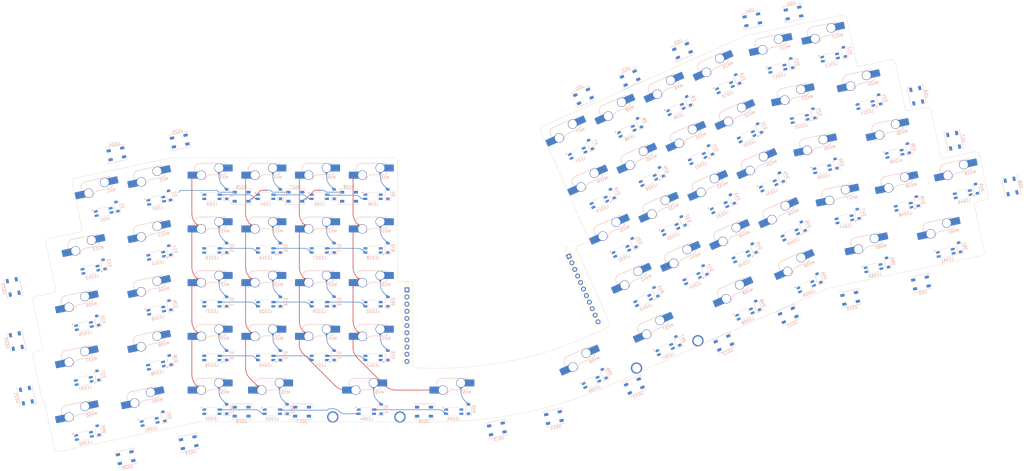
<source format=kicad_pcb>
(kicad_pcb (version 20240108) (generator "pcbnew") (generator_version "8.0")
  (title_block (title "barnacle shell") (rev "1") (company "floookay"))
  (layers (0 "F.Cu" signal) (31 "B.Cu" signal) (34 "B.Paste" user) (35 "F.Paste" user) (36 "B.SilkS" user "B.Silkscreen") (37 "F.SilkS" user "F.Silkscreen") (38 "B.Mask" user) (39 "F.Mask" user) (44 "Edge.Cuts" user))
  (net 0 "")
  (net 1 "row0")
  (net 2 "Net-(D1-A)")
  (net 3 "Net-(D2-A)")
  (net 4 "Net-(D3-A)")
  (net 5 "Net-(D4-A)")
  (net 6 "Net-(D5-A)")
  (net 7 "Net-(D6-A)")
  (net 8 "Net-(D7-A)")
  (net 9 "Net-(D8-A)")
  (net 10 "Net-(D9-A)")
  (net 11 "Net-(D10-A)")
  (net 12 "Net-(D11-A)")
  (net 13 "Net-(D12-A)")
  (net 14 "Net-(D13-A)")
  (net 15 "row1")
  (net 16 "Net-(D14-A)")
  (net 17 "Net-(D15-A)")
  (net 18 "Net-(D16-A)")
  (net 19 "Net-(D17-A)")
  (net 20 "Net-(D18-A)")
  (net 21 "Net-(D19-A)")
  (net 22 "Net-(D20-A)")
  (net 23 "Net-(D21-A)")
  (net 24 "Net-(D22-A)")
  (net 25 "Net-(D23-A)")
  (net 26 "Net-(D24-A)")
  (net 27 "Net-(D25-A)")
  (net 28 "row2")
  (net 29 "Net-(D26-A)")
  (net 30 "Net-(D27-A)")
  (net 31 "Net-(D28-A)")
  (net 32 "Net-(D29-A)")
  (net 33 "Net-(D30-A)")
  (net 34 "Net-(D31-A)")
  (net 35 "Net-(D32-A)")
  (net 36 "Net-(D33-A)")
  (net 37 "Net-(D34-A)")
  (net 38 "Net-(D35-A)")
  (net 39 "Net-(D36-A)")
  (net 40 "Net-(D37-A)")
  (net 41 "row3")
  (net 42 "Net-(D38-A)")
  (net 43 "Net-(D39-A)")
  (net 44 "Net-(D40-A)")
  (net 45 "Net-(D41-A)")
  (net 46 "Net-(D42-A)")
  (net 47 "Net-(D43-A)")
  (net 48 "Net-(D44-A)")
  (net 49 "Net-(D45-A)")
  (net 50 "Net-(D46-A)")
  (net 51 "Net-(D47-A)")
  (net 52 "Net-(D48-A)")
  (net 53 "Net-(D49-A)")
  (net 54 "Net-(D50-A)")
  (net 55 "row5")
  (net 56 "Net-(D51-A)")
  (net 57 "Net-(D52-A)")
  (net 58 "Net-(D53-A)")
  (net 59 "Net-(D54-A)")
  (net 60 "Net-(D55-A)")
  (net 61 "Net-(D56-A)")
  (net 62 "Net-(D57-A)")
  (net 63 "Net-(D58-A)")
  (net 64 "Net-(D59-A)")
  (net 65 "Net-(D60-A)")
  (net 66 "Net-(D61-A)")
  (net 68 "row4")
  (net 69 "VCC")
  (net 70 "GND")
  (net 71 "underglow-rgb")
  (net 72 "perkey-rgb")
  (net 73 "Net-(LED11-DOUT)")
  (net 74 "col0")
  (net 75 "col1")
  (net 76 "col2")
  (net 77 "col3")
  (net 78 "col4")
  (net 79 "col5")
  (net 80 "col6")
  (net 81 "col7")
  (net 82 "col8")
  (net 83 "col9")
  (net 84 "col10")
  (net 85 "col11")
  (net 86 "Net-(LED1-DOUT)")
  (net 87 "Net-(LED2-DOUT)")
  (net 88 "Net-(LED3-DOUT)")
  (net 89 "Net-(LED4-DOUT)")
  (net 90 "Net-(LED5-DOUT)")
  (net 91 "Net-(LED18-DIN)")
  (net 92 "Net-(LED7-DOUT)")
  (net 93 "Net-(LED19-DOUT)")
  (net 94 "Net-(LED8-DOUT)")
  (net 95 "Net-(LED10-DIN)")
  (net 96 "Net-(LED10-DOUT)")
  (net 98 "Net-(LED13-DOUT)")
  (net 99 "Net-(LED13-DIN)")
  (net 100 "Net-(LED14-DIN)")
  (net 101 "Net-(LED15-DIN)")
  (net 102 "Net-(LED16-DIN)")
  (net 103 "Net-(LED17-DIN)")
  (net 104 "Net-(LED19-DIN)")
  (net 105 "Net-(LED20-DIN)")
  (net 106 "Net-(LED21-DIN)")
  (net 107 "Net-(LED22-DIN)")
  (net 108 "Net-(LED23-DIN)")
  (net 109 "Net-(LED24-DIN)")
  (net 110 "Net-(LED27-DOUT)")
  (net 111 "Net-(LED29-DOUT)")
  (net 112 "Net-(LED30-DOUT)")
  (net 113 "Net-(LED31-DOUT)")
  (net 114 "Net-(LED32-DOUT)")
  (net 115 "Net-(LED34-DOUT)")
  (net 116 "Net-(LED35-DOUT)")
  (net 117 "Net-(LED37-DIN)")
  (net 118 "Net-(LED37-DOUT)")
  (net 119 "Net-(LED38-DIN)")
  (net 120 "Net-(LED39-DIN)")
  (net 121 "Net-(LED40-DIN)")
  (net 122 "Net-(LED41-DIN)")
  (net 123 "Net-(LED43-DIN)")
  (net 124 "Net-(LED44-DIN)")
  (net 125 "Net-(LED45-DIN)")
  (net 126 "Net-(LED46-DIN)")
  (net 127 "Net-(LED47-DIN)")
  (net 128 "Net-(LED48-DIN)")
  (net 129 "Net-(LED49-DIN)")
  (net 130 "Net-(LED52-DOUT)")
  (net 131 "Net-(LED54-DOUT)")
  (net 132 "Net-(LED55-DOUT)")
  (net 133 "Net-(LED56-DOUT)")
  (net 134 "Net-(LED57-DOUT)")
  (net 135 "Net-(LED59-DOUT)")
  (net 136 "Net-(LED60-DOUT)")
  (net 137 "Net-(LED25-DOUT)")
  (net 138 "Net-(LED26-DOUT)")
  (net 139 "Net-(LED28-DOUT)")
  (net 140 "Net-(LED31-DIN)")
  (net 141 "Net-(LED33-DOUT)")
  (net 142 "Net-(LED50-DOUT)")
  (net 143 "Net-(LED51-DOUT)")
  (net 144 "Net-(LED53-DOUT)")
  (net 145 "Net-(LED58-DOUT)")
  (net 146 "Net-(UG1-DOUT)")
  (net 147 "Net-(UG2-DOUT)")
  (net 148 "Net-(UG3-DOUT)")
  (net 149 "Net-(UG4-DOUT)")
  (net 150 "Net-(UG6-DOUT)")
  (net 151 "Net-(UG7-DOUT)")
  (net 152 "Net-(UG8-DOUT)")
  (net 153 "Net-(UG10-DIN)")
  (net 154 "Net-(UG10-DOUT)")
  (net 155 "Net-(UG11-DOUT)")
  (net 156 "Net-(UG12-DOUT)")
  (net 157 "Net-(UG13-DOUT)")
  (net 158 "Net-(UG14-DOUT)")
  (net 159 "Net-(UG15-DOUT)")
  (net 160 "Net-(UG16-DOUT)")
  (net 161 "Net-(UG17-DOUT)")
  (net 162 "Net-(UG18-DOUT)")
  (net 163 "Net-(UG19-DOUT)")
  (net 164 "Net-(UG20-DOUT)")
  (net 165 "Net-(UG21-DOUT)")
  (net 166 "Net-(UG22-DOUT)")
  (net 167 "Net-(UG24-DOUT)")
  (net 168 "Net-(UG25-DOUT)")
  (net 169 "Net-(UG26-DOUT)")
  (net 170 "Net-(UG27-DOUT)")
  (net 172 "Net-(UG5-DOUT)")
  (net 173 "Net-(UG23-DOUT)")
  (footprint "Connector_PinSocket_2.54mm:PinSocket_1x11_P2.54mm_Vertical" (layer "F.Cu") (at 166.749323 198.820491)
    (property "Reference" "J1")
    (property "Value" "Conn_01x11")
  )
  (footprint "PCM_marbastlib-mx:STAB_MX_P_2u" (layer "F.Cu") (at 256.192178 215.358147 -156)
    (property "Reference" "S2" (hide yes))
    (property "Value" "MX_stab")
  )
  (footprint "PCM_marbastlib-mx:STAB_MX_P_2.25u" (layer "F.Cu") (at 152.368074 236.920491 180)
    (property "Reference" "S1" (hide yes))
    (property "Value" "MX_stab")
  )
  (footprint "Connector_PinSocket_2.54mm:PinSocket_1x11_P2.54mm_Vertical" (layer "F.Cu") (at 224.178178 186.957808 24)
    (property "Reference" "J2")
    (property "Value" "Conn_01x11")
  )
  (footprint "LED_SMD:LED_SK6812_PLCC4_5.0x5.0mm_P3.2mm" (layer "B.Cu") (at 301.949993 207.822568 24)
    (property "Reference" "UG11")
    (property "Value" "LED")
  )
  (footprint "Diode_SMD:D_SOD-123" (layer "B.Cu") (at 239.534845 164.723453 114)
    (property "Reference" "D19")
    (property "Value" "D")
  )
  (footprint "PCM_marbastlib-mx:SW_MX_HS_CPG151101S11_1u" (layer "B.Cu") (at 135.699324 160.720491 180)
    (property "Reference" "MX5")
    (property "Value" "MX_SW_HS")
  )
  (footprint "PCM_marbastlib-mx:LED_MX_6028R" (layer "B.Cu") (at 135.695739 184.884593 180)
    (property "Reference" "LED17")
    (property "Value" "LED")
    (fp_line (start 1.699999 0.702843) (end 1.699999 -0.702841) (stroke (width 0.1)) (layer "Edge.Cuts"))
    (fp_line (start 0.794452 -1.499999) (end -0.794452 -1.499999) (stroke (width 0.1)) (layer "Edge.Cuts"))
    (fp_line (start -0.794453 1.5) (end 0.794452 1.5) (stroke (width 0.1)) (layer "Edge.Cuts"))
    (fp_line (start -1.699999 -0.702841) (end -1.699999 0.702843) (stroke (width 0.1)) (layer "Edge.Cuts"))
    (fp_arc (start 1.749484 0.919721) (mid 1.71254 0.814067) (end 1.699999 0.702843) (stroke (width 0.1)) (layer "Edge.Cuts"))
    (fp_arc (start 1.749484 0.919721) (mid 1.638072 1.504036) (end 1.046711 1.5683) (stroke (width 0.1)) (layer "Edge.Cuts"))
    (fp_arc (start 1.699999 -0.702842) (mid 1.712536 -0.814065) (end 1.749484 -0.919719) (stroke (width 0.1)) (layer "Edge.Cuts"))
    (fp_arc (start 1.046711 -1.568296) (mid 1.638069 -1.504034) (end 1.749484 -0.919719) (stroke (width 0.1)) (layer "Edge.Cuts"))
    (fp_arc (start 1.04671 -1.568298) (mid 0.925122 -1.517376) (end 0.794452 -1.499999) (stroke (width 0.1)) (layer "Edge.Cuts"))
    (fp_arc (start 0.794453 1.499999) (mid 0.925124 1.517376) (end 1.046711 1.5683) (stroke (width 0.1)) (layer "Edge.Cuts"))
    (fp_arc (start -0.794452 -1.499999) (mid -0.925123 -1.517376) (end -1.046711 -1.568298) (stroke (width 0.1)) (layer "Edge.Cuts"))
    (fp_arc (start -1.046713 1.568299) (mid -0.925124 1.517376) (end -0.794453 1.5) (stroke (width 0.1)) (layer "Edge.Cuts"))
    (fp_arc (start -1.046713 1.568299) (mid -1.63807 1.504033) (end -1.749484 0.919721) (stroke (width 0.1)) (layer "Edge.Cuts"))
    (fp_arc (start -1.699998 0.702844) (mid -1.712526 0.81407) (end -1.749484 0.919721) (stroke (width 0.1)) (layer "Edge.Cuts"))
    (fp_arc (start -1.749484 -0.919718) (mid -1.638072 -1.504034) (end -1.046711 -1.568298) (stroke (width 0.1)) (layer "Edge.Cuts"))
    (fp_arc (start -1.749484 -0.919719) (mid -1.712527 -0.814067) (end -1.699999 -0.702841) (stroke (width 0.1)) (layer "Edge.Cuts"))
  )
  (footprint "Diode_SMD:D_SOD-123" (layer "B.Cu") (at 102.851079 183.954702 90)
    (property "Reference" "D15")
    (property "Value" "D")
  )
  (footprint "LED_SMD:LED_SK6812_PLCC4_5.0x5.0mm_P3.2mm" (layer "B.Cu") (at 289.175991 103.115328 -168)
    (property "Reference" "UG4")
    (property "Value" "LED")
  )
  (footprint "PCM_marbastlib-mx:LED_MX_6028R" (layer "B.Cu") (at 116.645739 184.884592 180)
    (property "Reference" "LED16")
    (property "Value" "LED")
    (fp_line (start 1.699999 0.702843) (end 1.699999 -0.702841) (stroke (width 0.1)) (layer "Edge.Cuts"))
    (fp_line (start 0.794452 -1.499999) (end -0.794452 -1.499999) (stroke (width 0.1)) (layer "Edge.Cuts"))
    (fp_line (start -0.794453 1.5) (end 0.794452 1.5) (stroke (width 0.1)) (layer "Edge.Cuts"))
    (fp_line (start -1.699999 -0.702841) (end -1.699999 0.702843) (stroke (width 0.1)) (layer "Edge.Cuts"))
    (fp_arc (start 1.749484 0.919721) (mid 1.71254 0.814067) (end 1.699999 0.702843) (stroke (width 0.1)) (layer "Edge.Cuts"))
    (fp_arc (start 1.749484 0.919721) (mid 1.638072 1.504036) (end 1.046711 1.5683) (stroke (width 0.1)) (layer "Edge.Cuts"))
    (fp_arc (start 1.699999 -0.702842) (mid 1.712536 -0.814065) (end 1.749484 -0.919719) (stroke (width 0.1)) (layer "Edge.Cuts"))
    (fp_arc (start 1.046711 -1.568296) (mid 1.638069 -1.504034) (end 1.749484 -0.919719) (stroke (width 0.1)) (layer "Edge.Cuts"))
    (fp_arc (start 1.04671 -1.568298) (mid 0.925122 -1.517376) (end 0.794452 -1.499999) (stroke (width 0.1)) (layer "Edge.Cuts"))
    (fp_arc (start 0.794453 1.499999) (mid 0.925124 1.517376) (end 1.046711 1.5683) (stroke (width 0.1)) (layer "Edge.Cuts"))
    (fp_arc (start -0.794452 -1.499999) (mid -0.925123 -1.517376) (end -1.046711 -1.568298) (stroke (width 0.1)) (layer "Edge.Cuts"))
    (fp_arc (start -1.046713 1.568299) (mid -0.925124 1.517376) (end -0.794453 1.5) (stroke (width 0.1)) (layer "Edge.Cuts"))
    (fp_arc (start -1.046713 1.568299) (mid -1.63807 1.504033) (end -1.749484 0.919721) (stroke (width 0.1)) (layer "Edge.Cuts"))
    (fp_arc (start -1.699998 0.702844) (mid -1.712526 0.81407) (end -1.749484 0.919721) (stroke (width 0.1)) (layer "Edge.Cuts"))
    (fp_arc (start -1.749484 -0.919718) (mid -1.638072 -1.504034) (end -1.046711 -1.568298) (stroke (width 0.1)) (layer "Edge.Cuts"))
    (fp_arc (start -1.749484 -0.919719) (mid -1.712527 -0.814067) (end -1.699999 -0.702841) (stroke (width 0.1)) (layer "Edge.Cuts"))
  )
  (footprint "PCM_marbastlib-mx:SW_MX_HS_CPG151101S11_1.25u" (layer "B.Cu") (at 331.062961 186.119988 -168)
    (property "Reference" "MX60")
    (property "Value" "MX_SW_HS")
  )
  (footprint "PCM_marbastlib-mx:LED_MX_6028R-ROT" (layer "B.Cu") (at 260.160497 177.453232 -156)
    (property "Reference" "LED32")
    (property "Value" "LED")
    (fp_line (start 1.699999 0.702842) (end 1.7 -0.702843) (stroke (width 0.1)) (layer "Edge.Cuts"))
    (fp_line (start 0.794453 -1.499998) (end -0.794452 -1.500001) (stroke (width 0.1)) (layer "Edge.Cuts"))
    (fp_line (start -0.794452 1.499999) (end 0.794452 1.5) (stroke (width 0.1)) (layer "Edge.Cuts"))
    (fp_line (start -1.699998 -0.702844) (end -1.699999 0.702841) (stroke (width 0.1)) (layer "Edge.Cuts"))
    (fp_arc (start 1.749484 0.919719) (mid 1.712541 0.814065) (end 1.699999 0.702842) (stroke (width 0.1)) (layer "Edge.Cuts"))
    (fp_arc (start 1.749485 0.919718) (mid 1.638073 1.504037) (end 1.046711 1.568296) (stroke (width 0.1)) (layer "Edge.Cuts"))
    (fp_arc (start 0.794452 1.5) (mid 0.925123 1.517376) (end 1.046711 1.568296) (stroke (width 0.1)) (layer "Edge.Cuts"))
    (fp_arc (start 1.699998 -0.702845) (mid 1.712536 -0.814068) (end 1.749484 -0.919721) (stroke (width 0.1)) (layer "Edge.Cuts"))
    (fp_arc (start 1.046711 -1.568299) (mid 1.638071 -1.504036) (end 1.749484 -0.919721) (stroke (width 0.1)) (layer "Edge.Cuts"))
    (fp_arc (start 1.046711 -1.568299) (mid 0.925124 -1.517376) (end 0.794453 -1.499998) (stroke (width 0.1)) (layer "Edge.Cuts"))
    (fp_arc (start -1.04671 1.568298) (mid -0.925122 1.517376) (end -0.794452 1.499999) (stroke (width 0.1)) (layer "Edge.Cuts"))
    (fp_arc (start -1.046711 1.568295) (mid -1.638069 1.504032) (end -1.749484 0.919719) (stroke (width 0.1)) (layer "Edge.Cuts"))
    (fp_arc (start -1.699999 0.702842) (mid -1.712528 0.814067) (end -1.749484 0.919719) (stroke (width 0.1)) (layer "Edge.Cuts"))
    (fp_arc (start -0.794453 -1.500001) (mid -0.925123 -1.517378) (end -1.046711 -1.568299) (stroke (width 0.1)) (layer "Edge.Cuts"))
    (fp_arc (start -1.749484 -0.919721) (mid -1.638071 -1.504035) (end -1.046711 -1.568299) (stroke (width 0.1)) (layer "Edge.Cuts"))
    (fp_arc (start -1.749484 -0.919721) (mid -1.712526 -0.81407) (end -1.699998 -0.702844) (stroke (width 0.1)) (layer "Edge.Cuts"))
  )
  (footprint "Diode_SMD:D_SOD-123" (layer "B.Cu") (at 102.851079 203.004702 90)
    (property "Reference" "D27")
    (property "Value" "D")
  )
  (footprint "PCM_marbastlib-mx:LED_MX_6028R-ROT" (layer "B.Cu") (at 244.663831 142.647151 -156)
    (property "Reference" "LED8")
    (property "Value" "LED")
    (fp_line (start 1.699999 0.702842) (end 1.7 -0.702843) (stroke (width 0.1)) (layer "Edge.Cuts"))
    (fp_line (start 0.794453 -1.499998) (end -0.794452 -1.500001) (stroke (width 0.1)) (layer "Edge.Cuts"))
    (fp_line (start -0.794452 1.499999) (end 0.794452 1.5) (stroke (width 0.1)) (layer "Edge.Cuts"))
    (fp_line (start -1.699998 -0.702844) (end -1.699999 0.702841) (stroke (width 0.1)) (layer "Edge.Cuts"))
    (fp_arc (start 1.749484 0.919719) (mid 1.712541 0.814065) (end 1.699999 0.702842) (stroke (width 0.1)) (layer "Edge.Cuts"))
    (fp_arc (start 1.749485 0.919718) (mid 1.638073 1.504037) (end 1.046711 1.568296) (stroke (width 0.1)) (layer "Edge.Cuts"))
    (fp_arc (start 0.794452 1.5) (mid 0.925123 1.517376) (end 1.046711 1.568296) (stroke (width 0.1)) (layer "Edge.Cuts"))
    (fp_arc (start 1.699998 -0.702845) (mid 1.712536 -0.814068) (end 1.749484 -0.919721) (stroke (width 0.1)) (layer "Edge.Cuts"))
    (fp_arc (start 1.046711 -1.568299) (mid 1.638071 -1.504036) (end 1.749484 -0.919721) (stroke (width 0.1)) (layer "Edge.Cuts"))
    (fp_arc (start 1.046711 -1.568299) (mid 0.925124 -1.517376) (end 0.794453 -1.499998) (stroke (width 0.1)) (layer "Edge.Cuts"))
    (fp_arc (start -1.04671 1.568298) (mid -0.925122 1.517376) (end -0.794452 1.499999) (stroke (width 0.1)) (layer "Edge.Cuts"))
    (fp_arc (start -1.046711 1.568295) (mid -1.638069 1.504032) (end -1.749484 0.919719) (stroke (width 0.1)) (layer "Edge.Cuts"))
    (fp_arc (start -1.699999 0.702842) (mid -1.712528 0.814067) (end -1.749484 0.919719) (stroke (width 0.1)) (layer "Edge.Cuts"))
    (fp_arc (start -0.794453 -1.500001) (mid -0.925123 -1.517378) (end -1.046711 -1.568299) (stroke (width 0.1)) (layer "Edge.Cuts"))
    (fp_arc (start -1.749484 -0.919721) (mid -1.638071 -1.504035) (end -1.046711 -1.568299) (stroke (width 0.1)) (layer "Edge.Cuts"))
    (fp_arc (start -1.749484 -0.919721) (mid -1.712526 -0.81407) (end -1.699998 -0.702844) (stroke (width 0.1)) (layer "Edge.Cuts"))
  )
  (footprint "PCM_marbastlib-mx:SW_MX_HS_CPG151101S11_1u" (layer "B.Cu") (at 76.765658 201.24734 -168)
    (property "Reference" "MX26")
    (property "Value" "MX_SW_HS")
  )
  (footprint "PCM_marbastlib-mx:SW_MX_HS_CPG151101S11_1u" (layer "B.Cu") (at 152.368074 236.920491 180)
    (property "Reference" "MX54")
    (property "Value" "MX_SW_HS")
  )
  (footprint "PCM_marbastlib-mx:SW_MX_HS_CPG151101S11_1u" (layer "B.Cu") (at 76.786344 181.767354 -168)
    (property "Reference" "MX14")
    (property "Value" "MX_SW_HS")
  )
  (footprint "Diode_SMD:D_SOD-123" (layer "B.Cu") (at 63.942909 169.315553 102)
    (property "Reference" "D1")
    (property "Value" "D")
  )
  (footprint "PCM_marbastlib-mx:SW_MX_HS_CPG151101S11_1u" (layer "B.Cu") (at 76.775973 162.293971 -168)
    (property "Reference" "MX2")
    (property "Value" "MX_SW_HS")
  )
  (footprint "Diode_SMD:D_SOD-123" (layer "B.Cu") (at 368.641278 162.948566 102)
    (property "Reference" "D49")
    (property "Value" "D")
  )
  (footprint "PCM_marbastlib-mx:SW_MX_HS_CPG151101S11_1u" (layer "B.Cu") (at 285.156302 139.904025 -156)
    (property "Reference" "MX22")
    (property "Value" "MX_SW_HS")
  )
  (footprint "LED_SMD:LED_SK6812_PLCC4_5.0x5.0mm_P3.2mm" (layer "B.Cu") (at 108.120738 165.834592 180)
    (property "Reference" "UG26")
    (property "Value" "LED")
  )
  (footprint "PCM_marbastlib-mx:LED_MX_6028R-ROT" (layer "B.Cu") (at 116.645739 165.834592 180)
    (property "Reference" "LED4")
    (property "Value" "LED")
    (fp_line (start 1.699999 0.702841) (end 1.699999 -0.702843) (stroke (width 0.1)) (layer "Edge.Cuts"))
    (fp_line (start 0.794453 -1.5) (end -0.794452 -1.5) (stroke (width 0.1)) (layer "Edge.Cuts"))
    (fp_line (start -0.794452 1.499999) (end 0.794452 1.499999) (stroke (width 0.1)) (layer "Edge.Cuts"))
    (fp_line (start -1.699999 -0.702843) (end -1.699999 0.702841) (stroke (width 0.1)) (layer "Edge.Cuts"))
    (fp_arc (start 1.749484 0.919719) (mid 1.712541 0.814065) (end 1.699999 0.702841) (stroke (width 0.1)) (layer "Edge.Cuts"))
    (fp_arc (start 1.749484 0.919718) (mid 1.638073 1.504037) (end 1.046711 1.568298) (stroke (width 0.1)) (layer "Edge.Cuts"))
    (fp_arc (start 1.699998 -0.702844) (mid 1.712534 -0.814068) (end 1.749484 -0.919721) (stroke (width 0.1)) (layer "Edge.Cuts"))
    (fp_arc (start 1.046713 -1.568299) (mid 1.638071 -1.504035) (end 1.749484 -0.919721) (stroke (width 0.1)) (layer "Edge.Cuts"))
    (fp_arc (start 1.046713 -1.568299) (mid 0.925124 -1.517377) (end 0.794453 -1.5) (stroke (width 0.1)) (layer "Edge.Cuts"))
    (fp_arc (start 0.794452 1.499999) (mid 0.925123 1.517376) (end 1.046711 1.568298) (stroke (width 0.1)) (layer "Edge.Cuts"))
    (fp_arc (start -0.794453 -1.499999) (mid -0.925124 -1.517376) (end -1.046711 -1.5683) (stroke (width 0.1)) (layer "Edge.Cuts"))
    (fp_arc (start -1.04671 1.568298) (mid -0.925122 1.517376) (end -0.794452 1.499999) (stroke (width 0.1)) (layer "Edge.Cuts"))
    (fp_arc (start -1.046711 1.568296) (mid -1.63807 1.504033) (end -1.749484 0.919719) (stroke (width 0.1)) (layer "Edge.Cuts"))
    (fp_arc (start -1.699999 0.702842) (mid -1.712527 0.814068) (end -1.749484 0.919719) (stroke (width 0.1)) (layer "Edge.Cuts"))
    (fp_arc (start -1.749484 -0.919721) (mid -1.638071 -1.504036) (end -1.046711 -1.5683) (stroke (width 0.1)) (layer "Edge.Cuts"))
    (fp_arc (start -1.749484 -0.919721) (mid -1.712527 -0.814069) (end -1.699999 -0.702843) (stroke (width 0.1)) (layer "Edge.Cuts"))
  )
  (footprint "PCM_marbastlib-mx:SW_MX_HS_CPG151101S11_1.25u" (layer "B.Cu") (at 284.47212 202.767106 -156)
    (property "Reference" "MX58")
    (property "Value" "MX_SW_HS")
  )
  (footprint "PCM_marbastlib-mx:SW_MX_HS_CPG151101S11_1u" (layer "B.Cu") (at 320.803119 168.851164 -168)
    (property "Reference" "MX47")
    (property "Value" "MX_SW_HS")
  )
  (footprint "Diode_SMD:D_SOD-123" (layer "B.Cu") (at 140.951079 202.942202 90)
    (property "Reference" "D29")
    (property "Value" "D")
  )
  (footprint "PCM_marbastlib-mx:LED_MX_6028R" (layer "B.Cu") (at 116.645739 222.984592 180)
    (property "Reference" "LED40")
    (property "Value" "LED")
    (fp_line (start 1.699999 0.702843) (end 1.699999 -0.702841) (stroke (width 0.1)) (layer "Edge.Cuts"))
    (fp_line (start 0.794452 -1.499999) (end -0.794452 -1.499999) (stroke (width 0.1)) (layer "Edge.Cuts"))
    (fp_line (start -0.794453 1.5) (end 0.794452 1.5) (stroke (width 0.1)) (layer "Edge.Cuts"))
    (fp_line (start -1.699999 -0.702841) (end -1.699999 0.702843) (stroke (width 0.1)) (layer "Edge.Cuts"))
    (fp_arc (start 1.749484 0.919721) (mid 1.71254 0.814067) (end 1.699999 0.702843) (stroke (width 0.1)) (layer "Edge.Cuts"))
    (fp_arc (start 1.749484 0.919721) (mid 1.638072 1.504036) (end 1.046711 1.5683) (stroke (width 0.1)) (layer "Edge.Cuts"))
    (fp_arc (start 1.699999 -0.702842) (mid 1.712536 -0.814065) (end 1.749484 -0.919719) (stroke (width 0.1)) (layer "Edge.Cuts"))
    (fp_arc (start 1.046711 -1.568296) (mid 1.638069 -1.504034) (end 1.749484 -0.919719) (stroke (width 0.1)) (layer "Edge.Cuts"))
    (fp_arc (start 1.04671 -1.568298) (mid 0.925122 -1.517376) (end 0.794452 -1.499999) (stroke (width 0.1)) (layer "Edge.Cuts"))
    (fp_arc (start 0.794453 1.499999) (mid 0.925124 1.517376) (end 1.046711 1.5683) (stroke (width 0.1)) (layer "Edge.Cuts"))
    (fp_arc (start -0.794452 -1.499999) (mid -0.925123 -1.517376) (end -1.046711 -1.568298) (stroke (width 0.1)) (layer "Edge.Cuts"))
    (fp_arc (start -1.046713 1.568299) (mid -0.925124 1.517376) (end -0.794453 1.5) (stroke (width 0.1)) (layer "Edge.Cuts"))
    (fp_arc (start -1.046713 1.568299) (mid -1.63807 1.504033) (end -1.749484 0.919721) (stroke (width 0.1)) (layer "Edge.Cuts"))
    (fp_arc (start -1.699998 0.702844) (mid -1.712526 0.81407) (end -1.749484 0.919721) (stroke (width 0.1)) (layer "Edge.Cuts"))
    (fp_arc (start -1.749484 -0.919718) (mid -1.638072 -1.504034) (end -1.046711 -1.568298) (stroke (width 0.1)) (layer "Edge.Cuts"))
    (fp_arc (start -1.749484 -0.919719) (mid -1.712527 -0.814067) (end -1.699999 -0.702841) (stroke (width 0.1)) (layer "Edge.Cuts"))
  )
  (footprint "PCM_marbastlib-mx:LED_MX_6028R" (layer "B.Cu") (at 267.90883 194.856273 -156)
    (property "Reference" "LED44")
    (property "Value" "LED")
    (fp_line (start 1.699998 0.702844) (end 1.699999 -0.702841) (stroke (width 0.1)) (layer "Edge.Cuts"))
    (fp_line (start 0.794452 -1.499999) (end -0.794452 -1.5) (stroke (width 0.1)) (layer "Edge.Cuts"))
    (fp_line (start -0.794453 1.499998) (end 0.794452 1.500001) (stroke (width 0.1)) (layer "Edge.Cuts"))
    (fp_line (start -1.699999 -0.702842) (end -1.7 0.702843) (stroke (width 0.1)) (layer "Edge.Cuts"))
    (fp_arc (start 1.749484 0.919721) (mid 1.71254 0.814067) (end 1.699998 0.702844) (stroke (width 0.1)) (layer "Edge.Cuts"))
    (fp_arc (start 1.749484 0.919721) (mid 1.638071 1.504036) (end 1.046711 1.568299) (stroke (width 0.1)) (layer "Edge.Cuts"))
    (fp_arc (start 0.794453 1.500001) (mid 0.925123 1.517378) (end 1.046711 1.568299) (stroke (width 0.1)) (layer "Edge.Cuts"))
    (fp_arc (start 1.699999 -0.702842) (mid 1.712538 -0.814065) (end 1.749484 -0.919719) (stroke (width 0.1)) (layer "Edge.Cuts"))
    (fp_arc (start 1.046711 -1.568295) (mid 1.638068 -1.504033) (end 1.749484 -0.919719) (stroke (width 0.1)) (layer "Edge.Cuts"))
    (fp_arc (start 1.04671 -1.568298) (mid 0.925121 -1.517376) (end 0.794452 -1.499999) (stroke (width 0.1)) (layer "Edge.Cuts"))
    (fp_arc (start -1.046711 1.568299) (mid -0.925124 1.517376) (end -0.794453 1.499998) (stroke (width 0.1)) (layer "Edge.Cuts"))
    (fp_arc (start -1.046711 1.568299) (mid -1.638071 1.504035) (end -1.749484 0.919721) (stroke (width 0.1)) (layer "Edge.Cuts"))
    (fp_arc (start -1.699998 0.702845) (mid -1.712527 0.81407) (end -1.749484 0.919721) (stroke (width 0.1)) (layer "Edge.Cuts"))
    (fp_arc (start -0.794452 -1.5) (mid -0.925123 -1.517375) (end -1.046711 -1.568296) (stroke (width 0.1)) (layer "Edge.Cuts"))
    (fp_arc (start -1.749485 -0.919718) (mid -1.638073 -1.504035) (end -1.046711 -1.568296) (stroke (width 0.1)) (layer "Edge.Cuts"))
    (fp_arc (start -1.749484 -0.919719) (mid -1.712528 -0.814068) (end -1.699999 -0.702842) (stroke (width 0.1)) (layer "Edge.Cuts"))
  )
  (footprint "Diode_SMD:D_SOD-123" (layer "B.Cu") (at 337.135587 189.120896 102)
    (property "Reference" "D60")
    (property "Value" "D")
  )
  (footprint "Diode_SMD:D_SOD-123" (layer "B.Cu") (at 289.837593 184.032869 114)
    (property "Reference" "D45")
    (property "Value" "D")
  )
  (footprint "PCM_marbastlib-mx:SW_MX_HS_CPG151101S11_1u" (layer "B.Cu") (at 277.407969 122.500984 -156)
    (property "Reference" "MX10")
    (property "Value" "MX_SW_HS")
  )
  (footprint "PCM_marbastlib-mx:SW_MX_HS_CPG151101S11_1u" (layer "B.Cu") (at 230.087616 226.980647 -156)
    (property "Reference" "MX56")
    (property "Value" "MX_SW_HS")
  )
  (footprint "PCM_marbastlib-mx:SW_MX_HS_CPG151101S11_1u" (layer "B.Cu") (at 275.501594 165.055399 -156)
    (property "Reference" "MX33")
    (property "Value" "MX_SW_HS")
  )
  (footprint "PCM_marbastlib-mx:SW_MX_HS_CPG151101S11_1u" (layer "B.Cu") (at 135.699324 217.870491 180)
    (property "Reference" "MX41")
    (property "Value" "MX_SW_HS")
  )
  (footprint "PCM_marbastlib-mx:SW_MX_HS_CPG151101S11_1u" (layer "B.Cu") (at 242.601887 137.997649 -156)
    (property "Reference" "MX8")
    (property "Value" "MX_SW_HS")
  )
  (footprint "PCM_marbastlib-mx:SW_MX_HS_CPG151101S11_1u" (layer "B.Cu") (at 97.599323 160.720491 180)
    (property "Reference" "MX3")
    (property "Value" "MX_SW_HS")
  )
  (footprint "PCM_marbastlib-mx:SW_MX_HS_CPG151101S11_1u" (layer "B.Cu") (at 154.749324 217.870491 180)
    (property "Reference" "MX42")
    (property "Value" "MX_SW_HS")
  )
  (footprint "PCM_marbastlib-mx:LED_MX_6028R-ROT" (layer "B.Cu") (at 308.287864 197.73119 -156)
    (property "Reference" "LED59")
    (property "Value" "LED")
    (fp_line (start 1.699999 0.702842) (end 1.7 -0.702843) (stroke (width 0.1)) (layer "Edge.Cuts"))
    (fp_line (start 0.794453 -1.499998) (end -0.794452 -1.500001) (stroke (width 0.1)) (layer "Edge.Cuts"))
    (fp_line (start -0.794452 1.499999) (end 0.794452 1.5) (stroke (width 0.1)) (layer "Edge.Cuts"))
    (fp_line (start -1.699998 -0.702844) (end -1.699999 0.702841) (stroke (width 0.1)) (layer "Edge.Cuts"))
    (fp_arc (start 1.749484 0.919719) (mid 1.712541 0.814065) (end 1.699999 0.702842) (stroke (width 0.1)) (layer "Edge.Cuts"))
    (fp_arc (start 1.749485 0.919718) (mid 1.638073 1.504037) (end 1.046711 1.568296) (stroke (width 0.1)) (layer "Edge.Cuts"))
    (fp_arc (start 0.794452 1.5) (mid 0.925123 1.517376) (end 1.046711 1.568296) (stroke (width 0.1)) (layer "Edge.Cuts"))
    (fp_arc (start 1.699998 -0.702845) (mid 1.712536 -0.814068) (end 1.749484 -0.919721) (stroke (width 0.1)) (layer "Edge.Cuts"))
    (fp_arc (start 1.046711 -1.568299) (mid 1.638071 -1.504036) (end 1.749484 -0.919721) (stroke (width 0.1)) (layer "Edge.Cuts"))
    (fp_arc (start 1.046711 -1.568299) (mid 0.925124 -1.517376) (end 0.794453 -1.499998) (stroke (width 0.1)) (layer "Edge.Cuts"))
    (fp_arc (start -1.04671 1.568298) (mid -0.925122 1.517376) (end -0.794452 1.499999) (stroke (width 0.1)) (layer "Edge.Cuts"))
    (fp_arc (start -1.046711 1.568295) (mid -1.638069 1.504032) (end -1.749484 0.919719) (stroke (width 0.1)) (layer "Edge.Cuts"))
    (fp_arc (start -1.699999 0.702842) (mid -1.712528 0.814067) (end -1.749484 0.919719) (stroke (width 0.1)) (layer "Edge.Cuts"))
    (fp_arc (start -0.794453 -1.500001) (mid -0.925123 -1.517378) (end -1.046711 -1.568299) (stroke (width 0.1)) (layer "Edge.Cuts"))
    (fp_arc (start -1.749484 -0.919721) (mid -1.638071 -1.504035) (end -1.046711 -1.568299) (stroke (width 0.1)) (layer "Edge.Cuts"))
    (fp_arc (start -1.749484 -0.919721) (mid -1.712526 -0.81407) (end -1.699998 -0.702844) (stroke (width 0.1)) (layer "Edge.Cuts"))
  )
  (footprint "PCM_marbastlib-mx:LED_MX_6028R" (layer "B.Cu") (at 250.505789 202.604607 -156)
    (property "Reference" "LED43")
    (property "Value" "LED")
    (fp_line (start 1.699998 0.702844) (end 1.699999 -0.702841) (stroke (width 0.1)) (layer "Edge.Cuts"))
    (fp_line (start 0.794452 -1.499999) (end -0.794452 -1.5) (stroke (width 0.1)) (layer "Edge.Cuts"))
    (fp_line (start -0.794453 1.499998) (end 0.794452 1.500001) (stroke (width 0.1)) (layer "Edge.Cuts"))
    (fp_line (start -1.699999 -0.702842) (end -1.7 0.702843) (stroke (width 0.1)) (layer "Edge.Cuts"))
    (fp_arc (start 1.749484 0.919721) (mid 1.71254 0.814067) (end 1.699998 0.702844) (stroke (width 0.1)) (layer "Edge.Cuts"))
    (fp_arc (start 1.749484 0.919721) (mid 1.638071 1.504036) (end 1.046711 1.568299) (stroke (width 0.1)) (layer "Edge.Cuts"))
    (fp_arc (start 0.794453 1.500001) (mid 0.925123 1.517378) (end 1.046711 1.568299) (stroke (width 0.1)) (layer "Edge.Cuts"))
    (fp_arc (start 1.699999 -0.702842) (mid 1.712538 -0.814065) (end 1.749484 -0.919719) (stroke (width 0.1)) (layer "Edge.Cuts"))
    (fp_arc (start 1.046711 -1.568295) (mid 1.638068 -1.504033) (end 1.749484 -0.919719) (stroke (width 0.1)) (layer "Edge.Cuts"))
    (fp_arc (start 1.04671 -1.568298) (mid 0.925121 -1.517376) (end 0.794452 -1.499999) (stroke (width 0.1)) (layer "Edge.Cuts"))
    (fp_arc (start -1.046711 1.568299) (mid -0.925124 1.517376) (end -0.794453 1.499998) (stroke (width 0.1)) (layer "Edge.Cuts"))
    (fp_arc (start -1.046711 1.568299) (mid -1.638071 1.504035) (end -1.749484 0.919721) (stroke (width 0.1)) (layer "Edge.Cuts"))
    (fp_arc (start -1.699998 0.702845) (mid -1.712527 0.81407) (end -1.749484 0.919721) (stroke (width 0.1)) (layer "Edge.Cuts"))
    (fp_arc (start -0.794452 -1.5) (mid -0.925123 -1.517375) (end -1.046711 -1.568296) (stroke (width 0.1)) (layer "Edge.Cuts"))
    (fp_arc (start -1.749485 -0.919718) (mid -1.638073 -1.504035) (end -1.046711 -1.568296) (stroke (width 0.1)) (layer "Edge.Cuts"))
    (fp_arc (start -1.749484 -0.919719) (mid -1.712528 -0.814068) (end -1.699999 -0.702842) (stroke (width 0.1)) (layer "Edge.Cuts"))
  )
  (footprint "PCM_marbastlib-mx:SW_MX_HS_CPG151101S11_1u" (layer "B.Cu") (at 362.72897 159.93955 -168)
    (property "Reference" "MX49")
    (property "Value" "MX_SW_HS")
  )
  (footprint "Diode_SMD:D_SOD-123" (layer "B.Cu") (at 272.434552 191.781202 114)
    (property "Reference" "D44")
    (property "Value" "D")
  )
  (footprint "PCM_marbastlib-mx:LED_MX_6028R" (layer "B.Cu") (at 52.164637 231.140415 -168)
    (property "Reference" "LED37")
    (property "Value" "LED")
    (fp_line (start 1.699999 0.702843) (end 1.699999 -0.702841) (stroke (width 0.1)) (layer "Edge.Cuts"))
    (fp_line (start 0.794452 -1.499999) (end -0.794452 -1.499999) (stroke (width 0.1)) (layer "Edge.Cuts"))
    (fp_line (start -0.794453 1.499999) (end 0.794452 1.5) (stroke (width 0.1)) (layer "Edge.Cuts"))
    (fp_line (start -1.699999 -0.702841) (end -1.699999 0.702843) (stroke (width 0.1)) (layer "Edge.Cuts"))
    (fp_arc (start 1.749484 0.919721) (mid 1.71254 0.814067) (end 1.699999 0.702843) (stroke (width 0.1)) (layer "Edge.Cuts"))
    (fp_arc (start 1.749484 0.919721) (mid 1.638072 1.504037) (end 1.046711 1.5683) (stroke (width 0.1)) (layer "Edge.Cuts"))
    (fp_arc (start 1.699999 -0.702842) (mid 1.712538 -0.814065) (end 1.749484 -0.919719) (stroke (width 0.1)) (layer "Edge.Cuts"))
    (fp_arc (start 0.794453 1.500001) (mid 0.925123 1.517378) (end 1.046711 1.5683) (stroke (width 0.1)) (layer "Edge.Cuts"))
    (fp_arc (start 1.046711 -1.568296) (mid 1.638069 -1.504034) (end 1.749484 -0.919719) (stroke (width 0.1)) (layer "Edge.Cuts"))
    (fp_arc (start 1.04671 -1.568298) (mid 0.925121 -1.517377) (end 0.794452 -1.499999) (stroke (width 0.1)) (layer "Edge.Cuts"))
    (fp_arc (start -1.046711 1.568299) (mid -0.925123 1.517375) (end -0.794453 1.499999) (stroke (width 0.1)) (layer "Edge.Cuts"))
    (fp_arc (start -1.046711 1.568299) (mid -1.63807 1.504035) (end -1.749484 0.919721) (stroke (width 0.1)) (layer "Edge.Cuts"))
    (fp_arc (start -0.794452 -1.499999) (mid -0.925122 -1.517376) (end -1.046711 -1.568296) (stroke (width 0.1)) (layer "Edge.Cuts"))
    (fp_arc (start -1.699999 0.702844) (mid -1.712527 0.81407) (end -1.749484 0.919721) (stroke (width 0.1)) (layer "Edge.Cuts"))
    (fp_arc (start -1.749484 -0.919718) (mid -1.638072 -1.504035) (end -1.046711 -1.568296) (stroke (width 0.1)) (layer "Edge.Cuts"))
    (fp_arc (start -1.749484 -0.919719) (mid -1.712527 -0.814068) (end -1.699999 -0.702841) (stroke (width 0.1)) (layer "Edge.Cuts"))
  )
  (footprint "PCM_marbastlib-mx:SW_MX_HS_CPG151101S11_1u" (layer "B.Cu") (at 315.715773 111.4738 -168)
    (property "Reference" "MX12")
    (property "Value" "MX_SW_HS")
  )
  (footprint "PCM_marbastlib-mx:LED_MX_6028R" (layer "B.Cu") (at 287.218246 144.553526 -156)
    (property "Reference" "LED22")
    (property "Value" "LED")
    (fp_line (start 1.699998 0.702844) (end 1.699999 -0.702841) (stroke (width 0.1)) (layer "Edge.Cuts"))
    (fp_line (start 0.794452 -1.499999) (end -0.794452 -1.5) (stroke (width 0.1)) (layer "Edge.Cuts"))
    (fp_line (start -0.794453 1.499998) (end 0.794452 1.500001) (stroke (width 0.1)) (layer "Edge.Cuts"))
    (fp_line (start -1.699999 -0.702842) (end -1.7 0.702843) (stroke (width 0.1)) (layer "Edge.Cuts"))
    (fp_arc (start 1.749484 0.919721) (mid 1.71254 0.814067) (end 1.699998 0.702844) (stroke (width 0.1)) (layer "Edge.Cuts"))
    (fp_arc (start 1.749484 0.919721) (mid 1.638071 1.504036) (end 1.046711 1.568299) (stroke (width 0.1)) (layer "Edge.Cuts"))
    (fp_arc (start 0.794453 1.500001) (mid 0.925123 1.517378) (end 1.046711 1.568299) (stroke (width 0.1)) (layer "Edge.Cuts"))
    (fp_arc (start 1.699999 -0.702842) (mid 1.712538 -0.814065) (end 1.749484 -0.919719) (stroke (width 0.1)) (layer "Edge.Cuts"))
    (fp_arc (start 1.046711 -1.568295) (mid 1.638068 -1.504033) (end 1.749484 -0.919719) (stroke (width 0.1)) (layer "Edge.Cuts"))
    (fp_arc (start 1.04671 -1.568298) (mid 0.925121 -1.517376) (end 0.794452 -1.499999) (stroke (width 0.1)) (layer "Edge.Cuts"))
    (fp_arc (start -1.046711 1.568299) (mid -0.925124 1.517376) (end -0.794453 1.499998) (stroke (width 0.1)) (layer "Edge.Cuts"))
    (fp_arc (start -1.046711 1.568299) (mid -1.638071 1.504035) (end -1.749484 0.919721) (stroke (width 0.1)) (layer "Edge.Cuts"))
    (fp_arc (start -1.699998 0.702845) (mid -1.712527 0.81407) (end -1.749484 0.919721) (stroke (width 0.1)) (layer "Edge.Cuts"))
    (fp_arc (start -0.794452 -1.5) (mid -0.925123 -1.517375) (end -1.046711 -1.568296) (stroke (width 0.1)) (layer "Edge.Cuts"))
    (fp_arc (start -1.749485 -0.919718) (mid -1.638073 -1.504035) (end -1.046711 -1.568296) (stroke (width 0.1)) (layer "Edge.Cuts"))
    (fp_arc (start -1.749484 -0.919719) (mid -1.712528 -0.814068) (end -1.699999 -0.702842) (stroke (width 0.1)) (layer "Edge.Cuts"))
  )
  (footprint "LED_SMD:LED_SK6812_PLCC4_5.0x5.0mm_P3.2mm" (layer "B.Cu") (at 86.198433 146.08063 -168)
    (property "Reference" "UG25")
    (property "Value" "LED")
  )
  (footprint "Diode_SMD:D_SOD-123" (layer "B.Cu") (at 274.340927 149.226787 114)
    (property "Reference" "D21")
    (property "Value" "D")
  )
  (footprint "Diode_SMD:D_SOD-123" (layer "B.Cu") (at 160.001079 164.904702 90)
    (property "Reference" "D6")
    (property "Value" "D")
  )
  (footprint "LED_SMD:LED_SK6812_PLCC4_5.0x5.0mm_P3.2mm" (layer "B.Cu") (at 89.374066 253.006977 12)
    (property "Reference" "UG19")
    (property "Value" "LED")
  )
  (footprint "Diode_SMD:D_SOD-123" (layer "B.Cu") (at 291.743968 141.478454 114)
    (property "Reference" "D22")
    (property "Value" "D")
  )
  (footprint "PCM_marbastlib-mx:LED_MX_6028R-ROT" (layer "B.Cu") (at 339.611821 150.617158 -168)
    (property "Reference" "LED36")
    (property "Value" "LED")
    (fp_line (start 1.699999 0.702841) (end 1.699999 -0.702843) (stroke (width 0.1)) (layer "Edge.Cuts"))
    (fp_line (start 0.794453 -1.499999) (end -0.794452 -1.5) (stroke (width 0.1)) (layer "Edge.Cuts"))
    (fp_line (start -0.794452 1.499999) (end 0.794452 1.499999) (stroke (width 0.1)) (layer "Edge.Cuts"))
    (fp_line (start -1.699999 -0.702843) (end -1.699999 0.702841) (stroke (width 0.1)) (layer "Edge.Cuts"))
    (fp_arc (start 1.749484 0.919719) (mid 1.712541 0.814064) (end 1.699999 0.702841) (stroke (width 0.1)) (layer "Edge.Cuts"))
    (fp_arc (start 1.749484 0.919718) (mid 1.638073 1.504037) (end 1.046711 1.568296) (stroke (width 0.1)) (layer "Edge.Cuts"))
    (fp_arc (start 1.699999 -0.702844) (mid 1.712536 -0.814067) (end 1.749484 -0.919721) (stroke (width 0.1)) (layer "Edge.Cuts"))
    (fp_arc (start 0.794452 1.499999) (mid 0.925123 1.517376) (end 1.046711 1.568296) (stroke (width 0.1)) (layer "Edge.Cuts"))
    (fp_arc (start 1.046711 -1.568299) (mid 1.63807 -1.504036) (end 1.749484 -0.919721) (stroke (width 0.1)) (layer "Edge.Cuts"))
    (fp_arc (start 1.046711 -1.568299) (mid 0.925123 -1.517376) (end 0.794453 -1.499999) (stroke (width 0.1)) (layer "Edge.Cuts"))
    (fp_arc (start -1.04671 1.568298) (mid -0.925122 1.517376) (end -0.794452 1.499999) (stroke (width 0.1)) (layer "Edge.Cuts"))
    (fp_arc (start -1.046711 1.568296) (mid -1.63807 1.504032) (end -1.749484 0.919719) (stroke (width 0.1)) (layer "Edge.Cuts"))
    (fp_arc (start -0.794453 -1.500001) (mid -0.925123 -1.517378) (end -1.046711 -1.5683) (stroke (width 0.1)) (layer "Edge.Cuts"))
    (fp_arc (start -1.699999 0.702842) (mid -1.712527 0.814068) (end -1.749484 0.919719) (stroke (width 0.1)) (layer "Edge.Cuts"))
    (fp_arc (start -1.749484 -0.919721) (mid -1.638071 -1.504036) (end -1.046711 -1.5683) (stroke (width 0.1)) (layer "Edge.Cuts"))
    (fp_arc (start -1.749484 -0.919721) (mid -1.712525 -0.814069) (end -1.699999 -0.702843) (stroke (width 0.1)) (layer "Edge.Cuts"))
  )
  (footprint "Diode_SMD:D_SOD-123" (layer "B.Cu") (at 249.189552 139.572079 114)
    (property "Reference" "D8")
    (property "Value" "D")
  )
  (footprint "PCM_marbastlib-mx:SW_MX_HS_CPG151101S11_1.25u" (layer "B.Cu") (at 74.457186 240.689197 -168)
    (property "Reference" "MX51")
    (property "Value" "MX_SW_HS")
  )
  (footprint "PCM_marbastlib-mx:SW_MX_HS_CPG151101S11_1u" (layer "B.Cu") (at 265.846886 190.206773 -156)
    (property "Reference" "MX44")
    (property "Value" "MX_SW_HS")
  )
  (footprint "PCM_marbastlib-mx:LED_MX_6028R" (layer "B.Cu") (at 77.840433 186.757239 -168)
    (property "Reference" "LED14")
    (property "Value" "LED")
    (fp_line (start 1.699999 0.702843) (end 1.699999 -0.702841) (stroke (width 0.1)) (layer "Edge.Cuts"))
    (fp_line (start 0.794452 -1.499999) (end -0.794452 -1.499999) (stroke (width 0.1)) (layer "Edge.Cuts"))
    (fp_line (start -0.794453 1.499999) (end 0.794452 1.5) (stroke (width 0.1)) (layer "Edge.Cuts"))
    (fp_line (start -1.699999 -0.702841) (end -1.699999 0.702843) (stroke (width 0.1)) (layer "Edge.Cuts"))
    (fp_arc (start 1.749484 0.919721) (mid 1.71254 0.814067) (end 1.699999 0.702843) (stroke (width 0.1)) (layer "Edge.Cuts"))
    (fp_arc (start 1.749484 0.919721) (mid 1.638072 1.504037) (end 1.046711 1.5683) (stroke (width 0.1)) (layer "Edge.Cuts"))
    (fp_arc (start 1.699999 -0.702842) (mid 1.712538 -0.814065) (end 1.749484 -0.919719) (stroke (width 0.1)) (layer "Edge.Cuts"))
    (fp_arc (start 0.794453 1.500001) (mid 0.925123 1.517378) (end 1.046711 1.5683) (stroke (width 0.1)) (layer "Edge.Cuts"))
    (fp_arc (start 1.046711 -1.568296) (mid 1.638069 -1.504034) (end 1.749484 -0.919719) (stroke (width 0.1)) (layer "Edge.Cuts"))
    (fp_arc (start 1.04671 -1.568298) (mid 0.925121 -1.517377) (end 0.794452 -1.499999) (stroke (width 0.1)) (layer "Edge.Cuts"))
    (fp_arc (start -1.046711 1.568299) (mid -0.925123 1.517375) (end -0.794453 1.499999) (stroke (width 0.1)) (layer "Edge.Cuts"))
    (fp_arc (start -1.046711 1.568299) (mid -1.63807 1.504035) (end -1.749484 0.919721) (stroke (width 0.1)) (layer "Edge.Cuts"))
    (fp_arc (start -0.794452 -1.499999) (mid -0.925122 -1.517376) (end -1.046711 -1.568296) (stroke (width 0.1)) (layer "Edge.Cuts"))
    (fp_arc (start -1.699999 0.702844) (mid -1.712527 0.81407) (end -1.749484 0.919721) (stroke (width 0.1)) (layer "Edge.Cuts"))
    (fp_arc (start -1.749484 -0.919718) (mid -1.638072 -1.504035) (end -1.046711 -1.568296) (stroke (width 0.1)) (layer "Edge.Cuts"))
    (fp_arc (start -1.749484 -0.919719) (mid -1.712527 -0.814068) (end -1.699999 -0.702841) (stroke (width 0.1)) (layer "Edge.Cuts"))
  )
  (footprint "Diode_SMD:D_SOD-123" (layer "B.Cu") (at 321.820915 114.473776 102)
    (property "Reference" "D12")
    (property "Value" "D")
  )
  (footprint "LED_SMD:LED_SK6812_PLCC4_5.0x5.0mm_P3.2mm" (layer "B.Cu") (at 347.490692 130.003593 102)
    (property "Reference" "UG6")
    (property "Value" "LED")
  )
  (footprint "PCM_marbastlib-mx:LED_MX_6028R" (layer "B.Cu") (at 154.745739 184.884592 180)
    (property "Reference" "LED18")
    (property "Value" "LED")
    (fp_line (start 1.699999 0.702843) (end 1.699999 -0.702841) (stroke (width 0.1)) (layer "Edge.Cuts"))
    (fp_line (start 0.794452 -1.499999) (end -0.794452 -1.499999) (stroke (width 0.1)) (layer "Edge.Cuts"))
    (fp_line (start -0.794453 1.5) (end 0.794452 1.5) (stroke (width 0.1)) (layer "Edge.Cuts"))
    (fp_line (start -1.699999 -0.702841) (end -1.699999 0.702843) (stroke (width 0.1)) (layer "Edge.Cuts"))
    (fp_arc (start 1.749484 0.919721) (mid 1.71254 0.814067) (end 1.699999 0.702843) (stroke (width 0.1)) (layer "Edge.Cuts"))
    (fp_arc (start 1.749484 0.919721) (mid 1.638072 1.504036) (end 1.046711 1.5683) (stroke (width 0.1)) (layer "Edge.Cuts"))
    (fp_arc (start 1.699999 -0.702842) (mid 1.712536 -0.814065) (end 1.749484 -0.919719) (stroke (width 0.1)) (layer "Edge.Cuts"))
    (fp_arc (start 1.046711 -1.568296) (mid 1.638069 -1.504034) (end 1.749484 -0.919719) (stroke (width 0.1)) (layer "Edge.Cuts"))
    (fp_arc (start 1.04671 -1.568298) (mid 0.925122 -1.517376) (end 0.794452 -1.499999) (stroke (width 0.1)) (layer "Edge.Cuts"))
    (fp_arc (start 0.794453 1.499999) (mid 0.925124 1.517376) (end 1.046711 1.5683) (stroke (width 0.1)) (layer "Edge.Cuts"))
    (fp_arc (start -0.794452 -1.499999) (mid -0.925123 -1.517376) (end -1.046711 -1.568298) (stroke (width 0.1)) (layer "Edge.Cuts"))
    (fp_arc (start -1.046713 1.568299) (mid -0.925124 1.517376) (end -0.794453 1.5) (stroke (width 0.1)) (layer "Edge.Cuts"))
    (fp_arc (start -1.046713 1.568299) (mid -1.63807 1.504033) (end -1.749484 0.919721) (stroke (width 0.1)) (layer "Edge.Cuts"))
    (fp_arc (start -1.699998 0.702844) (mid -1.712526 0.81407) (end -1.749484 0.919721) (stroke (width 0.1)) (layer "Edge.Cuts"))
    (fp_arc (start -1.749484 -0.919718) (mid -1.638072 -1.504034) (end -1.046711 -1.568298) (stroke (width 0.1)) (layer "Edge.Cuts"))
    (fp_arc (start -1.749484 -0.919719) (mid -1.712527 -0.814067) (end -1.699999 -0.702841) (stroke (width 0.1)) (layer "Edge.Cuts"))
  )
  (footprint "PCM_marbastlib-mx:SW_MX_HS_CPG151101S11_1u" (layer "B.Cu") (at 116.649324 217.870491 180)
    (property "Reference" "MX40")
    (property "Value" "MX_SW_HS")
  )
  (footprint "Diode_SMD:D_SOD-123" (layer "B.Cu") (at 140.951078 183.954702 90)
    (property "Reference" "D17")
    (property "Value" "D")
  )
  (footprint "PCM_marbastlib-mx:LED_MX_6028R" (layer "B.Cu") (at 154.745739 222.984592 180)
    (property "Reference" "LED42")
    (property "Value" "LED")
    (fp_line (start 1.699999 0.702843) (end 1.699999 -0.702841) (stroke (width 0.1)) (layer "Edge.Cuts"))
    (fp_line (start 0.794452 -1.499999) (end -0.794452 -1.499999) (stroke (width 0.1)) (layer "Edge.Cuts"))
    (fp_line (start -0.794453 1.5) (end 0.794452 1.5) (stroke (width 0.1)) (layer "Edge.Cuts"))
    (fp_line (start -1.699999 -0.702841) (end -1.699999 0.702843) (stroke (width 0.1)) (layer "Edge.Cuts"))
    (fp_arc (start 1.749484 0.919721) (mid 1.71254 0.814067) (end 1.699999 0.702843) (stroke (width 0.1)) (layer "Edge.Cuts"))
    (fp_arc (start 1.749484 0.919721) (mid 1.638072 1.504036) (end 1.046711 1.5683) (stroke (width 0.1)) (layer "Edge.Cuts"))
    (fp_arc (start 1.699999 -0.702842) (mid 1.712536 -0.814065) (end 1.749484 -0.919719) (stroke (width 0.1)) (layer "Edge.Cuts"))
    (fp_arc (start 1.046711 -1.568296) (mid 1.638069 -1.504034) (end 1.749484 -0.919719) (stroke (width 0.1)) (layer "Edge.Cuts"))
    (fp_arc (start 1.04671 -1.568298) (mid 0.925122 -1.517376) (end 0.794452 -1.499999) (stroke (width 0.1)) (layer "Edge.Cuts"))
    (fp_arc (start 0.794453 1.499999) (mid 0.925124 1.517376) (end 1.046711 1.5683) (stroke (width 0.1)) (layer "Edge.Cuts"))
    (fp_arc (start -0.794452 -1.499999) (mid -0.925123 -1.517376) (end -1.046711 -1.568298) (stroke (width 0.1)) (layer "Edge.Cuts"))
    (fp_arc (start -1.046713 1.568299) (mid -0.925124 1.517376) (end -0.794453 1.5) (stroke (width 0.1)) (layer "Edge.Cuts"))
    (fp_arc (start -1.046713 1.568299) (mid -1.63807 1.504033) (end -1.749484 0.919721) (stroke (width 0.1)) (layer "Edge.Cuts"))
    (fp_arc (start -1.699998 0.702844) (mid -1.712526 0.81407) (end -1.749484 0.919721) (stroke (width 0.1)) (layer "Edge.Cuts"))
    (fp_arc (start -1.749484 -0.919718) (mid -1.638072 -1.504034) (end -1.046711 -1.568298) (stroke (width 0.1)) (layer "Edge.Cuts"))
    (fp_arc (start -1.749484 -0.919719) (mid -1.712527 -0.814067) (end -1.699999 -0.702841) (stroke (width 0.1)) (layer "Edge.Cuts"))
  )
  (footprint "Diode_SMD:D_SOD-123" (layer "B.Cu") (at 334.322084 131.292159 102)
    (property "Reference" "D24")
    (property "Value" "D")
  )
  (footprint "PCM_marbastlib-mx:SW_MX_HS_CPG151101S11_1.5u" (layer "B.Cu") (at 53.494204 186.718252 -168)
    (property "Reference" "MX13")
    (property "Value" "MX_SW_HS")
  )
  (footprint "PCM_marbastlib-mx:SW_MX_HS_CPG151101S11_1u" (layer "B.Cu") (at 135.699323 179.770491 180)
    (property "Reference" "MX17")
    (property "Value" "MX_SW_HS")
  )
  (footprint "LED_SMD:LED_SK6812_PLCC4_5.0x5.0mm_P3.2mm" (layer "B.Cu") (at 172.795739 242.034592)
    (property "Reference" "UG16")
    (property "Value" "LED")
  )
  (footprint "PCM_marbastlib-mx:SW_MX_HS_CPG151101S11_1.25u" (layer "B.Cu") (at 51.165046 245.640094 -168)
    (property "Reference" "MX50")
    (property "Value" "MX_SW_HS")
  )
  (footprint "PCM_marbastlib-mx:LED_MX_6028R-ROT" (layer "B.Cu") (at 75.534555 245.674132 -168)
    (property "Reference" "LED51")
    (property "Value" "LED")
    (fp_line (start 1.699999 0.702841) (end 1.699999 -0.702843) (stroke (width 0.1)) (layer "Edge.Cuts"))
    (fp_line (start 0.794453 -1.499999) (end -0.794452 -1.5) (stroke (width 0.1)) (layer "Edge.Cuts"))
    (fp_line (start -0.794452 1.499999) (end 0.794452 1.499999) (stroke (width 0.1)) (layer "Edge.Cuts"))
    (fp_line (start -1.699999 -0.702843) (end -1.699999 0.702841) (stroke (width 0.1)) (layer "Edge.Cuts"))
    (fp_arc (start 1.749484 0.919719) (mid 1.712541 0.814064) (end 1.699999 0.702841) (stroke (width 0.1)) (layer "Edge.Cuts"))
    (fp_arc (start 1.749484 0.919718) (mid 1.638073 1.504037) (end 1.046711 1.568296) (stroke (width 0.1)) (layer "Edge.Cuts"))
    (fp_arc (start 1.699999 -0.702844) (mid 1.712536 -0.814067) (end 1.749484 -0.919721) (stroke (width 0.1)) (layer "Edge.Cuts"))
    (fp_arc (start 0.794452 1.499999) (mid 0.925123 1.517376) (end 1.046711 1.568296) (stroke (width 0.1)) (layer "Edge.Cuts"))
    (fp_arc (start 1.046711 -1.568299) (mid 1.63807 -1.504036) (end 1.749484 -0.919721) (stroke (width 0.1)) (layer "Edge.Cuts"))
    (fp_arc (start 1.046711 -1.568299) (mid 0.925123 -1.517376) (end 0.794453 -1.499999) (stroke (width 0.1)) (layer "Edge.Cuts"))
    (fp_arc (start -1.04671 1.568298) (mid -0.925122 1.517376) (end -0.794452 1.499999) (stroke (width 0.1)) (layer "Edge.Cuts"))
    (fp_arc (start -1.046711 1.568296) (mid -1.63807 1.504032) (end -1.749484 0.919719) (stroke (width 0.1)) (layer "Edge.Cuts"))
    (fp_arc (start -0.794453 -1.500001) (mid -0.925123 -1.517378) (end -1.046711 -1.5683) (stroke (width 0.1)) (layer "Edge.Cuts"))
    (fp_arc (start -1.699999 0.702842) (mid -1.712527 0.814068) (end -1.749484 0.919719) (stroke (width 0.1)) (layer "Edge.Cuts"))
    (fp_arc (start -1.749484 -0.919721) (mid -1.638071 -1.504036) (end -1.046711 -1.5683) (stroke (width 0.1)) (layer "Edge.Cuts"))
    (fp_arc (start -1.749484 -0.919721) (mid -1.712525 -0.814069) (end -1.699999 -0.702843) (stroke (width 0.1)) (layer "Edge.Cuts"))
  )
  (footprint "Diode_SMD:D_SOD-123" (layer "B.Cu") (at 344.494039 148.605632 102)
    (property "Reference" "D36")
    (property "Value" "D")
  )
  (footprint "PCM_marbastlib-mx:LED_MX_6028R-ROT" (layer "B.Cu") (at 286.534064 207.416606 -156)
    (property "Reference" "LED58")
    (property "Value" "LED")
    (fp_line (start 1.699999 0.702842) (end 1.7 -0.702843) (stroke (width 0.1)) (layer "Edge.Cuts"))
    (fp_line (start 0.794453 -1.499998) (end -0.794452 -1.500001) (stroke (width 0.1)) (layer "Edge.Cuts"))
    (fp_line (start -0.794452 1.499999) (end 0.794452 1.5) (stroke (width 0.1)) (layer "Edge.Cuts"))
    (fp_line (start -1.699998 -0.702844) (end -1.699999 0.702841) (stroke (width 0.1)) (layer "Edge.Cuts"))
    (fp_arc (start 1.749484 0.919719) (mid 1.712541 0.814065) (end 1.699999 0.702842) (stroke (width 0.1)) (layer "Edge.Cuts"))
    (fp_arc (start 1.749485 0.919718) (mid 1.638073 1.504037) (end 1.046711 1.568296) (stroke (width 0.1)) (layer "Edge.Cuts"))
    (fp_arc (start 0.794452 1.5) (mid 0.925123 1.517376) (end 1.046711 1.568296) (stroke (width 0.1)) (layer "Edge.Cuts"))
    (fp_arc (start 1.699998 -0.702845) (mid 1.712536 -0.814068) (end 1.749484 -0.919721) (stroke (width 0.1)) (layer "Edge.Cuts"))
    (fp_arc (start 1.046711 -1.568299) (mid 1.638071 -1.504036) (end 1.749484 -0.919721) (stroke (width 0.1)) (layer "Edge.Cuts"))
    (fp_arc (start 1.046711 -1.568299) (mid 0.925124 -1.517376) (end 0.794453 -1.499998) (stroke (width 0.1)) (layer "Edge.Cuts"))
    (fp_arc (start -1.04671 1.568298) (mid -0.925122 1.517376) (end -0.794452 1.499999) (stroke (width 0.1)) (layer "Edge.Cuts"))
    (fp_arc (start -1.046711 1.568295) (mid -1.638069 1.504032) (end -1.749484 0.919719) (stroke (width 0.1)) (layer "Edge.Cuts"))
    (fp_arc (start -1.699999 0.702842) (mid -1.712528 0.814067) (end -1.749484 0.919719) (stroke (width 0.1)) (layer "Edge.Cuts"))
    (fp_arc (start -0.794453 -1.500001) (mid -0.925123 -1.517378) (end -1.046711 -1.568299) (stroke (width 0.1)) (layer "Edge.Cuts"))
    (fp_arc (start -1.749484 -0.919721) (mid -1.638071 -1.504035) (end -1.046711 -1.568299) (stroke (width 0.1)) (layer "Edge.Cuts"))
    (fp_arc (start -1.749484 -0.919721) (mid -1.712526 -0.81407) (end -1.699998 -0.702844) (stroke (width 0.1)) (layer "Edge.Cuts"))
  )
  (footprint "PCM_marbastlib-mx:SW_MX_HS_CPG151101S11_1u" (layer "B.Cu") (at 154.749323 198.820491 180)
    (property "Reference" "MX30")
    (property "Value" "MX_SW_HS")
  )
  (footprint "LED_SMD:LED_SK6812_PLCC4_5.0x5.0mm_P3.2mm" (layer "B.Cu") (at 303.787718 100.674031 -168)
    (property "Reference" "UG5")
    (property "Value" "LED")
  )
  (footprint "PCM_marbastlib-mx:LED_MX_6028R-ROT" (layer "B.Cu") (at 77.843352 167.255471 -168)
    (property "Reference" "LED2")
    (property "Value" "LED")
    (fp_line (start 1.699999 0.702841) (end 1.699999 -0.702843) (stroke (width 0.1)) (layer "Edge.Cuts"))
    (fp_line (start 0.794453 -1.499999) (end -0.794452 -1.5) (stroke (width 0.1)) (layer "Edge.Cuts"))
    (fp_line (start -0.794452 1.499999) (end 0.794452 1.499999) (stroke (width 0.1)) (layer "Edge.Cuts"))
    (fp_line (start -1.699999 -0.702843) (end -1.699999 0.702841) (stroke (width 0.1)) (layer "Edge.Cuts"))
    (fp_arc (start 1.749484 0.919719) (mid 1.712541 0.814064) (end 1.699999 0.702841) (stroke (width 0.1)) (layer "Edge.Cuts"))
    (fp_arc (start 1.749484 0.919718) (mid 1.638073 1.504037) (end 1.046711 1.568296) (stroke (width 0.1)) (layer "Edge.Cuts"))
    (fp_arc (start 1.699999 -0.702844) (mid 1.712536 -0.814067) (end 1.749484 -0.919721) (stroke (width 0.1)) (layer "Edge.Cuts"))
    (fp_arc (start 0.794452 1.499999) (mid 0.925123 1.517376) (end 1.046711 1.568296) (stroke (width 0.1)) (layer "Edge.Cuts"))
    (fp_arc (start 1.046711 -1.568299) (mid 1.63807 -1.504036) (end 1.749484 -0.919721) (stroke (width 0.1)) (layer "Edge.Cuts"))
    (fp_arc (start 1.046711 -1.568299) (mid 0.925123 -1.517376) (end 0.794453 -1.499999) (stroke (width 0.1)) (layer "Edge.Cuts"))
    (fp_arc (start -1.04671 1.568298) (mid -0.925122 1.517376) (end -0.794452 1.499999) (stroke (width 0.1)) (layer "Edge.Cuts"))
    (fp_arc (start -1.046711 1.568296) (mid -1.63807 1.504032) (end -1.749484 0.919719) (stroke (width 0.1)) (layer "Edge.Cuts"))
    (fp_arc (start -0.794453 -1.500001) (mid -0.925123 -1.517378) (end -1.046711 -1.5683) (stroke (width 0.1)) (layer "Edge.Cuts"))
    (fp_arc (start -1.699999 0.702842) (mid -1.712527 0.814068) (end -1.749484 0.919719) (stroke (width 0.1)) (layer "Edge.Cuts"))
    (fp_arc (start -1.749484 -0.919721) (mid -1.638071 -1.504036) (end -1.046711 -1.5683) (stroke (width 0.1)) (layer "Edge.Cuts"))
    (fp_arc (start -1.749484 -0.919721) (mid -1.712525 -0.814069) (end -1.699999 -0.702843) (stroke (width 0.1)) (layer "Edge.Cuts"))
  )
  (footprint "Diode_SMD:D_SOD-123" (layer "B.Cu") (at 59.363175 189.764594 102)
    (property "Reference" "D13")
    (property "Value" "D")
  )
  (footprint "PCM_marbastlib-mx:LED_MX_6028R-ROT" (layer "B.Cu") (at 262.066872 134.898818 -156)
    (property "Reference" "LED9")
    (property "Value" "LED")
    (fp_line (start 1.699999 0.702842) (end 1.7 -0.702843) (stroke (width 0.1)) (layer "Edge.Cuts"))
    (fp_line (start 0.794453 -1.499998) (end -0.794452 -1.500001) (stroke (width 0.1)) (layer "Edge.Cuts"))
    (fp_line (start -0.794452 1.499999) (end 0.794452 1.5) (stroke (width 0.1)) (layer "Edge.Cuts"))
    (fp_line (start -1.699998 -0.702844) (end -1.699999 0.702841) (stroke (width 0.1)) (layer "Edge.Cuts"))
    (fp_arc (start 1.749484 0.919719) (mid 1.712541 0.814065) (end 1.699999 0.702842) (stroke (width 0.1)) (layer "Edge.Cuts"))
    (fp_arc (start 1.749485 0.919718) (mid 1.638073 1.504037) (end 1.046711 1.568296) (stroke (width 0.1)) (layer "Edge.Cuts"))
    (fp_arc (start 0.794452 1.5) (mid 0.925123 1.517376) (end 1.046711 1.568296) (stroke (width 0.1)) (layer "Edge.Cuts"))
    (fp_arc (start 1.699998 -0.702845) (mid 1.712536 -0.814068) (end 1.749484 -0.919721) (stroke (width 0.1)) (layer "Edge.Cuts"))
    (fp_arc (start 1.046711 -1.568299) (mid 1.638071 -1.504036) (end 1.749484 -0.919721) (stroke (width 0.1)) (layer "Edge.Cuts"))
    (fp_arc (start 1.046711 -1.568299) (mid 0.925124 -1.517376) (end 0.794453 -1.499998) (stroke (width 0.1)) (layer "Edge.Cuts"))
    (fp_arc (start -1.04671 1.568298) (mid -0.925122 1.517376) (end -0.794452 1.499999) (stroke (width 0.1)) (layer "Edge.Cuts"))
    (fp_arc (start -1.046711 1.568295) (mid -1.638069 1.504032) (end -1.749484 0.919719) (stroke (width 0.1)) (layer "Edge.Cuts"))
    (fp_arc (start -1.699999 0.702842) (mid -1.712528 0.814067) (end -1.749484 0.919719) (stroke (width 0.1)) (layer "Edge.Cuts"))
    (fp_arc (start -0.794453 -1.500001) (mid -0.925123 -1.517378) (end -1.046711 -1.568299) (stroke (width 0.1)) (layer "Edge.Cuts"))
    (fp_arc (start -1.749484 -0.919721) (mid -1.638071 -1.504035) (end -1.046711 -1.568299) (stroke (width 0.1)) (layer "Edge.Cuts"))
    (fp_arc (start -1.749484 -0.919721) (mid -1.712526 -0.81407) (end -1.699998 -0.702844) (stroke (width 0.1)) (layer "Edge.Cuts"))
  )
  (footprint "PCM_marbastlib-mx:LED_MX_6028R-ROT" (layer "B.Cu") (at 277.563538 169.7049 -156)
    (property "Reference" "LED33")
    (property "Value" "LED")
    (fp_line (start 1.699999 0.702842) (end 1.7 -0.702843) (stroke (width 0.1)) (layer "Edge.Cuts"))
    (fp_line (start 0.794453 -1.499998) (end -0.794452 -1.500001) (stroke (width 0.1)) (layer "Edge.Cuts"))
    (fp_line (start -0.794452 1.499999) (end 0.794452 1.5) (stroke (width 0.1)) (layer "Edge.Cuts"))
    (fp_line (start -1.699998 -0.702844) (end -1.699999 0.702841) (stroke (width 0.1)) (layer "Edge.Cuts"))
    (fp_arc (start 1.749484 0.919719) (mid 1.712541 0.814065) (end 1.699999 0.702842) (stroke (width 0.1)) (layer "Edge.Cuts"))
    (fp_arc (start 1.749485 0.919718) (mid 1.638073 1.504037) (end 1.046711 1.568296) (stroke (width 0.1)) (layer "Edge.Cuts"))
    (fp_arc (start 0.794452 1.5) (mid 0.925123 1.517376) (end 1.046711 1.568296) (stroke (width 0.1)) (layer "Edge.Cuts"))
    (fp_arc (start 1.699998 -0.702845) (mid 1.712536 -0.814068) (end 1.749484 -0.919721) (stroke (width 0.1)) (layer "Edge.Cuts"))
    (fp_arc (start 1.046711 -1.568299) (mid 1.638071 -1.504036) (end 1.749484 -0.919721) (stroke (width 0.1)) (layer "Edge.Cuts"))
    (fp_arc (start 1.046711 -1.568299) (mid 0.925124 -1.517376) (end 0.794453 -1.499998) (stroke (width 0.1)) (layer "Edge.Cuts"))
    (fp_arc (start -1.04671 1.568298) (mid -0.925122 1.517376) (end -0.794452 1.499999) (stroke (width 0.1)) (layer "Edge.Cuts"))
    (fp_arc (start -1.046711 1.568295) (mid -1.638069 1.504032) (end -1.749484 0.919719) (stroke (width 0.1)) (layer "Edge.Cuts"))
    (fp_arc (start -1.699999 0.702842) (mid -1.712528 0.814067) (end -1.749484 0.919719) (stroke (width 0.1)) (layer "Edge.Cuts"))
    (fp_arc (start -0.794453 -1.500001) (mid -0.925123 -1.517378) (end -1.046711 -1.568299) (stroke (width 0.1)) (layer "Edge.Cuts"))
    (fp_arc (start -1.749484 -0.919721) (mid -1.638071 -1.504035) (end -1.046711 -1.568299) (stroke (width 0.1)) (layer "Edge.Cuts"))
    (fp_arc (start -1.749484 -0.919721) (mid -1.712526 -0.81407) (end -1.699998 -0.702844) (stroke (width 0.1)) (layer "Edge.Cuts"))
  )
  (footprint "PCM_marbastlib-mx:LED_MX_6028R" (layer "B.Cu") (at 269.815204 152.301859 -156)
    (property "Reference" "LED21")
    (property "Value" "LED")
    (fp_line (start 1.699998 0.702844) (end 1.699999 -0.702841) (stroke (width 0.1)) (layer "Edge.Cuts"))
    (fp_line (start 0.794452 -1.499999) (end -0.794452 -1.5) (stroke (width 0.1)) (layer "Edge.Cuts"))
    (fp_line (start -0.794453 1.499998) (end 0.794452 1.500001) (stroke (width 0.1)) (layer "Edge.Cuts"))
    (fp_line (start -1.699999 -0.702842) (end -1.7 0.702843) (stroke (width 0.1)) (layer "Edge.Cuts"))
    (fp_arc (start 1.749484 0.919721) (mid 1.71254 0.814067) (end 1.699998 0.702844) (stroke (width 0.1)) (layer "Edge.Cuts"))
    (fp_arc (start 1.749484 0.919721) (mid 1.638071 1.504036) (end 1.046711 1.568299) (stroke (width 0.1)) (layer "Edge.Cuts"))
    (fp_arc (start 0.794453 1.500001) (mid 0.925123 1.517378) (end 1.046711 1.568299) (stroke (width 0.1)) (layer "Edge.Cuts"))
    (fp_arc (start 1.699999 -0.702842) (mid 1.712538 -0.814065) (end 1.749484 -0.919719) (stroke (width 0.1)) (layer "Edge.Cuts"))
    (fp_arc (start 1.046711 -1.568295) (mid 1.638068 -1.504033) (end 1.749484 -0.919719) (stroke (width 0.1)) (layer "Edge.Cuts"))
    (fp_arc (start 1.04671 -1.568298) (mid 0.925121 -1.517376) (end 0.794452 -1.499999) (stroke (width 0.1)) (layer "Edge.Cuts"))
    (fp_arc (start -1.046711 1.568299) (mid -0.925124 1.517376) (end -0.794453 1.499998) (stroke (width 0.1)) (layer "Edge.Cuts"))
    (fp_arc (start -1.046711 1.568299) (mid -1.638071 1.504035) (end -1.749484 0.919721) (stroke (width 0.1)) (layer "Edge.Cuts"))
    (fp_arc (start -1.699998 0.702845) (mid -1.712527 0.81407) (end -1.749484 0.919721) (stroke (width 0.1)) (layer "Edge.Cuts"))
    (fp_arc (start -0.794452 -1.5) (mid -0.925123 -1.517375) (end -1.046711 -1.568296) (stroke (width 0.1)) (layer "Edge.Cuts"))
    (fp_arc (start -1.749485 -0.919718) (mid -1.638073 -1.504035) (end -1.046711 -1.568296) (stroke (width 0.1)) (layer "Edge.Cuts"))
    (fp_arc (start -1.749484 -0.919719) (mid -1.712528 -0.814068) (end -1.699999 -0.702842) (stroke (width 0.1)) (layer "Edge.Cuts"))
  )
  (footprint "Diode_SMD:D_SOD-123" (layer "B.Cu") (at 57.112656 209.718545 102)
    (property "Reference" "D25")
    (property "Value" "D")
  )
  (footprint "PCM_marbastlib-mx:SW_MX_HS_CPG151101S11_1u" (layer "B.Cu") (at 97.599323 217.870491 180)
    (property "Reference" "MX39")
    (property "Value" "MX_SW_HS")
  )
  (footprint "PCM_marbastlib-mx:LED_MX_6028R-ROT" (layer "B.Cu") (at 183.320739 242.034592 180)
    (property "Reference" "LED55")
    (property "Value" "LED")
    (fp_line (start 1.699999 0.702841) (end 1.699999 -0.702843) (stroke (width 0.1)) (layer "Edge.Cuts"))
    (fp_line (start 0.794453 -1.5) (end -0.794452 -1.5) (stroke (width 0.1)) (layer "Edge.Cuts"))
    (fp_line (start -0.794452 1.499999) (end 0.794452 1.499999) (stroke (width 0.1)) (layer "Edge.Cuts"))
    (fp_line (start -1.699999 -0.702843) (end -1.699999 0.702841) (stroke (width 0.1)) (layer "Edge.Cuts"))
    (fp_arc (start 1.749484 0.919719) (mid 1.712541 0.814065) (end 1.699999 0.702841) (stroke (width 0.1)) (layer "Edge.Cuts"))
    (fp_arc (start 1.749484 0.919718) (mid 1.638073 1.504037) (end 1.046711 1.568298) (stroke (width 0.1)) (layer "Edge.Cuts"))
    (fp_arc (start 1.699998 -0.702844) (mid 1.712534 -0.814068) (end 1.749484 -0.919721) (stroke (width 0.1)) (layer "Edge.Cuts"))
    (fp_arc (start 1.046713 -1.568299) (mid 1.638071 -1.504035) (end 1.749484 -0.919721) (stroke (width 0.1)) (layer "Edge.Cuts"))
    (fp_arc (start 1.046713 -1.568299) (mid 0.925124 -1.517377) (end 0.794453 -1.5) (stroke (width 0.1)) (layer "Edge.Cuts"))
    (fp_arc (start 0.794452 1.499999) (mid 0.925123 1.517376) (end 1.046711 1.568298) (stroke (width 0.1)) (layer "Edge.Cuts"))
    (fp_arc (start -0.794453 -1.499999) (mid -0.925124 -1.517376) (end -1.046711 -1.5683) (stroke (width 0.1)) (layer "Edge.Cuts"))
    (fp_arc (start -1.04671 1.568298) (mid -0.925122 1.517376) (end -0.794452 1.499999) (stroke (width 0.1)) (layer "Edge.Cuts"))
    (fp_arc (start -1.046711 1.568296) (mid -1.63807 1.504033) (end -1.749484 0.919719) (stroke (width 0.1)) (layer "Edge.Cuts"))
    (fp_arc (start -1.699999 0.702842) (mid -1.712527 0.814068) (end -1.749484 0.919719) (stroke (width 0.1)) (layer "Edge.Cuts"))
    (fp_arc (start -1.749484 -0.919721) (mid -1.638071 -1.504036) (end -1.046711 -1.5683) (stroke (width 0.1)) (layer "Edge.Cuts"))
    (fp_arc (start -1.749484 -0.919721) (mid -1.712527 -0.814069) (end -1.699999 -0.702843) (stroke (width 0.1)) (layer "Edge.Cuts"))
  )
  (footprint "Diode_SMD:D_SOD-123" (layer "B.Cu") (at 57.19135 229.177406 102)
    (property "Reference" "D37")
    (property "Value" "D")
  )
  (footprint "Diode_SMD:D_SOD-123" (layer "B.Cu") (at 231.786511 147.320412 114)
    (property "Reference" "D7")
    (property "Value" "D")
  )
  (footprint "PCM_marbastlib-mx:SW_MX_HS_CPG151101S11_1u" (layer "B.Cu") (at 135.699324 198.820491 180)
    (property "Reference" "MX29")
    (property "Value" "MX_SW_HS")
  )
  (footprint "PCM_marbastlib-mx:SW_MX_HS_CPG151101S11_1u" (layer "B.Cu") (at 232.947179 163.149024 -156)
    (property "Reference" "MX19")
    (property "Value" "MX_SW_HS")
  )
  (footprint "LED_SMD:LED_SK6812_PLCC4_5.0x5.0mm_P3.2mm" (layer "B.Cu") (at 198.623753 248.136252 12)
    (property "Reference" "UG15")
    (property "Value" "LED")
  )
  (footprint "Diode_SMD:D_SOD-123" (layer "B.Cu") (at 266.592594 131.823746 114)
    (property "Reference" "D9")
    (property "Value" "D")
  )
  (footprint "LED_SMD:LED_SK6812_PLCC4_5.0x5.0mm_P3.2mm" (layer "B.Cu") (at 360.57382 145.982639 102)
    (property "Reference" "UG7")
    (property "Value" "LED")
  )
  (footprint "PCM_marbastlib-mx:SW_MX_HS_CPG151101S11_1.5u" (layer "B.Cu") (at 328.266918 128.313508 -168)
    (property "Reference" "MX24")
    (property "Value" "MX_SW_HS")
  )
  (footprint "PCM_marbastlib-mx:SW_MX_HS_CPG151101S11_1u" (layer "B.Cu") (at 250.35022 155.400691 -156)
    (property "Reference" "MX20")
    (property "Value" "MX_SW_HS")
  )
  (footprint "PCM_marbastlib-mx:SW_MX_HS_CPG151101S11_1u" (layer "B.Cu") (at 154.749324 179.770491 180)
    (property "Reference" "MX18")
    (property "Value" "MX_SW_HS")
  )
  (footprint "PCM_marbastlib-mx:SW_MX_HS_CPG151101S11_1u" (layer "B.Cu") (at 258.098553 172.803732 -156)
    (property "Reference" "MX32")
    (property "Value" "MX_SW_HS")
  )
  (footprint "LED_SMD:LED_SK6812_PLCC4_5.0x5.0mm_P3.2mm" (layer "B.Cu") (at 264.428246 114.024056 -156)
    (property "Reference" "UG3")
    (property "Value" "LED")
  )
  (footprint "Diode_SMD:D_SOD-123" (layer "B.Cu") (at 262.779844 216.932576 114)
    (property "Reference" "D57")
    (property "Value" "D")
  )
  (footprint "LED_SMD:LED_SK6812_PLCC4_5.0x5.0mm_P3.2mm" (layer "B.Cu") (at 27.163538 197.810088 -78)
    (property "Reference" "UG23")
    (property "Value" "LED")
  )
  (footprint "PCM_marbastlib-mx:SW_MX_HS_CPG151101S11_1u" (layer "B.Cu") (at 97.599324 236.920491 180)
    (property "Reference" "MX52")
    (property "Value" "MX_SW_HS")
  )
  (footprint "PCM_marbastlib-mx:LED_MX_6028R" (layer "B.Cu") (at 285.311871 187.10794 -156)
    (property "Reference" "LED45")
    (property "Value" "LED")
    (fp_line (start 1.699998 0.702844) (end 1.699999 -0.702841) (stroke (width 0.1)) (layer "Edge.Cuts"))
    (fp_line (start 0.794452 -1.499999) (end -0.794452 -1.5) (stroke (width 0.1)) (layer "Edge.Cuts"))
    (fp_line (start -0.794453 1.499998) (end 0.794452 1.500001) (stroke (width 0.1)) (layer "Edge.Cuts"))
    (fp_line (start -1.699999 -0.702842) (end -1.7 0.702843) (stroke (width 0.1)) (layer "Edge.Cuts"))
    (fp_arc (start 1.749484 0.919721) (mid 1.71254 0.814067) (end 1.699998 0.702844) (stroke (width 0.1)) (layer "Edge.Cuts"))
    (fp_arc (start 1.749484 0.919721) (mid 1.638071 1.504036) (end 1.046711 1.568299) (stroke (width 0.1)) (layer "Edge.Cuts"))
    (fp_arc (start 0.794453 1.500001) (mid 0.925123 1.517378) (end 1.046711 1.568299) (stroke (width 0.1)) (layer "Edge.Cuts"))
    (fp_arc (start 1.699999 -0.702842) (mid 1.712538 -0.814065) (end 1.749484 -0.919719) (stroke (width 0.1)) (layer "Edge.Cuts"))
    (fp_arc (start 1.046711 -1.568295) (mid 1.638068 -1.504033) (end 1.749484 -0.919719) (stroke (width 0.1)) (layer "Edge.Cuts"))
    (fp_arc (start 1.04671 -1.568298) (mid 0.925121 -1.517376) (end 0.794452 -1.499999) (stroke (width 0.1)) (layer "Edge.Cuts"))
    (fp_arc (start -1.046711 1.568299) (mid -0.925124 1.517376) (end -0.794453 1.499998) (stroke (width 0.1)) (layer "Edge.Cuts"))
    (fp_arc (start -1.046711 1.568299) (mid -1.638071 1.504035) (end -1.749484 0.919721) (stroke (width 0.1)) (layer "Edge.Cuts"))
    (fp_arc (start -1.699998 0.702845) (mid -1.712527 0.81407) (end -1.749484 0.919721) (stroke (width 0.1)) (layer "Edge.Cuts"))
    (fp_arc (start -0.794452 -1.5) (mid -0.925123 -1.517375) (end -1.046711 -1.568296) (stroke (width 0.1)) (layer "Edge.Cuts"))
    (fp_arc (start -1.749485 -0.919718) (mid -1.638073 -1.504035) (end -1.046711 -1.568296) (stroke (width 0.1)) (layer "Edge.Cuts"))
    (fp_arc (start -1.749484 -0.919719) (mid -1.712528 -0.814068) (end -1.699999 -0.702842) (stroke (width 0.1)) (layer "Edge.Cuts"))
  )
  (footprint "PCM_marbastlib-mx:SW_MX_HS_CPG151101S11_1u" (layer "B.Cu") (at 58.142261 166.254688 -168)
    (property "Reference" "MX1")
    (property "Value" "MX_SW_HS")
  )
  (footprint "LED_SMD:LED_SK6812_PLCC4_5.0x5.0mm_P3.2mm" (layer "B.Cu") (at 348.976807 196.395434 12)
    (property "Reference" "UG9")
    (property "Value" "LED")
  )
  (footprint "Diode_SMD:D_SOD-123" (layer "B.Cu") (at 326.715427 171.860181 102)
    (property "Reference" "D47")
    (property "Value" "D")
  )
  (footprint "Diode_SMD:D_SOD-123" (layer "B.Cu") (at 283.995635 124.075413 114)
    (property "Reference" "D10")
    (property "Value" "D")
  )
  (footprint "PCM_marbastlib-mx:LED_MX_6028R" (layer "B.Cu") (at 235.009123 167.798524 -156)
    (property "Reference" "LED19")
    (property "Value" "LED")
    (fp_line (start 1.699998 0.702844) (end 1.699999 -0.702841) (stroke (width 0.1)) (layer "Edge.Cuts"))
    (fp_line (start 0.794452 -1.499999) (end -0.794452 -1.5) (stroke (width 0.1)) (layer "Edge.Cuts"))
    (fp_line (start -0.794453 1.499998) (end 0.794452 1.500001) (stroke (width 0.1)) (layer "Edge.Cuts"))
    (fp_line (start -1.699999 -0.702842) (end -1.7 0.702843) (stroke (width 0.1)) (layer "Edge.Cuts"))
    (fp_arc (start 1.749484 0.919721) (mid 1.71254 0.814067) (end 1.699998 0.702844) (stroke (width 0.1)) (layer "Edge.Cuts"))
    (fp_arc (start 1.749484 0.919721) (mid 1.638071 1.504036) (end 1.046711 1.568299) (stroke (width 0.1)) (layer "Edge.Cuts"))
    (fp_arc (start 0.794453 1.500001) (mid 0.925123 1.517378) (end 1.046711 1.568299) (stroke (width 0.1)) (layer "Edge.Cuts"))
    (fp_arc (start 1.699999 -0.702842) (mid 1.712538 -0.814065) (end 1.749484 -0.919719) (stroke (width 0.1)) (layer "Edge.Cuts"))
    (fp_arc (start 1.046711 -1.568295) (mid 1.638068 -1.504033) (end 1.749484 -0.919719) (stroke (width 0.1)) (layer "Edge.Cuts"))
    (fp_arc (start 1.04671 -1.568298) (mid 0.925121 -1.517376) (end 0.794452 -1.499999) (stroke (width 0.1)) (layer "Edge.Cuts"))
    (fp_arc (start -1.046711 1.568299) (mid -0.925124 1.517376) (end -0.794453 1.499998) (stroke (width 0.1)) (layer "Edge.Cuts"))
    (fp_arc (start -1.046711 1.568299) (mid -1.638071 1.504035) (end -1.749484 0.919721) (stroke (width 0.1)) (layer "Edge.Cuts"))
    (fp_arc (start -1.699998 0.702845) (mid -1.712527 0.81407) (end -1.749484 0.919721) (stroke (width 0.1)) (layer "Edge.Cuts"))
    (fp_arc (start -0.794452 -1.5) (mid -0.925123 -1.517375) (end -1.046711 -1.568296) (stroke (width 0.1)) (layer "Edge.Cuts"))
    (fp_arc (start -1.749485 -0.919718) (mid -1.638073 -1.504035) (end -1.046711 -1.568296) (stroke (width 0.1)) (layer "Edge.Cuts"))
    (fp_arc (start -1.749484 -0.919719) (mid -1.712528 -0.814068) (end -1.699999 -0.702842) (stroke (width 0.1)) (layer "Edge.Cuts"))
  )
  (footprint "Diode_SMD:D_SOD-123" (layer "B.Cu") (at 160.001078 183.954702 90)
    (property "Reference" "D18")
    (property "Value" "D")
  )
  (footprint "PCM_marbastlib-mx:LED_MX_6028R-ROT" (layer "B.Cu") (at 152.364489 242.034592 180)
    (property "Reference" "LED54")
    (property "Value" "LED")
    (fp_line (start 1.699999 0.702841) (end 1.699999 -0.702843) (stroke (width 0.1)) (layer "Edge.Cuts"))
    (fp_line (start 0.794453 -1.5) (end -0.794452 -1.5) (stroke (width 0.1)) (layer "Edge.Cuts"))
    (fp_line (start -0.794452 1.499999) (end 0.794452 1.499999) (stroke (width 0.1)) (layer "Edge.Cuts"))
    (fp_line (start -1.699999 -0.702843) (end -1.699999 0.702841) (stroke (width 0.1)) (layer "Edge.Cuts"))
    (fp_arc (start 1.749484 0.919719) (mid 1.712541 0.814065) (end 1.699999 0.702841) (stroke (width 0.1)) (layer "Edge.Cuts"))
    (fp_arc (start 1.749484 0.919718) (mid 1.638073 1.504037) (end 1.046711 1.568298) (stroke (width 0.1)) (layer "Edge.Cuts"))
    (fp_arc (start 1.699998 -0.702844) (mid 1.712534 -0.814068) (end 1.749484 -0.919721) (stroke (width 0.1)) (layer "Edge.Cuts"))
    (fp_arc (start 1.046713 -1.568299) (mid 1.638071 -1.504035) (end 1.749484 -0.919721) (stroke (width 0.1)) (layer "Edge.Cuts"))
    (fp_arc (start 1.046713 -1.568299) (mid 0.925124 -1.517377) (end 0.794453 -1.5) (stroke (width 0.1)) (layer "Edge.Cuts"))
    (fp_arc (start 0.794452 1.499999) (mid 0.925123 1.517376) (end 1.046711 1.568298) (stroke (width 0.1)) (layer "Edge.Cuts"))
    (fp_arc (start -0.794453 -1.499999) (mid -0.925124 -1.517376) (end -1.046711 -1.5683) (stroke (width 0.1)) (layer "Edge.Cuts"))
    (fp_arc (start -1.04671 1.568298) (mid -0.925122 1.517376) (end -0.794452 1.499999) (stroke (width 0.1)) (layer "Edge.Cuts"))
    (fp_arc (start -1.046711 1.568296) (mid -1.63807 1.504033) (end -1.749484 0.919719) (stroke (width 0.1)) (layer "Edge.Cuts"))
    (fp_arc (start -1.699999 0.702842) (mid -1.712527 0.814068) (end -1.749484 0.919719) (stroke (width 0.1)) (layer "Edge.Cuts"))
    (fp_arc (start -1.749484 -0.919721) (mid -1.638071 -1.504036) (end -1.046711 -1.5683) (stroke (width 0.1)) (layer "Edge.Cuts"))
    (fp_arc (start -1.749484 -0.919721) (mid -1.712527 -0.814069) (end -1.699999 -0.702843) (stroke (width 0.1)) (layer "Edge.Cuts"))
  )
  (footprint "LED_SMD:LED_SK6812_PLCC4_5.0x5.0mm_P3.2mm" (layer "B.Cu") (at 67.015476 258.321729 12)
    (property "Reference" "UG20")
    (property "Value" "LED")
  )
  (footprint "Diode_SMD:D_SOD-123" (layer "B.Cu") (at 264.686219 174.378161 114)
    (property "Reference" "D32")
    (property "Value" "D")
  )
  (footprint "Diode_SMD:D_SOD-123" (layer "B.Cu") (at 157.619829 241.104702 90)
    (property "Reference" "D54")
    (property "Value" "D")
  )
  (footprint "PCM_marbastlib-mx:LED_MX_6028R" (layer "B.Cu") (at 302.714912 179.359608 -156)
    (property "Reference" "LED46")
    (property "Value" "LED")
    (fp_line (start 1.699998 0.702844) (end 1.699999 -0.702841) (stroke (width 0.1)) (layer "Edge.Cuts"))
    (fp_line (start 0.794452 -1.499999) (end -0.794452 -1.5) (stroke (width 0.1)) (layer "Edge.Cuts"))
    (fp_line (start -0.794453 1.499998) (end 0.794452 1.500001) (stroke (width 0.1)) (layer "Edge.Cuts"))
    (fp_line (start -1.699999 -0.702842) (end -1.7 0.702843) (stroke (width 0.1)) (layer "Edge.Cuts"))
    (fp_arc (start 1.749484 0.919721) (mid 1.71254 0.814067) (end 1.699998 0.702844) (stroke (width 0.1)) (layer "Edge.Cuts"))
    (fp_arc (start 1.749484 0.919721) (mid 1.638071 1.504036) (end 1.046711 1.568299) (stroke (width 0.1)) (layer "Edge.Cuts"))
    (fp_arc (start 0.794453 1.500001) (mid 0.925123 1.517378) (end 1.046711 1.568299) (stroke (width 0.1)) (layer "Edge.Cuts"))
    (fp_arc (start 1.699999 -0.702842) (mid 1.712538 -0.814065) (end 1.749484 -0.919719) (stroke (width 0.1)) (layer "Edge.Cuts"))
    (fp_arc (start 1.046711 -1.568295) (mid 1.638068 -1.504033) (end 1.749484 -0.919719) (stroke (width 0.1)) (layer "Edge.Cuts"))
    (fp_arc (start 1.04671 -1.568298) (mid 0.925121 -1.517376) (end 0.794452 -1.499999) (stroke (width 0.1)) (layer "Edge.Cuts"))
    (fp_arc (start -1.046711 1.568299) (mid -0.925124 1.517376) (end -0.794453 1.499998) (stroke (width 0.1)) (layer "Edge.Cuts"))
    (fp_arc (start -1.046711 1.568299) (mid -1.638071 1.504035) (end -1.749484 0.919721) (stroke (width 0.1)) (layer "Edge.Cuts"))
    (fp_arc (start -1.699998 0.702845) (mid -1.712527 0.81407) (end -1.749484 0.919721) (stroke (width 0.1)) (layer "Edge.Cuts"))
    (fp_arc (start -0.794452 -1.5) (mid -0.925123 -1.517375) (end -1.046711 -1.568296) (stroke (width 0.1)) (layer "Edge.Cuts"))
    (fp_arc (start -1.749485 -0.919718) (mid -1.638073 -1.504035) (end -1.046711 -1.568296) (stroke (width 0.1)) (layer "Edge.Cuts"))
    (fp_arc (start -1.749484 -0.919719) (mid -1.712528 -0.814068) (end -1.699999 -0.702842) (stroke (width 0.1)) (layer "Edge.Cuts"))
  )
  (footprint "PCM_marbastlib-mx:SW_MX_HS_CPG151101S11_1u" (layer "B.Cu") (at 97.599324 179.770491 180)
    (property "Reference" "MX15")
    (property "Value" "MX_SW_HS")
  )
  (footprint "PCM_marbastlib-mx:LED_MX_6028R" (layer "B.Cu") (at 363.812551 164.923165 -168)
    (property "Reference" "LED49")
    (property "Value" "LED")
    (fp_line (start 1.699999 0.702843) (end 1.699999 -0.702841) (stroke (width 0.1)) (layer "Edge.Cuts"))
    (fp_line (start 0.794452 -1.499999) (end -0.794452 -1.499999) (stroke (width 0.1)) (layer "Edge.Cuts"))
    (fp_line (start -0.794453 1.499999) (end 0.794452 1.5) (stroke (width 0.1)) (layer "Edge.Cuts"))
    (fp_line (start -1.699999 -0.702841) (end -1.699999 0.702843) (stroke (width 0.1)) (layer "Edge.Cuts"))
    (fp_arc (start 1.749484 0.919721) (mid 1.71254 0.814067) (end 1.699999 0.702843) (stroke (width 0.1)) (layer "Edge.Cuts"))
    (fp_arc (start 1.749484 0.919721) (mid 1.638072 1.504037) (end 1.046711 1.5683) (stroke (width 0.1)) (layer "Edge.Cuts"))
    (fp_arc (start 1.699999 -0.702842) (mid 1.712538 -0.814065) (end 1.749484 -0.919719) (stroke (width 0.1)) (layer "Edge.Cuts"))
    (fp_arc (start 0.794453 1.500001) (mid 0.925123 1.517378) (end 1.046711 1.5683) (stroke (width 0.1)) (layer "Edge.Cuts"))
    (fp_arc (start 1.046711 -1.568296) (mid 1.638069 -1.504034) (end 1.749484 -0.919719) (stroke (width 0.1)) (layer "Edge.Cuts"))
    (fp_arc (start 1.04671 -1.568298) (mid 0.925121 -1.517377) (end 0.794452 -1.499999) (stroke (width 0.1)) (layer "Edge.Cuts"))
    (fp_arc (start -1.046711 1.568299) (mid -0.925123 1.517375) (end -0.794453 1.499999) (stroke (width 0.1)) (layer "Edge.Cuts"))
    (fp_arc (start -1.046711 1.568299) (mid -1.63807 1.504035) (end -1.749484 0.919721) (stroke (width 0.1)) (layer "Edge.Cuts"))
    (fp_arc (start -0.794452 -1.499999) (mid -0.925122 -1.517376) (end -1.046711 -1.568296) (stroke (width 0.1)) (layer "Edge.Cuts"))
    (fp_arc (start -1.699999 0.702844) (mid -1.712527 0.81407) (end -1.749484 0.919721) (stroke (width 0.1)) (layer "Edge.Cuts"))
    (fp_arc (start -1.749484 -0.919718) (mid -1.638072 -1.504035) (end -1.046711 -1.568296) (stroke (width 0.1)) (layer "Edge.Cuts"))
    (fp_arc (start -1.749484 -0.919719) (mid -1.712527 -0.814068) (end -1.699999 -0.702841) (stroke (width 0.1)) (layer "Edge.Cuts"))
  )
  (footprint "Diode_SMD:D_SOD-123" (layer "B.Cu") (at 121.901079 203.004702 90)
    (property "Reference" "D28")
    (property "Value" "D")
  )
  (footprint "PCM_marbastlib-mx:LED_MX_6028R" (layer "B.Cu") (at 252.412164 160.050192 -156)
    (property "Reference" "LED20")
    (property "Value" "LED")
    (fp_line (start 1.699998 0.702844) (end 1.699999 -0.702841) (stroke (width 0.1)) (layer "Edge.Cuts"))
    (fp_line (start 0.794452 -1.499999) (end -0.794452 -1.5) (stroke (width 0.1)) (layer "Edge.Cuts"))
    (fp_line (start -0.794453 1.499998) (end 0.794452 1.500001) (stroke (width 0.1)) (layer "Edge.Cuts"))
    (fp_line (start -1.699999 -0.702842) (end -1.7 0.702843) (stroke (width 0.1)) (layer "Edge.Cuts"))
    (fp_arc (start 1.749484 0.919721) (mid 1.71254 0.814067) (end 1.699998 0.702844) (stroke (width 0.1)) (layer "Edge.Cuts"))
    (fp_arc (start 1.749484 0.919721) (mid 1.638071 1.504036) (end 1.046711 1.568299) (stroke (width 0.1)) (layer "Edge.Cuts"))
    (fp_arc (start 0.794453 1.500001) (mid 0.925123 1.517378) (end 1.046711 1.568299) (stroke (width 0.1)) (layer "Edge.Cuts"))
    (fp_arc (start 1.699999 -0.702842) (mid 1.712538 -0.814065) (end 1.749484 -0.919719) (stroke (width 0.1)) (layer "Edge.Cuts"))
    (fp_arc (start 1.046711 -1.568295) (mid 1.638068 -1.504033) (end 1.749484 -0.919719) (stroke (width 0.1)) (layer "Edge.Cuts"))
    (fp_arc (start 1.04671 -1.568298) (mid 0.925121 -1.517376) (end 0.794452 -1.499999) (stroke (width 0.1)) (layer "Edge.Cuts"))
    (fp_arc (start -1.046711 1.568299) (mid -0.925124 1.517376) (end -0.794453 1.499998) (stroke (width 0.1)) (layer "Edge.Cuts"))
    (fp_arc (start -1.046711 1.568299) (mid -1.638071 1.504035) (end -1.749484 0.919721) (stroke (width 0.1)) (layer "Edge.Cuts"))
    (fp_arc (start -1.699998 0.702845) (mid -1.712527 0.81407) (end -1.749484 0.919721) (stroke (width 0.1)) (layer "Edge.Cuts"))
    (fp_arc (start -0.794452 -1.5) (mid -0.925123 -1.517375) (end -1.046711 -1.568296) (stroke (width 0.1)) (layer "Edge.Cuts"))
    (fp_arc (start -1.749485 -0.919718) (mid -1.638073 -1.504035) (end -1.046711 -1.568296) (stroke (width 0.1)) (layer "Edge.Cuts"))
    (fp_arc (start -1.749484 -0.919719) (mid -1.712528 -0.814068) (end -1.699999 -0.702842) (stroke (width 0.1)) (layer "Edge.Cuts"))
  )
  (footprint "PCM_marbastlib-mx:SW_MX_HS_CPG151101S11_1u" (layer "B.Cu") (at 256.192178 215.358147 -156)
    (property "Reference" "MX57")
    (property "Value" "MX_SW_HS")
  )
  (footprint "PCM_marbastlib-mx:SW_MX_HS_CPG151101S11_1u" (layer "B.Cu") (at 116.649324 198.820491 180)
    (property "Reference" "MX28")
    (property "Value" "MX_SW_HS")
  )
  (footprint "Diode_SMD:D_SOD-123" (layer "B.Cu") (at 291.059786 204.341535 114)
    (property "Reference" "D58")
    (property "Value" "D")
  )
  (footprint "PCM_marbastlib-mx:LED_MX_6028R-ROT" (layer "B.Cu") (at 97.595739 203.934592 180)
    (property "Reference" "LED27")
    (property "Value" "LED")
    (fp_line (start 1.699999 0.702841) (end 1.699999 -0.702843) (stroke (width 0.1)) (layer "Edge.Cuts"))
    (fp_line (start 0.794453 -1.5) (end -0.794452 -1.5) (stroke (width 0.1)) (layer "Edge.Cuts"))
    (fp_line (start -0.794452 1.499999) (end 0.794452 1.499999) (stroke (width 0.1)) (layer "Edge.Cuts"))
    (fp_line (start -1.699999 -0.702843) (end -1.699999 0.702841) (stroke (width 0.1)) (layer "Edge.Cuts"))
    (fp_arc (start 1.749484 0.919719) (mid 1.712541 0.814065) (end 1.699999 0.702841) (stroke (width 0.1)) (layer "Edge.Cuts"))
    (fp_arc (start 1.749484 0.919718) (mid 1.638073 1.504037) (end 1.046711 1.568298) (stroke (width 0.1)) (layer "Edge.Cuts"))
    (fp_arc (start 1.699998 -0.702844) (mid 1.712534 -0.814068) (end 1.749484 -0.919721) (stroke (width 0.1)) (layer "Edge.Cuts"))
    (fp_arc (start 1.046713 -1.568299) (mid 1.638071 -1.504035) (end 1.749484 -0.919721) (stroke (width 0.1)) (layer "Edge.Cuts"))
    (fp_arc (start 1.046713 -1.568299) (mid 0.925124 -1.517377) (end 0.794453 -1.5) (stroke (width 0.1)) (layer "Edge.Cuts"))
    (fp_arc (start 0.794452 1.499999) (mid 0.925123 1.517376) (end 1.046711 1.568298) (stroke (width 0.1)) (layer "Edge.Cuts"))
    (fp_arc (start -0.794453 -1.499999) (mid -0.925124 -1.517376) (end -1.046711 -1.5683) (stroke (width 0.1)) (layer "Edge.Cuts"))
    (fp_arc (start -1.04671 1.568298) (mid -0.925122 1.517376) (end -0.794452 1.499999) (stroke (width 0.1)) (layer "Edge.Cuts"))
    (fp_arc (start -1.046711 1.568296) (mid -1.63807 1.504033) (end -1.749484 0.919719) (stroke (width 0.1)) (layer "Edge.Cuts"))
    (fp_arc (start -1.699999 0.702842) (mid -1.712527 0.814068) (end -1.749484 0.919719) (stroke (width 0.1)) (layer "Edge.Cuts"))
    (fp_arc (start -1.749484 -0.919721) (mid -1.638071 -1.504036) (end -1.046711 -1.5683) (stroke (width 0.1)) (layer "Edge.Cuts"))
    (fp_arc (start -1.749484 -0.919721) (mid -1.712527 -0.814069) (end -1.699999 -0.702843) (stroke (width 0.1)) (layer "Edge.Cuts"))
  )
  (footprint "LED_SMD:LED_SK6812_PLCC4_5.0x5.0mm_P3.2mm" (layer "B.Cu") (at 31.824716 236.332788 -78)
    (property "Reference" "UG21")
    (property "Value" "LED")
  )
  (footprint "PCM_marbastlib-mx:LED_MX_6028R-ROT" (layer "B.Cu") (at 232.14956 231.630147 -156)
    (property "Reference" "LED56")
    (property "Value" "LED")
    (fp_line (start 1.699999 0.702842) (end 1.7 -0.702843) (stroke (width 0.1)) (layer "Edge.Cuts"))
    (fp_line (start 0.794453 -1.499998) (end -0.794452 -1.500001) (stroke (width 0.1)) (layer "Edge.Cuts"))
    (fp_line (start -0.794452 1.499999) (end 0.794452 1.5) (stroke (width 0.1)) (layer "Edge.Cuts"))
    (fp_line (start -1.699998 -0.702844) (end -1.699999 0.702841) (stroke (width 0.1)) (layer "Edge.Cuts"))
    (fp_arc (start 1.749484 0.919719) (mid 1.712541 0.814065) (end 1.699999 0.702842) (stroke (width 0.1)) (layer "Edge.Cuts"))
    (fp_arc (start 1.749485 0.919718) (mid 1.638073 1.504037) (end 1.046711 1.568296) (stroke (width 0.1)) (layer "Edge.Cuts"))
    (fp_arc (start 0.794452 1.5) (mid 0.925123 1.517376) (end 1.046711 1.568296) (stroke (width 0.1)) (layer "Edge.Cuts"))
    (fp_arc (start 1.699998 -0.702845) (mid 1.712536 -0.814068) (end 1.749484 -0.919721) (stroke (width 0.1)) (layer "Edge.Cuts"))
    (fp_arc (start 1.046711 -1.568299) (mid 1.638071 -1.504036) (end 1.749484 -0.919721) (stroke (width 0.1)) (layer "Edge.Cuts"))
    (fp_arc (start 1.046711 -1.568299) (mid 0.925124 -1.517376) (end 0.794453 -1.499998) (stroke (width 0.1)) (layer "Edge.Cuts"))
    (fp_arc (start -1.04671 1.568298) (mid -0.925122 1.517376) (end -0.794452 1.499999) (stroke (width 0.1)) (layer "Edge.Cuts"))
    (fp_arc (start -1.046711 1.568295) (mid -1.638069 1.504032) (end -1.749484 0.919719) (stroke (width 0.1)) (layer "Edge.Cuts"))
    (fp_arc (start -1.699999 0.702842) (mid -1.712528 0.814067) (end -1.749484 0.919719) (stroke (width 0.1)) (layer "Edge.Cuts"))
    (fp_arc (start -0.794453 -1.500001) (mid -0.925123 -1.517378) (end -1.046711 -1.568299) (stroke (width 0.1)) (layer "Edge.Cuts"))
    (fp_arc (start -1.749484 -0.919721) (mid -1.638071 -1.504035) (end -1.046711 -1.568299) (stroke (width 0.1)) (layer "Edge.Cuts"))
    (fp_arc (start -1.749484 -0.919721) (mid -1.712526 -0.81407) (end -1.699998 -0.702844) (stroke (width 0.1)) (layer "Edge.Cuts"))
  )
  (footprint "Diode_SMD:D_SOD-123" (layer "B.Cu") (at 82.734009 204.272558 102)
    (property "Reference" "D26")
    (property "Value" "D")
  )
  (footprint "PCM_marbastlib-mx:LED_MX_6028R-ROT" (layer "B.Cu") (at 279.469913 127.150484 -156)
    (property "Reference" "LED10")
    (property "Value" "LED")
    (fp_line (start 1.699999 0.702842) (end 1.7 -0.702843) (stroke (width 0.1)) (layer "Edge.Cuts"))
    (fp_line (start 0.794453 -1.499998) (end -0.794452 -1.500001) (stroke (width 0.1)) (layer "Edge.Cuts"))
    (fp_line (start -0.794452 1.499999) (end 0.794452 1.5) (stroke (width 0.1)) (layer "Edge.Cuts"))
    (fp_line (start -1.699998 -0.702844) (end -1.699999 0.702841) (stroke (width 0.1)) (layer "Edge.Cuts"))
    (fp_arc (start 1.749484 0.919719) (mid 1.712541 0.814065) (end 1.699999 0.702842) (stroke (width 0.1)) (layer "Edge.Cuts"))
    (fp_arc (start 1.749485 0.919718) (mid 1.638073 1.504037) (end 1.046711 1.568296) (stroke (width 0.1)) (layer "Edge.Cuts"))
    (fp_arc (start 0.794452 1.5) (mid 0.925123 1.517376) (end 1.046711 1.568296) (stroke (width 0.1)) (layer "Edge.Cuts"))
    (fp_arc (start 1.699998 -0.702845) (mid 1.712536 -0.814068) (end 1.749484 -0.919721) (stroke (width 0.1)) (layer "Edge.Cuts"))
    (fp_arc (start 1.046711 -1.568299) (mid 1.638071 -1.504036) (end 1.749484 -0.919721) (stroke (width 0.1)) (layer "Edge.Cuts"))
    (fp_arc (start 1.046711 -1.568299) (mid 0.925124 -1.517376) (end 0.794453 -1.499998) (stroke (width 0.1)) (layer "Edge.Cuts"))
    (fp_arc (start -1.04671 1.568298) (mid -0.925122 1.517376) (end -0.794452 1.499999) (stroke (width 0.1)) (layer "Edge.Cuts"))
    (fp_arc (start -1.046711 1.568295) (mid -1.638069 1.504032) (end -1.749484 0.919719) (stroke (width 0.1)) (layer "Edge.Cuts"))
    (fp_arc (start -1.699999 0.702842) (mid -1.712528 0.814067) (end -1.749484 0.919719) (stroke (width 0.1)) (layer "Edge.Cuts"))
    (fp_arc (start -0.794453 -1.500001) (mid -0.925123 -1.517378) (end -1.046711 -1.568299) (stroke (width 0.1)) (layer "Edge.Cuts"))
    (fp_arc (start -1.749484 -0.919721) (mid -1.638071 -1.504035) (end -1.046711 -1.568299) (stroke (width 0.1)) (layer "Edge.Cuts"))
    (fp_arc (start -1.749484 -0.919721) (mid -1.712526 -0.81407) (end -1.699998 -0.702844) (stroke (width 0.1)) (layer "Edge.Cuts"))
  )
  (footprint "LED_SMD:LED_SK6812_PLCC4_5.0x5.0mm_P3.2mm" (layer "B.Cu") (at 146.220739 165.834592 180)
    (property "Reference" "UG28")
    (property "Value" "LED")
  )
  (footprint "PCM_marbastlib-mx:SW_MX_HS_CPG151101S11_1u" (layer "B.Cu") (at 297.088559 115.465085 -168)
    (property "Reference" "MX11")
    (property "Value" "MX_SW_HS")
  )
  (footprint "Diode_SMD:D_SOD-123" (layer "B.Cu") (at 303.187204 118.434494 102)
    (property "Reference" "D11")
    (property "Value" "D")
  )
  (footprint "PCM_marbastlib-mx:SW_MX_HS_CPG151101S11_1u" (layer "B.Cu") (at 183.324324 236.920491 180)
    (property "Reference" "MX55")
    (property "Value" "MX_SW_HS")
  )
  (footprint "Diode_SMD:D_SOD-123" (layer "B.Cu") (at 318.872686 154.051618 102)
    (property "Reference" "D35")
    (property "Value" "D")
  )
  (footprint "Diode_SMD:D_SOD-123" (layer "B.Cu") (at 102.851078 164.904702 90)
    (property "Reference" "D3")
    (property "Value" "D")
  )
  (footprint "Diode_SMD:D_SOD-123" (layer "B.Cu") (at 140.951079 222.054702 90)
    (property "Reference" "D41")
    (property "Value" "D")
  )
  (footprint "PCM_marbastlib-mx:LED_MX_6028R-ROT" (layer "B.Cu") (at 242.757456 185.201566 -156)
    (property "Reference" "LED31")
    (property "Value" "LED")
    (fp_line (start 1.699999 0.702842) (end 1.7 -0.702843) (stroke (width 0.1)) (layer "Edge.Cuts"))
    (fp_line (start 0.794453 -1.499998) (end -0.794452 -1.500001) (stroke (width 0.1)) (layer "Edge.Cuts"))
    (fp_line (start -0.794452 1.499999) (end 0.794452 1.5) (stroke (width 0.1)) (layer "Edge.Cuts"))
    (fp_line (start -1.699998 -0.702844) (end -1.699999 0.702841) (stroke (width 0.1)) (layer "Edge.Cuts"))
    (fp_arc (start 1.749484 0.919719) (mid 1.712541 0.814065) (end 1.699999 0.702842) (stroke (width 0.1)) (layer "Edge.Cuts"))
    (fp_arc (start 1.749485 0.919718) (mid 1.638073 1.504037) (end 1.046711 1.568296) (stroke (width 0.1)) (layer "Edge.Cuts"))
    (fp_arc (start 0.794452 1.5) (mid 0.925123 1.517376) (end 1.046711 1.568296) (stroke (width 0.1)) (layer "Edge.Cuts"))
    (fp_arc (start 1.699998 -0.702845) (mid 1.712536 -0.814068) (end 1.749484 -0.919721) (stroke (width 0.1)) (layer "Edge.Cuts"))
    (fp_arc (start 1.046711 -1.568299) (mid 1.638071 -1.504036) (end 1.749484 -0.919721) (stroke (width 0.1)) (layer "Edge.Cuts"))
    (fp_arc (start 1.046711 -1.568299) (mid 0.925124 -1.517376) (end 0.794453 -1.499998) (stroke (width 0.1)) (layer "Edge.Cuts"))
    (fp_arc (start -1.04671 1.568298) (mid -0.925122 1.517376) (end -0.794452 1.499999) (stroke (width 0.1)) (layer "Edge.Cuts"))
    (fp_arc (start -1.046711 1.568295) (mid -1.638069 1.504032) (end -1.749484 0.919719) (stroke (width 0.1)) (layer "Edge.Cuts"))
    (fp_arc (start -1.699999 0.702842) (mid -1.712528 0.814067) (end -1.749484 0.919719) (stroke (width 0.1)) (layer "Edge.Cuts"))
    (fp_arc (start -0.794453 -1.500001) (mid -0.925123 -1.517378) (end -1.046711 -1.568299) (stroke (width 0.1)) (layer "Edge.Cuts"))
    (fp_arc (start -1.749484 -0.919721) (mid -1.638071 -1.504035) (end -1.046711 -1.568299) (stroke (width 0.1)) (layer "Edge.Cuts"))
    (fp_arc (start -1.749484 -0.919721) (mid -1.712526 -0.81407) (end -1.699998 -0.702844) (stroke (width 0.1)) (layer "Edge.Cuts"))
  )
  (footprint "PCM_marbastlib-mx:LED_MX_6028R" (layer "B.Cu") (at 321.8867 173.83478 -168)
    (property "Reference" "LED47")
    (property "Value" "LED")
    (fp_line (start 1.699999 0.702843) (end 1.699999 -0.702841) (stroke (width 0.1)) (layer "Edge.Cuts"))
    (fp_line (start 0.794452 -1.499999) (end -0.794452 -1.499999) (stroke (width 0.1)) (layer "Edge.Cuts"))
    (fp_line (start -0.794453 1.499999) (end 0.794452 1.5) (stroke (width 0.1)) (layer "Edge.Cuts"))
    (fp_line (start -1.699999 -0.702841) (end -1.699999 0.702843) (stroke (width 0.1)) (layer "Edge.Cuts"))
    (fp_arc (start 1.749484 0.919721) (mid 1.71254 0.814067) (end 1.699999 0.702843) (stroke (width 0.1)) (layer "Edge.Cuts"))
    (fp_arc (start 1.749484 0.919721) (mid 1.638072 1.504037) (end 1.046711 1.5683) (stroke (width 0.1)) (layer "Edge.Cuts"))
    (fp_arc (start 1.699999 -0.702842) (mid 1.712538 -0.814065) (end 1.749484 -0.919719) (stroke (width 0.1)) (layer "Edge.Cuts"))
    (fp_arc (start 0.794453 1.500001) (mid 0.925123 1.517378) (end 1.046711 1.5683) (stroke (width 0.1)) (layer "Edge.Cuts"))
    (fp_arc (start 1.046711 -1.568296) (mid 1.638069 -1.504034) (end 1.749484 -0.919719) (stroke (width 0.1)) (layer "Edge.Cuts"))
    (fp_arc (start 1.04671 -1.568298) (mid 0.925121 -1.517377) (end 0.794452 -1.499999) (stroke (width 0.1)) (layer "Edge.Cuts"))
    (fp_arc (start -1.046711 1.568299) (mid -0.925123 1.517375) (end -0.794453 1.499999) (stroke (width 0.1)) (layer "Edge.Cuts"))
    (fp_arc (start -1.046711 1.568299) (mid -1.63807 1.504035) (end -1.749484 0.919721) (stroke (width 0.1)) (layer "Edge.Cuts"))
    (fp_arc (start -0.794452 -1.499999) (mid -0.925122 -1.517376) (end -1.046711 -1.568296) (stroke (width 0.1)) (layer "Edge.Cuts"))
    (fp_arc (start -1.699999 0.702844) (mid -1.712527 0.81407) (end -1.749484 0.919721) (stroke (width 0.1)) (layer "Edge.Cuts"))
    (fp_arc (start -1.749484 -0.919718) (mid -1.638072 -1.504035) (end -1.046711 -1.568296) (stroke (width 0.1)) (layer "Edge.Cuts"))
    (fp_arc (start -1.749484 -0.919719) (mid -1.712527 -0.814068) (end -1.699999 -0.702841) (stroke (width 0.1)) (layer "Edge.Cuts"))
  )
  (footprint "PCM_marbastlib-mx:SW_MX_HS_CPG151101S11_1.75u" (layer "B.Cu") (at 51.129831 226.171991 -168)
    (property "Reference" "MX37")
    (property "Value" "MX_SW_HS")
  )
  (footprint "Diode_SMD:D_SOD-123" (layer "B.Cu") (at 311.029945 136.243056 102)
    (property "Reference" "D23")
    (property "Value" "D")
  )
  (footprint "Diode_SMD:D_SOD-123" (layer "B.Cu") (at 80.562184 243.68537 102)
    (property "Reference" "D51")
    (property "Value" "D")
  )
  (footprint "Diode_SMD:D_SOD-123" (layer "B.Cu") (at 121.901078 222.054702 90)
    (property "Reference" "D40")
    (property "Value" "D")
  )
  (footprint "LED_SMD:LED_SK6812_PLCC4_5.0x5.0mm_P3.2mm" (layer "B.Cu") (at 127.170739 165.834592 180)
    (property "Reference" "UG27")
    (property "Value" "LED")
  )
  (footprint "LED_SMD:LED_SK6812_PLCC4_5.0x5.0mm_P3.2mm" (layer "B.Cu") (at 108.120739 242.034593)
    (property "Reference" "UG18")
    (property "Value" "LED")
  )
  (footprint "PCM_marbastlib-mx:SW_MX_HS_CPG151101S11_1u" (layer "B.Cu") (at 154.749324 160.720491 180)
    (property "Reference" "MX6")
    (property "Value" "MX_SW_HS")
  )
  (footprint "PCM_marbastlib-mx:LED_MX_6028R" (layer "B.Cu") (at 306.030042 138.25404 -168)
    (property "Reference" "LED23")
    (property "Value" "LED")
    (fp_line (start 1.699999 0.702843) (end 1.699999 -0.702841) (stroke (width 0.1)) (layer "Edge.Cuts"))
    (fp_line (start 0.794452 -1.499999) (end -0.794452 -1.499999) (stroke (width 0.1)) (layer "Edge.Cuts"))
    (fp_line (start -0.794453 1.499999) (end 0.794452 1.5) (stroke (width 0.1)) (layer "Edge.Cuts"))
    (fp_line (start -1.699999 -0.702841) (end -1.699999 0.702843) (stroke (width 0.1)) (layer "Edge.Cuts"))
    (fp_arc (start 1.749484 0.919721) (mid 1.71254 0.814067) (end 1.699999 0.702843) (stroke (width 0.1)) (layer "Edge.Cuts"))
    (fp_arc (start 1.749484 0.919721) (mid 1.638072 1.504037) (end 1.046711 1.5683) (stroke (width 0.1)) (layer "Edge.Cuts"))
    (fp_arc (start 1.699999 -0.702842) (mid 1.712538 -0.814065) (end 1.749484 -0.919719) (stroke (width 0.1)) (layer "Edge.Cuts"))
    (fp_arc (start 0.794453 1.500001) (mid 0.925123 1.517378) (end 1.046711 1.5683) (stroke (width 0.1)) (layer "Edge.Cuts"))
    (fp_arc (start 1.046711 -1.568296) (mid 1.638069 -1.504034) (end 1.749484 -0.919719) (stroke (width 0.1)) (layer "Edge.Cuts"))
    (fp_arc (start 1.04671 -1.568298) (mid 0.925121 -1.517377) (end 0.794452 -1.499999) (stroke (width 0.1)) (layer "Edge.Cuts"))
    (fp_arc (start -1.046711 1.568299) (mid -0.925123 1.517375) (end -0.794453 1.499999) (stroke (width 0.1)) (layer "Edge.Cuts"))
    (fp_arc (start -1.046711 1.568299) (mid -1.63807 1.504035) (end -1.749484 0.919721) (stroke (width 0.1)) (layer "Edge.Cuts"))
    (fp_arc (start -0.794452 -1.499999) (mid -0.925122 -1.517376) (end -1.046711 -1.568296) (stroke (width 0.1)) (layer "Edge.Cuts"))
    (fp_arc (start -1.699999 0.702844) (mid -1.712527 0.81407) (end -1.749484 0.919721) (stroke (width 0.1)) (layer "Edge.Cuts"))
    (fp_arc (start -1.749484 -0.919718) (mid -1.638072 -1.504035) (end -1.046711 -1.568296) (stroke (width 0.1)) (layer "Edge.Cuts"))
    (fp_arc (start -1.749484 -0.919719) (mid -1.712527 -0.814068) (end -1.699999 -0.702841) (stroke (width 0.1)) (layer "Edge.Cuts"))
  )
  (footprint "Diode_SMD:D_SOD-123" (layer "B.Cu") (at 312.813587 194.656119 114)
    (property "Reference" "D59")
    (property "Value" "D")
  )
  (footprint "PCM_marbastlib-mx:SW_MX_HS_CPG151101S11_1.25u" (layer "B.Cu") (at 341.766045 164.395357 -168)
    (property "Reference" "MX48")
    (property "Value" "MX_SW_HS")
  )
  (footprint "LED_SMD:LED_SK6812_PLCC4_5.0x5.0mm_P3.2mm" (layer "B.Cu") (at 129.551989 242.034592)
    (property "Reference" "UG17")
    (property "Value" "LED")
  )
  (footprint "PCM_marbastlib-mx:SW_MX_HS_CPG151101S11_1u" (layer "B.Cu") (at 260.004928 130.249317 -156)
    (property "Reference" "MX9")
    (property "Value" "MX_SW_HS")
  )
  (footprint "LED_SMD:LED_SK6812_PLCC4_5.0x5.0mm_P3.2mm" (layer "B.Cu") (at 380.941188 162.202467 102)
    (property "Reference" "UG8")
    (property "Value" "LED")
  )
  (footprint "PCM_marbastlib-mx:SW_MX_HS_CPG151101S11_1u" (layer "B.Cu") (at 312.910688 151.053164 -168)
    (property "Reference" "MX35")
    (property "Value" "MX_SW_HS")
  )
  (footprint "PCM_marbastlib-mx:LED_MX_6028R-ROT" (layer "B.Cu") (at 332.145772 191.155293 -168)
    (property "Reference" "LED60")
    (property "Value" "LED")
    (fp_line (start 1.699999 0.702841) (end 1.699999 -0.702843) (stroke (width 0.1)) (layer "Edge.Cuts"))
    (fp_line (start 0.794453 -1.499999) (end -0.794452 -1.5) (stroke (width 0.1)) (layer "Edge.Cuts"))
    (fp_line (start -0.794452 1.499999) (end 0.794452 1.499999) (stroke (width 0.1)) (layer "Edge.Cuts"))
    (fp_line (start -1.699999 -0.702843) (end -1.699999 0.702841) (stroke (width 0.1)) (layer "Edge.Cuts"))
    (fp_arc (start 1.749484 0.919719) (mid 1.712541 0.814064) (end 1.699999 0.702841) (stroke (width 0.1)) (layer "Edge.Cuts"))
    (fp_arc (start 1.749484 0.919718) (mid 1.638073 1.504037) (end 1.046711 1.568296) (stroke (width 0.1)) (layer "Edge.Cuts"))
    (fp_arc (start 1.699999 -0.702844) (mid 1.712536 -0.814067) (end 1.749484 -0.919721) (stroke (width 0.1)) (layer "Edge.Cuts"))
    (fp_arc (start 0.794452 1.499999) (mid 0.925123 1.517376) (end 1.046711 1.568296) (stroke (width 0.1)) (layer "Edge.Cuts"))
    (fp_arc (start 1.046711 -1.568299) (mid 1.63807 -1.504036) (end 1.749484 -0.919721) (stroke (width 0.1)) (layer "Edge.Cuts"))
    (fp_arc (start 1.046711 -1.568299) (mid 0.925123 -1.517376) (end 0.794453 -1.499999) (stroke (width 0.1)) (layer "Edge.Cuts"))
    (fp_arc (start -1.04671 1.568298) (mid -0.925122 1.517376) (end -0.794452 1.499999) (stroke (width 0.1)) (layer "Edge.Cuts"))
    (fp_arc (start -1.046711 1.568296) (mid -1.63807 1.504032) (end -1.749484 0.919719) (stroke (width 0.1)) (layer "Edge.Cuts"))
    (fp_arc (start -0.794453 -1.500001) (mid -0.925123 -1.517378) (end -1.046711 -1.5683) (stroke (width 0.1)) (layer "Edge.Cuts"))
    (fp_arc (start -1.699999 0.702842) (mid -1.712527 0.814068) (end -1.749484 0.919719) (stroke (width 0.1)) (layer "Edge.Cuts"))
    (fp_arc (start -1.749484 -0.919721) (mid -1.638071 -1.504036) (end -1.046711 -1.5683) (stroke (width 0.1)) (layer "Edge.Cuts"))
    (fp_arc (start -1.749484 -0.919721) (mid -1.712525 -0.814069) (end -1.699999 -0.702843) (stroke (width 0.1)) (layer "Edge.Cuts"))
  )
  (footprint "Diode_SMD:D_SOD-123" (layer "B.Cu") (at 236.675283 228.555076 114)
    (property "Reference" "D56")
    (property "Value" "D")
  )
  (footprint "Diode_SMD:D_SOD-123" (layer "B.Cu") (at 102.851079 241.104702 90)
    (property "Reference" "D52")
    (property "Value" "D")
  )
  (footprint "Diode_SMD:D_SOD-123" (layer "B.Cu") (at 160.001078 203.004702 90)
    (property "Reference" "D30")
    (property "Value" "D")
  )
  (footprint "PCM_marbastlib-mx:LED_MX_6028R" (layer "B.Cu") (at 342.849625 169.378973 -168)
    (property "Reference" "LED48")
    (property "Value" "LED")
    (fp_line (start 1.699999 0.702843) (end 1.699999 -0.702841) (stroke (width 0.1)) (layer "Edge.Cuts"))
    (fp_line (start 0.794452 -1.499999) (end -0.794452 -1.499999) (stroke (width 0.1)) (layer "Edge.Cuts"))
    (fp_line (start -0.794453 1.499999) (end 0.794452 1.5) (stroke (width 0.1)) (layer "Edge.Cuts"))
    (fp_line (start -1.699999 -0.702841) (end -1.699999 0.702843) (stroke (width 0.1)) (layer "Edge.Cuts"))
    (fp_arc (start 1.749484 0.919721) (mid 1.71254 0.814067) (end 1.699999 0.702843) (stroke (width 0.1)) (layer "Edge.Cuts"))
    (fp_arc (start 1.749484 0.919721) (mid 1.638072 1.504037) (end 1.046711 1.5683) (stroke (width 0.1)) (layer "Edge.Cuts"))
    (fp_arc (start 1.699999 -0.702842) (mid 1.712538 -0.814065) (end 1.749484 -0.919719) (stroke (width 0.1)) (layer "Edge.Cuts"))
    (fp_arc (start 0.794453 1.500001) (mid 0.925123 1.517378) (end 1.046711 1.5683) (stroke (width 0.1)) (layer "Edge.Cuts"))
    (fp_arc (start 1.046711 -1.568296) (mid 1.638069 -1.504034) (end 1.749484 -0.919719) (stroke (width 0.1)) (layer "Edge.Cuts"))
    (fp_arc (start 1.04671 -1.568298) (mid 0.925121 -1.517377) (end 0.794452 -1.499999) (stroke (width 0.1)) (layer "Edge.Cuts"))
    (fp_arc (start -1.046711 1.568299) (mid -0.925123 1.517375) (end -0.794453 1.499999) (stroke (width 0.1)) (layer "Edge.Cuts"))
    (fp_arc (start -1.046711 1.568299) (mid -1.63807 1.504035) (end -1.749484 0.919721) (stroke (width 0.1)) (layer "Edge.Cuts"))
    (fp_arc (start -0.794452 -1.499999) (mid -0.925122 -1.517376) (end -1.046711 -1.568296) (stroke (width 0.1)) (layer "Edge.Cuts"))
    (fp_arc (start -1.699999 0.702844) (mid -1.712527 0.81407) (end -1.749484 0.919721) (stroke (width 0.1)) (layer "Edge.Cuts"))
    (fp_arc (start -1.749484 -0.919718) (mid -1.638072 -1.504035) (end -1.046711 -1.568296) (stroke (width 0.1)) (layer "Edge.Cuts"))
    (fp_arc (start -1.749484 -0.919719) (mid -1.712527 -0.814068) (end -1.699999 -0.702841) (stroke (width 0.1)) (layer "Edge.Cuts"))
  )
  (footprint "PCM_marbastlib-mx:LED_MX_6028R-ROT" (layer "B.Cu") (at 77.846989 206.231433 -168)
    (property "Reference" "LED26")
    (property "Value" "LED")
    (fp_line (start 1.699999 0.702841) (end 1.699999 -0.702843) (stroke (width 0.1)) (layer "Edge.Cuts"))
    (fp_line (start 0.794453 -1.499999) (end -0.794452 -1.5) (stroke (width 0.1)) (layer "Edge.Cuts"))
    (fp_line (start -0.794452 1.499999) (end 0.794452 1.499999) (stroke (width 0.1)) (layer "Edge.Cuts"))
    (fp_line (start -1.699999 -0.702843) (end -1.699999 0.702841) (stroke (width 0.1)) (layer "Edge.Cuts"))
    (fp_arc (start 1.749484 0.919719) (mid 1.712541 0.814064) (end 1.699999 0.702841) (stroke (width 0.1)) (layer "Edge.Cuts"))
    (fp_arc (start 1.749484 0.919718) (mid 1.638073 1.504037) (end 1.046711 1.568296) (stroke (width 0.1)) (layer "Edge.Cuts"))
    (fp_arc (start 1.699999 -0.702844) (mid 1.712536 -0.814067) (end 1.749484 -0.919721) (stroke (width 0.1)) (layer "Edge.Cuts"))
    (fp_arc (start 0.794452 1.499999) (mid 0.925123 1.517376) (end 1.046711 1.568296) (stroke (width 0.1)) (layer "Edge.Cuts"))
    (fp_arc (start 1.046711 -1.568299) (mid 1.63807 -1.504036) (end 1.749484 -0.919721) (stroke (width 0.1)) (layer "Edge.Cuts"))
    (fp_arc (start 1.046711 -1.568299) (mid 0.925123 -1.517376) (end 0.794453 -1.499999) (stroke (width 0.1)) (layer "Edge.Cuts"))
    (fp_arc (start -1.04671 1.568298) (mid -0.925122 1.517376) (end -0.794452 1.499999) (stroke (width 0.1)) (layer "Edge.Cuts"))
    (fp_arc (start -1.046711 1.568296) (mid -1.63807 1.504032) (end -1.749484 0.919719) (stroke (width 0.1)) (layer "Edge.Cuts"))
    (fp_arc (start -0.794453 -1.500001) (mid -0.925123 -1.517378) (end -1.046711 -1.5683) (stroke (width 0.1)) (layer "Edge.Cuts"))
    (fp_arc (start -1.699999 0.702842) (mid -1.712527 0.814068) (end -1.749484 0.919719) (stroke (width 0.1)) (layer "Edge.Cuts"))
    (fp_arc (start -1.749484 -0.919721) (mid -1.638071 -1.504036) (end -1.046711 -1.5683) (stroke (width 0.1)) (layer "Edge.Cuts"))
    (fp_arc (start -1.749484 -0.919721) (mid -1.712525 -0.814069) (end -1.699999 -0.702843) (stroke (width 0.1)) (layer "Edge.Cuts"))
  )
  (footprint "PCM_marbastlib-mx:SW_MX_HS_CPG151101S11_1.25u" (layer "B.Cu") (at 119.030573 236.920491 180)
    (property "Reference" "MX53")
    (property "Value" "MX_SW_HS")
  )
  (footprint "PCM_marbastlib-mx:SW_MX_HS_CPG151101S11_1u" (layer "B.Cu") (at 76.751184 220.726005 -168)
    (property "Reference" "MX38")
    (property "Value" "MX_SW_HS")
  )
  (footprint "PCM_marbastlib-mx:LED_MX_6028R-ROT" (layer "B.Cu") (at 135.695739 165.834592 180)
    (property "Reference" "LED5")
    (property "Value" "LED")
    (fp_line (start 1.699999 0.702841) (end 1.699999 -0.702843) (stroke (width 0.1)) (layer "Edge.Cuts"))
    (fp_line (start 0.794453 -1.5) (end -0.794452 -1.5) (stroke (width 0.1)) (layer "Edge.Cuts"))
    (fp_line (start -0.794452 1.499999) (end 0.794452 1.499999) (stroke (width 0.1)) (layer "Edge.Cuts"))
    (fp_line (start -1.699999 -0.702843) (end -1.699999 0.702841) (stroke (width 0.1)) (layer "Edge.Cuts"))
    (fp_arc (start 1.749484 0.919719) (mid 1.712541 0.814065) (end 1.699999 0.702841) (stroke (width 0.1)) (layer "Edge.Cuts"))
    (fp_arc (start 1.749484 0.919718) (mid 1.638073 1.504037) (end 1.046711 1.568298) (stroke (width 0.1)) (layer "Edge.Cuts"))
    (fp_arc (start 1.699998 -0.702844) (mid 1.712534 -0.814068) (end 1.749484 -0.919721) (stroke (width 0.1)) (layer "Edge.Cuts"))
    (fp_arc (start 1.046713 -1.568299) (mid 1.638071 -1.504035) (end 1.749484 -0.919721) (stroke (width 0.1)) (layer "Edge.Cuts"))
    (fp_arc (start 1.046713 -1.568299) (mid 0.925124 -1.517377) (end 0.794453 -1.5) (stroke (width 0.1)) (layer "Edge.Cuts"))
    (fp_arc (start 0.794452 1.499999) (mid 0.925123 1.517376) (end 1.046711 1.568298) (stroke (width 0.1)) (layer "Edge.Cuts"))
    (fp_arc (start -0.794453 -1.499999) (mid -0.925124 -1.517376) (end -1.046711 -1.5683) (stroke (width 0.1)) (layer "Edge.Cuts"))
    (fp_arc (start -1.04671 1.568298) (mid -0.925122 1.517376) (end -0.794452 1.499999) (stroke (width 0.1)) (layer "Edge.Cuts"))
    (fp_arc (start -1.046711 1.568296) (mid -1.63807 1.504033) (end -1.749484 0.919719) (stroke (width 0.1)) (layer "Edge.Cuts"))
    (fp_arc (start -1.699999 0.702842) (mid -1.712527 0.814068) (end -1.749484 0.919719) (stroke (width 0.1)) (layer "Edge.Cuts"))
    (fp_arc (start -1.749484 -0.919721) (mid -1.638071 -1.504036) (end -1.046711 -1.5683) (stroke (width 0.1)) (layer "Edge.Cuts"))
    (fp_arc (start -1.749484 -0.919721) (mid -1.712527 -0.814069) (end -1.699999 -0.702843) (stroke (width 0.1)) (layer "Edge.Cuts"))
  )
  (footprint "PCM_marbastlib-mx:LED_MX_6028R-ROT" (layer "B.Cu") (at 154.745739 165.834593 180)
    (property "Reference" "LED6")
    (property "Value" "LED")
    (fp_line (start 1.699999 0.702841) (end 1.699999 -0.702843) (stroke (width 0.1)) (layer "Edge.Cuts"))
    (fp_line (start 0.794453 -1.5) (end -0.794452 -1.5) (stroke (width 0.1)) (layer "Edge.Cuts"))
    (fp_line (start -0.794452 1.499999) (end 0.794452 1.499999) (stroke (width 0.1)) (layer "Edge.Cuts"))
    (fp_line (start -1.699999 -0.702843) (end -1.699999 0.702841) (stroke (width 0.1)) (layer "Edge.Cuts"))
    (fp_arc (start 1.749484 0.919719) (mid 1.712541 0.814065) (end 1.699999 0.702841) (stroke (width 0.1)) (layer "Edge.Cuts"))
    (fp_arc (start 1.749484 0.919718) (mid 1.638073 1.504037) (end 1.046711 1.568298) (stroke (width 0.1)) (layer "Edge.Cuts"))
    (fp_arc (start 1.699998 -0.702844) (mid 1.712534 -0.814068) (end 1.749484 -0.919721) (stroke (width 0.1)) (layer "Edge.Cuts"))
    (fp_arc (start 1.046713 -1.568299) (mid 1.638071 -1.504035) (end 1.749484 -0.919721) (stroke (width 0.1)) (layer "Edge.Cuts"))
    (fp_arc (start 1.046713 -1.568299) (mid 0.925124 -1.517377) (end 0.794453 -1.5) (stroke (width 0.1)) (layer "Edge.Cuts"))
    (fp_arc (start 0.794452 1.499999) (mid 0.925123 1.517376) (end 1.046711 1.568298) (stroke (width 0.1)) (layer "Edge.Cuts"))
    (fp_arc (start -0.794453 -1.499999) (mid -0.925124 -1.517376) (end -1.046711 -1.5683) (stroke (width 0.1)) (layer "Edge.Cuts"))
    (fp_arc (start -1.04671 1.568298) (mid -0.925122 1.517376) (end -0.794452 1.499999) (stroke (width 0.1)) (layer "Edge.Cuts"))
    (fp_arc (start -1.046711 1.568296) (mid -1.63807 1.504033) (end -1.749484 0.919719) (stroke (width 0.1)) (layer "Edge.Cuts"))
    (fp_arc (start -1.699999 0.702842) (mid -1.712527 0.814068) (end -1.749484 0.919719) (stroke (width 0.1)) (layer "Edge.Cuts"))
    (fp_arc (start -1.749484 -0.919721) (mid -1.638071 -1.504036) (end -1.046711 -1.5683) (stroke (width 0.1)) (layer "Edge.Cuts"))
    (fp_arc (start -1.749484 -0.919721) (mid -1.712527 -0.814069) (end -1.699999 -0.702843) (stroke (width 0.1)) (layer "Edge.Cuts"))
  )
  (footprint "PCM_marbastlib-mx:LED_MX_6028R-ROT" (layer "B.Cu") (at 357.767126 185.709306 -168)
    (property "Reference" "LED61")
    (property "Value" "LED")
    (fp_line (start 1.699999 0.702841) (end 1.699999 -0.702843) (stroke (width 0.1)) (layer "Edge.Cuts"))
    (fp_line (start 0.794453 -1.499999) (end -0.794452 -1.5) (stroke (width 0.1)) (layer "Edge.Cuts"))
    (fp_line (start -0.794452 1.499999) (end 0.794452 1.499999) (stroke (width 0.1)) (layer "Edge.Cuts"))
    (fp_line (start -1.699999 -0.702843) (end -1.699999 0.702841) (stroke (width 0.1)) (layer "Edge.Cuts"))
    (fp_arc (start 1.749484 0.919719) (mid 1.712541 0.814064) (end 1.699999 0.702841) (stroke (width 0.1)) (layer "Edge.Cuts"))
    (fp_arc (start 1.749484 0.919718) (mid 1.638073 1.504037) (end 1.046711 1.568296) (stroke (width 0.1)) (layer "Edge.Cuts"))
    (fp_arc (start 1.699999 -0.702844) (mid 1.712536 -0.814067) (end 1.749484 -0.919721) (stroke (width 0.1)) (layer "Edge.Cuts"))
    (fp_arc (start 0.794452 1.499999) (mid 0.925123 1.517376) (end 1.046711 1.568296) (stroke (width 0.1)) (layer "Edge.Cuts"))
    (fp_arc (start 1.046711 -1.568299) (mid 1.63807 -1.504036) (end 1.749484 -0.919721) (stroke (width 0.1)) (layer "Edge.Cuts"))
    (fp_arc (start 1.046711 -1.568299) (mid 0.925123 -1.517376) (end 0.794453 -1.499999) (stroke (width 0.1)) (layer "Edge.Cuts"))
    (fp_arc (start -1.04671 1.568298) (mid -0.925122 1.517376) (end -0.794452 1.499999) (stroke (width 0.1)) (layer "Edge.Cuts"))
    (fp_arc (start -1.046711 1.568296) (mid -1.63807 1.504032) (end -1.749484 0.919719) (stroke (width 0.1)) (layer "Edge.Cuts"))
    (fp_arc (start -0.794453 -1.500001) (mid -0.925123 -1.517378) (end -1.046711 -1.5683) (stroke (width 0.1)) (layer "Edge.Cuts"))
    (fp_arc (start -1.699999 0.702842) (mid -1.712527 0.814068) (end -1.749484 0.919719) (stroke (width 0.1)) (layer "Edge.Cuts"))
    (fp_arc (start -1.749484 -0.919721) (mid -1.638071 -1.504036) (end -1.046711 -1.5683) (stroke (width 0.1)) (layer "Edge.Cuts"))
    (fp_arc (start -1.749484 -0.919721) (mid -1.712525 -0.814069) (end -1.699999 -0.702843) (stroke (width 0.1)) (layer "Edge.Cuts"))
  )
  (footprint "Diode_SMD:D_SOD-123" (layer "B.Cu") (at 121.901079 183.954702 90)
    (property "Reference" "D16")
    (property "Value" "D")
  )
  (footprint "Diode_SMD:D_SOD-123" (layer "B.Cu") (at 255.031511 199.529535 114)
    (property "Reference" "D43")
    (property "Value" "D")
  )
  (footprint "PCM_marbastlib-mx:LED_MX_6028R-ROT" (layer "B.Cu") (at 119.026989 242.034592 180)
    (property "Reference" "LED53")
    (property "Value" "LED")
    (fp_line (start 1.699999 0.702841) (end 1.699999 -0.702843) (stroke (width 0.1)) (layer "Edge.Cuts"))
    (fp_line (start 0.794453 -1.5) (end -0.794452 -1.5) (stroke (width 0.1)) (layer "Edge.Cuts"))
    (fp_line (start -0.794452 1.499999) (end 0.794452 1.499999) (stroke (width 0.1)) (layer "Edge.Cuts"))
    (fp_line (start -1.699999 -0.702843) (end -1.699999 0.702841) (stroke (width 0.1)) (layer "Edge.Cuts"))
    (fp_arc (start 1.749484 0.919719) (mid 1.712541 0.814065) (end 1.699999 0.702841) (stroke (width 0.1)) (layer "Edge.Cuts"))
    (fp_arc (start 1.749484 0.919718) (mid 1.638073 1.504037) (end 1.046711 1.568298) (stroke (width 0.1)) (layer "Edge.Cuts"))
    (fp_arc (start 1.699998 -0.702844) (mid 1.712534 -0.814068) (end 1.749484 -0.919721) (stroke (width 0.1)) (layer "Edge.Cuts"))
    (fp_arc (start 1.046713 -1.568299) (mid 1.638071 -1.504035) (end 1.749484 -0.919721) (stroke (width 0.1)) (layer "Edge.Cuts"))
    (fp_arc (start 1.046713 -1.568299) (mid 0.925124 -1.517377) (end 0.794453 -1.5) (stroke (width 0.1)) (layer "Edge.Cuts"))
    (fp_arc (start 0.794452 1.499999) (mid 0.925123 1.517376) (end 1.046711 1.568298) (stroke (width 0.1)) (layer "Edge.Cuts"))
    (fp_arc (start -0.794453 -1.499999) (mid -0.925124 -1.517376) (end -1.046711 -1.5683) (stroke (width 0.1)) (layer "Edge.Cuts"))
    (fp_arc (start -1.04671 1.568298) (mid -0.925122 1.517376) (end -0.794452 1.499999) (stroke (width 0.1)) (layer "Edge.Cuts"))
    (fp_arc (start -1.046711 1.568296) (mid -1.63807 1.504033) (end -1.749484 0.919719) (stroke (width 0.1)) (layer "Edge.Cuts"))
    (fp_arc (start -1.699999 0.702842) (mid -1.712527 0.814068) (end -1.749484 0.919719) (stroke (width 0.1)) (layer "Edge.Cuts"))
    (fp_arc (start -1.749484 -0.919721) (mid -1.638071 -1.504036) (end -1.046711 -1.5683) (stroke (width 0.1)) (layer "Edge.Cuts"))
    (fp_arc (start -1.749484 -0.919721) (mid -1.712527 -0.814069) (end -1.699999 -0.702843) (stroke (width 0.1)) (layer "Edge.Cuts"))
  )
  (footprint "PCM_marbastlib-mx:SW_MX_HS_CPG151101S11_1.5u" (layer "B.Cu") (at 356.684315 180.674002 -168)
    (property "Reference" "MX61")
    (property "Value" "MX_SW_HS")
  )
  (footprint "PCM_marbastlib-mx:SW_MX_HS_CPG151101S11_1u" (layer "B.Cu") (at 292.904635 157.307065 -156)
    (property "Reference" "MX34")
    (property "Value" "MX_SW_HS")
  )
  (footprint "PCM_marbastlib-mx:LED_MX_6028R" (layer "B.Cu") (at 54.548294 191.708136 -168)
    (property "Reference" "LED13")
    (property "Value" "LED")
    (fp_line (start 1.699999 0.702843) (end 1.699999 -0.702841) (stroke (width 0.1)) (layer "Edge.Cuts"))
    (fp_line (start 0.794452 -1.499999) (end -0.794452 -1.499999) (stroke (width 0.1)) (layer "Edge.Cuts"))
    (fp_line (start -0.794453 1.499999) (end 0.794452 1.5) (stroke (width 0.1)) (layer "Edge.Cuts"))
    (fp_line (start -1.699999 -0.702841) (end -1.699999 0.702843) (stroke (width 0.1)) (layer "Edge.Cuts"))
    (fp_arc (start 1.749484 0.919721) (mid 1.71254 0.814067) (end 1.699999 0.702843) (stroke (width 0.1)) (layer "Edge.Cuts"))
    (fp_arc (start 1.749484 0.919721) (mid 1.638072 1.504037) (end 1.046711 1.5683) (stroke (width 0.1)) (layer "Edge.Cuts"))
    (fp_arc (start 1.699999 -0.702842) (mid 1.712538 -0.814065) (end 1.749484 -0.919719) (stroke (width 0.1)) (layer "Edge.Cuts"))
    (fp_arc (start 0.794453 1.500001) (mid 0.925123 1.517378) (end 1.046711 1.5683) (stroke (width 0.1)) (layer "Edge.Cuts"))
    (fp_arc (start 1.046711 -1.568296) (mid 1.638069 -1.504034) (end 1.749484 -0.919719) (stroke (width 0.1)) (layer "Edge.Cuts"))
    (fp_arc (start 1.04671 -1.568298) (mid 0.925121 -1.517377) (end 0.794452 -1.499999) (stroke (width 0.1)) (layer "Edge.Cuts"))
    (fp_arc (start -1.046711 1.568299) (mid -0.925123 1.517375) (end -0.794453 1.499999) (stroke (width 0.1)) (layer "Edge.Cuts"))
    (fp_arc (start -1.046711 1.568299) (mid -1.63807 1.504035) (end -1.749484 0.919721) (stroke (width 0.1)) (layer "Edge.Cuts"))
    (fp_arc (start -0.794452 -1.499999) (mid -0.925122 -1.517376) (end -1.046711 -1.568296) (stroke (width 0.1)) (layer "Edge.Cuts"))
    (fp_arc (start -1.699999 0.702844) (mid -1.712527 0.81407) (end -1.749484 0.919721) (stroke (width 0.1)) (layer "Edge.Cuts"))
    (fp_arc (start -1.749484 -0.919718) (mid -1.638072 -1.504035) (end -1.046711 -1.568296) (stroke (width 0.1)) (layer "Edge.Cuts"))
    (fp_arc (start -1.749484 -0.919719) (mid -1.712527 -0.814068) (end -1.699999 -0.702841) (stroke (width 0.1)) (layer "Edge.Cuts"))
  )
  (footprint "Diode_SMD:D_SOD-123" (layer "B.Cu") (at 82.812704 223.731419 102)
    (property "Reference" "D38")
    (property "Value" "D")
  )
  (footprint "LED_SMD:LED_SK6812_PLCC4_5.0x5.0mm_P3.2mm" (layer "B.Cu") (at 245.874017 123.769662 -156)
    (property "Reference" "UG2")
    (property "Value" "LED")
  )
  (footprint "Diode_SMD:D_SOD-123" (layer "B.Cu") (at 307.240634 176.284536 114)
    (property "Reference" "D46")
    (property "Value" "D")
  )
  (footprint "LED_SMD:LED_SK6812_PLCC4_5.0x5.0mm_P3.2mm" (layer "B.Cu") (at 323.888856 201.855835 12)
    (property "Reference" "UG10")
    (property "Value" "LED")
  )
  (footprint "PCM_marbastlib-mx:SW_MX_HS_CPG151101S11_1u" (layer "B.Cu") (at 283.249927 182.45844 -156)
    (property "Reference" "MX45")
    (property "Value" "MX_SW_HS")
  )
  (footprint "Diode_SMD:D_SOD-123" (layer "B.Cu") (at 256.937886 156.97512 114)
    (property "Reference" "D20")
    (property "Value" "D")
  )
  (footprint "PCM_marbastlib-mx:LED_MX_6028R-ROT" (layer "B.Cu") (at 227.26079 150.395484 -156)
    (property "Reference" "LED7")
    (property "Value" "LED")
    (fp_line (start 1.699999 0.702842) (end 1.7 -0.702843) (stroke (width 0.1)) (layer "Edge.Cuts"))
    (fp_line (start 0.794453 -1.499998) (end -0.794452 -1.500001) (stroke (width 0.1)) (layer "Edge.Cuts"))
    (fp_line (start -0.794452 1.499999) (end 0.794452 1.5) (stroke (width 0.1)) (layer "Edge.Cuts"))
    (fp_line (start -1.699998 -0.702844) (end -1.699999 0.702841) (stroke (width 0.1)) (layer "Edge.Cuts"))
    (fp_arc (start 1.749484 0.919719) (mid 1.712541 0.814065) (end 1.699999 0.702842) (stroke (width 0.1)) (layer "Edge.Cuts"))
    (fp_arc (start 1.749485 0.919718) (mid 1.638073 1.504037) (end 1.046711 1.568296) (stroke (width 0.1)) (layer "Edge.Cuts"))
    (fp_arc (start 0.794452 1.5) (mid 0.925123 1.517376) (end 1.046711 1.568296) (stroke (width 0.1)) (layer "Edge.Cuts"))
    (fp_arc (start 1.699998 -0.702845) (mid 1.712536 -0.814068) (end 1.749484 -0.919721) (stroke (width 0.1)) (layer "Edge.Cuts"))
    (fp_arc (start 1.046711 -1.568299) (mid 1.638071 -1.504036) (end 1.749484 -0.919721) (stroke (width 0.1)) (layer "Edge.Cuts"))
    (fp_arc (start 1.046711 -1.568299) (mid 0.925124 -1.517376) (end 0.794453 -1.499998) (stroke (width 0.1)) (layer "Edge.Cuts"))
    (fp_arc (start -1.04671 1.568298) (mid -0.925122 1.517376) (end -0.794452 1.499999) (stroke (width 0.1)) (layer "Edge.Cuts"))
    (fp_arc (start -1.046711 1.568295) (mid -1.638069 1.504032) (end -1.749484 0.919719) (stroke (width 0.1)) (layer "Edge.Cuts"))
    (fp_arc (start -1.699999 0.702842) (mid -1.712528 0.814067) (end -1.749484 0.919719) (stroke (width 0.1)) (layer "Edge.Cuts"))
    (fp_arc (start -0.794453 -1.500001) (mid -0.925123 -1.517378) (end -1.046711 -1.568299) (stroke (width 0.1)) (layer "Edge.Cuts"))
    (fp_arc (start -1.749484 -0.919721) (mid -1.638071 -1.504035) (end -1.046711 -1.568299) (stroke (width 0.1)) (layer "Edge.Cuts"))
    (fp_arc (start -1.749484 -0.919721) (mid -1.712526 -0.81407) (end -1.699998 -0.702844) (stroke (width 0.1)) (layer "Edge.Cuts"))
  )
  (footprint "Diode_SMD:D_SOD-123" (layer "B.Cu") (at 124.282328 241.104702 90)
    (property "Reference" "D53")
    (property "Value" "D")
  )
  (footprint "Diode_SMD:D_SOD-123" (layer "B.Cu") (at 188.576079 241.104702 90)
    (property "Reference" "D55")
    (property "Value" "D")
  )
  (footprint "PCM_marbastlib-mx:LED_MX_6028R" (layer "B.Cu") (at 77.785991 225.694428 -168)
    (property "Reference" "LED38")
    (property "Value" "LED")
    (fp_line (start 1.699999 0.702843) (end 1.699999 -0.702841) (stroke (width 0.1)) (layer "Edge.Cuts"))
    (fp_line (start 0.794452 -1.499999) (end -0.794452 -1.499999) (stroke (width 0.1)) (layer "Edge.Cuts"))
    (fp_line (start -0.794453 1.499999) (end 0.794452 1.5) (stroke (width 0.1)) (layer "Edge.Cuts"))
    (fp_line (start -1.699999 -0.702841) (end -1.699999 0.702843) (stroke (width 0.1)) (layer "Edge.Cuts"))
    (fp_arc (start 1.749484 0.919721) (mid 1.71254 0.814067) (end 1.699999 0.702843) (stroke (width 0.1)) (layer "Edge.Cuts"))
    (fp_arc (start 1.749484 0.919721) (mid 1.638072 1.504037) (end 1.046711 1.5683) (stroke (width 0.1)) (layer "Edge.Cuts"))
    (fp_arc (start 1.699999 -0.702842) (mid 1.712538 -0.814065) (end 1.749484 -0.919719) (stroke (width 0.1)) (layer "Edge.Cuts"))
    (fp_arc (start 0.794453 1.500001) (mid 0.925123 1.517378) (end 1.046711 1.5683) (stroke (width 0.1)) (layer "Edge.Cuts"))
    (fp_arc (start 1.046711 -1.568296) (mid 1.638069 -1.504034) (end 1.749484 -0.919719) (stroke (width 0.1)) (layer "Edge.Cuts"))
    (fp_arc (start 1.04671 -1.568298) (mid 0.925121 -1.517377) (end 0.794452 -1.499999) (stroke (width 0.1)) (layer "Edge.Cuts"))
    (fp_arc (start -1.046711 1.568299) (mid -0.925123 1.517375) (end -0.794453 1.499999) (stroke (width 0.1)) (layer "Edge.Cuts"))
    (fp_arc (start -1.046711 1.568299) (mid -1.63807 1.504035) (end -1.749484 0.919721) (stroke (width 0.1)) (layer "Edge.Cuts"))
    (fp_arc (start -0.794452 -1.499999) (mid -0.925122 -1.517376) (end -1.046711 -1.568296) (stroke (width 0.1)) (layer "Edge.Cuts"))
    (fp_arc (start -1.699999 0.702844) (mid -1.712527 0.81407) (end -1.749484 0.919721) (stroke (width 0.1)) (layer "Edge.Cuts"))
    (fp_arc (start -1.749484 -0.919718) (mid -1.638072 -1.504035) (end -1.046711 -1.568296) (stroke (width 0.1)) (layer "Edge.Cuts"))
    (fp_arc (start -1.749484 -0.919719) (mid -1.712527 -0.814068) (end -1.699999 -0.702841) (stroke (width 0.1)) (layer "Edge.Cuts"))
  )
  (footprint "PCM_marbastlib-mx:SW_MX_HS_CPG151101S11_1u" (layer "B.Cu") (at 97.599324 198.820491 180)
    (property "Reference" "MX27")
    (property "Value" "MX_SW_HS")
  )
  (footprint "Diode_SMD:D_SOD-123" (layer "B.Cu") (at 57.270045 248.636267 102)
    (property "Reference" "D50")
    (property "Value" "D")
  )
  (footprint "LED_SMD:LED_SK6812_PLCC4_5.0x5.0mm_P3.2mm" (layer "B.Cu") (at 218.855223 244.117064 12)
    (property "Reference" "UG14")
    (property "Value" "LED")
  )
  (footprint "LED_SMD:LED_SK6812_PLCC4_5.0x5.0mm_P3.2mm" (layer "B.Cu") (at 28.252779 217.003034 -78)
    (property "Reference" "UG22")
    (property "Value" "LED")
  )
  (footprint "Diode_SMD:D_SOD-123" (layer "B.Cu") (at 121.901078 164.904702 90)
    (property "Reference" "D4")
    (property "Value" "D")
  )
  (footprint "PCM_marbastlib-mx:SW_MX_HS_CPG151101S11_1u" (layer "B.Cu") (at 116.649324 179.770491 180)
    (property "Reference" "MX16")
    (property "Value" "MX_SW_HS")
  )
  (footprint "PCM_marbastlib-mx:SW_MX_HS_CPG151101S11_1.75u" (layer "B.Cu") (at 338.532042 145.607177 -168)
    (property "Reference" "MX36")
    (property "Value" "MX_SW_HS")
  )
  (footprint "LED_SMD:LED_SK6812_PLCC4_5.0x5.0mm_P3.2mm" (layer "B.Cu") (at 229.334924 130.249942 -156)
    (property "Reference" "UG1")
    (property "Value" "LED")
  )
  (footprint "LED_SMD:LED_SK6812_PLCC4_5.0x5.0mm_P3.2mm" (layer "B.Cu") (at 247.35573 232.927612 24)
    (property "Reference" "UG13")
    (property "Value" "LED")
  )
  (footprint "PCM_marbastlib-mx:LED_MX_6028R-ROT" (layer "B.Cu") (at 298.097738 120.438956 -168)
    (property "Reference" "LED11")
    (property "Value" "LED")
    (fp_line (start 1.699999 0.702841) (end 1.699999 -0.702843) (stroke (width 0.1)) (layer "Edge.Cuts"))
    (fp_line (start 0.794453 -1.499999) (end -0.794452 -1.5) (stroke (width 0.1)) (layer "Edge.Cuts"))
    (fp_line (start -0.794452 1.499999) (end 0.794452 1.499999) (stroke (width 0.1)) (layer "Edge.Cuts"))
    (fp_line (start -1.699999 -0.702843) (end -1.699999 0.702841) (stroke (width 0.1)) (layer "Edge.Cuts"))
    (fp_arc (start 1.749484 0.919719) (mid 1.712541 0.814064) (end 1.699999 0.702841) (stroke (width 0.1)) (layer "Edge.Cuts"))
    (fp_arc (start 1.749484 0.919718) (mid 1.638073 1.504037) (end 1.046711 1.568296) (stroke (width 0.1)) (layer "Edge.Cuts"))
    (fp_arc (start 1.699999 -0.702844) (mid 1.712536 -0.814067) (end 1.749484 -0.919721) (stroke (width 0.1)) (layer "Edge.Cuts"))
    (fp_arc (start 0.794452 1.499999) (mid 0.925123 1.517376) (end 1.046711 1.568296) (stroke (width 0.1)) (layer "Edge.Cuts"))
    (fp_arc (start 1.046711 -1.568299) (mid 1.63807 -1.504036) (end 1.749484 -0.919721) (stroke (width 0.1)) (layer "Edge.Cuts"))
    (fp_arc (start 1.046711 -1.568299) (mid 0.925123 -1.517376) (end 0.794453 -1.499999) (stroke (width 0.1)) (layer "Edge.Cuts"))
    (fp_arc (start -1.04671 1.568298) (mid -0.925122 1.517376) (end -0.794452 1.499999) (stroke (width 0.1)) (layer "Edge.Cuts"))
    (fp_arc (start -1.046711 1.568296) (mid -1.63807 1.504032) (end -1.749484 0.919719) (stroke (width 0.1)) (layer "Edge.Cuts"))
    (fp_arc (start -0.794453 -1.500001) (mid -0.925123 -1.517378) (end -1.046711 -1.5683) (stroke (width 0.1)) (layer "Edge.Cuts"))
    (fp_arc (start -1.699999 0.702842) (mid -1.712527 0.814068) (end -1.749484 0.919719) (stroke (width 0.1)) (layer "Edge.Cuts"))
    (fp_arc (start -1.749484 -0.919721) (mid -1.638071 -1.504036) (end -1.046711 -1.5683) (stroke (width 0.1)) (layer "Edge.Cuts"))
    (fp_arc (start -1.749484 -0.919721) (mid -1.712525 -0.814069) (end -1.699999 -0.702843) (stroke (width 0.1)) (layer "Edge.Cuts"))
  )
  (footprint "PCM_marbastlib-mx:LED_MX_6028R" (layer "B.Cu") (at 329.322182 133.303143 -168)
    (property "Reference" "LED24")
    (property "Value" "LED")
    (fp_line (start 1.699999 0.702843) (end 1.699999 -0.702841) (stroke (width 0.1)) (layer "Edge.Cuts"))
    (fp_line (start 0.794452 -1.499999) (end -0.794452 -1.499999) (stroke (width 0.1)) (layer "Edge.Cuts"))
    (fp_line (start -0.794453 1.499999) (end 0.794452 1.5) (stroke (width 0.1)) (layer "Edge.Cuts"))
    (fp_line (start -1.699999 -0.702841) (end -1.699999 0.702843) (stroke (width 0.1)) (layer "Edge.Cuts"))
    (fp_arc (start 1.749484 0.919721) (mid 1.71254 0.814067) (end 1.699999 0.702843) (stroke (width 0.1)) (layer "Edge.Cuts"))
    (fp_arc (start 1.749484 0.919721) (mid 1.638072 1.504037) (end 1.046711 1.5683) (stroke (width 0.1)) (layer "Edge.Cuts"))
    (fp_arc (start 1.699999 -0.702842) (mid 1.712538 -0.814065) (end 1.749484 -0.919719) (stroke (width 0.1)) (layer "Edge.Cuts"))
    (fp_arc (start 0.794453 1.500001) (mid 0.925123 1.517378) (end 1.046711 1.5683) (stroke (width 0.1)) (layer "Edge.Cuts"))
    (fp_arc (start 1.046711 -1.568296) (mid 1.638069 -1.504034) (end 1.749484 -0.919719) (stroke (width 0.1)) (layer "Edge.Cuts"))
    (fp_arc (start 1.04671 -1.568298) (mid 0.925121 -1.517377) (end 0.794452 -1.499999) (stroke (width 0.1)) (layer "Edge.Cuts"))
    (fp_arc (start -1.046711 1.568299) (mid -0.925123 1.517375) (end -0.794453 1.499999) (stroke (width 0.1)) (layer "Edge.Cuts"))
    (fp_arc (start -1.046711 1.568299) (mid -1.63807 1.504035) (end -1.749484 0.919721) (stroke (width 0.1)) (layer "Edge.Cuts"))
    (fp_arc (start -0.794452 -1.499999) (mid -0.925122 -1.517376) (end -1.046711 -1.568296) (stroke (width 0.1)) (layer "Edge.Cuts"))
    (fp_arc (start -1.699999 0.702844) (mid -1.712527 0.81407) (end -1.749484 0.919721) (stroke (width 0.1)) (layer "Edge.Cuts"))
    (fp_arc (start -1.749484 -0.919718) (mid -1.638072 -1.504035) (end -1.046711 -1.568296) (stroke (width 0.1)) (layer "Edge.Cuts"))
    (fp_arc (start -1.749484 -0.919719) (mid -1.712527 -0.814068) (end -1.699999 -0.702841) (stroke (width 0.1)) (layer "Edge.Cuts"))
  )
  (footprint "PCM_marbastlib-mx:SW_MX_HS_CPG151101S11_1u" (layer "B.Cu") (at 267.75326 147.652357 -156)
    (property "Reference" "MX21")
    (property "Value" "MX_SW_HS")
  )
  (footprint "PCM_marbastlib-mx:SW_MX_HS_CPG151101S11_1u" (layer "B.Cu") (at 240.695512 180.552065 -156)
    (property "Reference" "MX31")
    (property "Value" "MX_SW_HS")
  )
  (footprint "PCM_marbastlib-mx:SW_MX_HS_CPG151101S11_1u" (layer "B.Cu") (at 225.198846 145.745983 -156)
    (property "Reference" "MX7")
    (property "Value" "MX_SW_HS")
  )
  (footprint "PCM_marbastlib-mx:LED_MX_6028R-ROT" (layer "B.Cu") (at 97.595738 165.834592 180)
    (property "Reference" "LED3")
    (property "Value" "LED")
    (fp_line (start 1.699999 0.702841) (end 1.699999 -0.702843) (stroke (width 0.1)) (layer "Edge.Cuts"))
    (fp_line (start 0.794453 -1.5) (end -0.794452 -1.5) (stroke (width 0.1)) (layer "Edge.Cuts"))
    (fp_line (start -0.794452 1.499999) (end 0.794452 1.499999) (stroke (width 0.1)) (layer "Edge.Cuts"))
    (fp_line (start -1.699999 -0.702843) (end -1.699999 0.702841) (stroke (width 0.1)) (layer "Edge.Cuts"))
    (fp_arc (start 1.749484 0.919719) (mid 1.712541 0.814065) (end 1.699999 0.702841) (stroke (width 0.1)) (layer "Edge.Cuts"))
    (fp_arc (start 1.749484 0.919718) (mid 1.638073 1.504037) (end 1.046711 1.568298) (stroke (width 0.1)) (layer "Edge.Cuts"))
    (fp_arc (start 1.699998 -0.702844) (mid 1.712534 -0.814068) (end 1.749484 -0.919721) (stroke (width 0.1)) (layer "Edge.Cuts"))
    (fp_arc (start 1.046713 -1.568299) (mid 1.638071 -1.504035) (end 1.749484 -0.919721) (stroke (width 0.1)) (layer "Edge.Cuts"))
    (fp_arc (start 1.046713 -1.568299) (mid 0.925124 -1.517377) (end 0.794453 -1.5) (stroke (width 0.1)) (layer "Edge.Cuts"))
    (fp_arc (start 0.794452 1.499999) (mid 0.925123 1.517376) (end 1.046711 1.568298) (stroke (width 0.1)) (layer "Edge.Cuts"))
    (fp_arc (start -0.794453 -1.499999) (mid -0.925124 -1.517376) (end -1.046711 -1.5683) (stroke (width 0.1)) (layer "Edge.Cuts"))
    (fp_arc (start -1.04671 1.568298) (mid -0.925122 1.517376) (end -0.794452 1.499999) (stroke (width 0.1)) (layer "Edge.Cuts"))
    (fp_arc (start -1.046711 1.568296) (mid -1.63807 1.504033) (end -1.749484 0.919719) (stroke (width 0.1)) (layer "Edge.Cuts"))
    (fp_arc (start -1.699999 0.702842) (mid -1.712527 0.814068) (end -1.749484 0.919719) (stroke (width 0.1)) (layer "Edge.Cuts"))
    (fp_arc (start -1.749484 -0.919721) (mid -1.638071 -1.504036) (end -1.046711 -1.5683) (stroke (width 0.1)) (layer "Edge.Cuts"))
    (fp_arc (start -1.749484 -0.919721) (mid -1.712527 -0.814069) (end -1.699999 -0.702843) (stroke (width 0.1)) (layer "Edge.Cuts"))
  )
  (footprint "Diode_SMD:D_SOD-123" (layer "B.Cu") (at 282.089259 166.629828 114)
    (property "Reference" "D33")
    (property "Value" "D")
  )
  (footprint "PCM_marbastlib-mx:LED_MX_6028R-ROT" (layer "B.Cu") (at 313.990467 156.063144 -168)
    (property "Reference" "LED35")
    (property "Value" "LED")
    (fp_line (start 1.699999 0.702841) (end 1.699999 -0.702843) (stroke (width 0.1)) (layer "Edge.Cuts"))
    (fp_line (start 0.794453 -1.499999) (end -0.794452 -1.5) (stroke (width 0.1)) (layer "Edge.Cuts"))
    (fp_line (start -0.794452 1.499999) (end 0.794452 1.499999) (stroke (width 0.1)) (layer "Edge.Cuts"))
    (fp_line (start -1.699999 -0.702843) (end -1.699999 0.702841) (stroke (width 0.1)) (layer "Edge.Cuts"))
    (fp_arc (start 1.749484 0.919719) (mid 1.712541 0.814064) (end 1.699999 0.702841) (stroke (width 0.1)) (layer "Edge.Cuts"))
    (fp_arc (start 1.749484 0.919718) (mid 1.638073 1.504037) (end 1.046711 1.568296) (stroke (width 0.1)) (layer "Edge.Cuts"))
    (fp_arc (start 1.699999 -0.702844) (mid 1.712536 -0.814067) (end 1.749484 -0.919721) (stroke (width 0.1)) (layer "Edge.Cuts"))
    (fp_arc (start 0.794452 1.499999) (mid 0.925123 1.517376) (end 1.046711 1.568296) (stroke (width 0.1)) (layer "Edge.Cuts"))
    (fp_arc (start 1.046711 -1.568299) (mid 1.63807 -1.504036) (end 1.749484 -0.919721) (stroke (width 0.1)) (layer "Edge.Cuts"))
    (fp_arc (start 1.046711 -1.568299) (mid 0.925123 -1.517376) (end 0.794453 -1.499999) (stroke (width 0.1)) (layer "Edge.Cuts"))
    (fp_arc (start -1.04671 1.568298) (mid -0.925122 1.517376) (end -0.794452 1.499999) (stroke (width 0.1)) (layer "Edge.Cuts"))
    (fp_arc (start -1.046711 1.568296) (mid -1.63807 1.504032) (end -1.749484 0.919719) (stroke (width 0.1)) (layer "Edge.Cuts"))
    (fp_arc (start -0.794453 -1.500001) (mid -0.925123 -1.517378) (end -1.046711 -1.5683) (stroke (width 0.1)) (layer "Edge.Cuts"))
    (fp_arc (start -1.699999 0.702842) (mid -1.712527 0.814068) (end -1.749484 0.919719) (stroke (width 0.1)) (layer "Edge.Cuts"))
    (fp_arc (start -1.749484 -0.919721) (mid -1.638071 -1.504036) (end -1.046711 -1.5683) (stroke (width 0.1)) (layer "Edge.Cuts"))
    (fp_arc (start -1.749484 -0.919721) (mid -1.712525 -0.814069) (end -1.699999 -0.702843) (stroke (width 0.1)) (layer "Edge.Cuts"))
  )
  (footprint "Diode_SMD:D_SOD-123" (layer "B.Cu") (at 82.576621 165.354835 102)
    (property "Reference" "D2")
    (property "Value" "D")
  )
  (footprint "PCM_marbastlib-mx:LED_MX_6028R-ROT" (layer "B.Cu") (at 97.595739 242.034593 180)
    (property "Reference" "LED52")
    (property "Value" "LED")
    (fp_line (start 1.699999 0.702841) (end 1.699999 -0.702843) (stroke (width 0.1)) (layer "Edge.Cuts"))
    (fp_line (start 0.794453 -1.5) (end -0.794452 -1.5) (stroke (width 0.1)) (layer "Edge.Cuts"))
    (fp_line (start -0.794452 1.499999) (end 0.794452 1.499999) (stroke (width 0.1)) (layer "Edge.Cuts"))
    (fp_line (start -1.699999 -0.702843) (end -1.699999 0.702841) (stroke (width 0.1)) (layer "Edge.Cuts"))
    (fp_arc (start 1.749484 0.919719) (mid 1.712541 0.814065) (end 1.699999 0.702841) (stroke (width 0.1)) (layer "Edge.Cuts"))
    (fp_arc (start 1.749484 0.919718) (mid 1.638073 1.504037) (end 1.046711 1.568298) (stroke (width 0.1)) (layer "Edge.Cuts"))
    (fp_arc (start 1.699998 -0.702844) (mid 1.712534 -0.814068) (end 1.749484 -0.919721) (stroke (width 0.1)) (layer "Edge.Cuts"))
    (fp_arc (start 1.046713 -1.568299) (mid 1.638071 -1.504035) (end 1.749484 -0.919721) (stroke (width 0.1)) (layer "Edge.Cuts"))
    (fp_arc (start 1.046713 -1.568299) (mid 0.925124 -1.517377) (end 0.794453 -1.5) (stroke (width 0.1)) (layer "Edge.Cuts"))
    (fp_arc (start 0.794452 1.499999) (mid 0.925123 1.517376) (end 1.046711 1.568298) (stroke (width 0.1)) (layer "Edge.Cuts"))
    (fp_arc (start -0.794453 -1.499999) (mid -0.925124 -1.517376) (end -1.046711 -1.5683) (stroke (width 0.1)) (layer "Edge.Cuts"))
    (fp_arc (start -1.04671 1.568298) (mid -0.925122 1.517376) (end -0.794452 1.499999) (stroke (width 0.1)) (layer "Edge.Cuts"))
    (fp_arc (start -1.046711 1.568296) (mid -1.63807 1.504033) (end -1.749484 0.919719) (stroke (width 0.1)) (layer "Edge.Cuts"))
    (fp_arc (start -1.699999 0.702842) (mid -1.712527 0.814068) (end -1.749484 0.919719) (stroke (width 0.1)) (layer "Edge.Cuts"))
    (fp_arc (start -1.749484 -0.919721) (mid -1.638071 -1.504036) (end -1.046711 -1.5683) (stroke (width 0.1)) (layer "Edge.Cuts"))
    (fp_arc (start -1.749484 -0.919721) (mid -1.712527 -0.814069) (end -1.699999 -0.702843) (stroke (width 0.1)) (layer "Edge.Cuts"))
  )
  (footprint "Diode_SMD:D_SOD-123" (layer "B.Cu") (at 347.678352 167.404373 102)
    (property "Reference" "D48")
    (property "Value" "D")
  )
  (footprint "Diode_SMD:D_SOD-123" (layer "B.Cu") (at 299.4923 158.881495 114)
    (property "Reference" "D34")
    (property "Value" "D")
  )
  (footprint "Diode_SMD:D_SOD-123" (layer "B.Cu") (at 247.283178 182.126494 114)
    (property "Reference" "D31")
    (property "Value" "D")
  )
  (footprint "LED_SMD:LED_SK6812_PLCC4_5.0x5.0mm_P3.2mm" (layer "B.Cu") (at 279.091564 217.639629 24)
    (property "Reference" "UG12")
    (property "Value" "LED")
  )
  (footprint "PCM_marbastlib-mx:LED_MX_6028R-ROT" (layer "B.Cu") (at 294.966579 161.956567 -156)
    (property "Reference" "LED34")
    (property "Value" "LED")
    (fp_line (start 1.699999 0.702842) (end 1.7 -0.702843) (stroke (width 0.1)) (layer "Edge.Cuts"))
    (fp_line (start 0.794453 -1.499998) (end -0.794452 -1.500001) (stroke (width 0.1)) (layer "Edge.Cuts"))
    (fp_line (start -0.794452 1.499999) (end 0.794452 1.5) (stroke (width 0.1)) (layer "Edge.Cuts"))
    (fp_line (start -1.699998 -0.702844) (end -1.699999 0.702841) (stroke (width 0.1)) (layer "Edge.Cuts"))
    (fp_arc (start 1.749484 0.919719) (mid 1.712541 0.814065) (end 1.699999 0.702842) (stroke (width 0.1)) (layer "Edge.Cuts"))
    (fp_arc (start 1.749485 0.919718) (mid 1.638073 1.504037) (end 1.046711 1.568296) (stroke (width 0.1)) (layer "Edge.Cuts"))
    (fp_arc (start 0.794452 1.5) (mid 0.925123 1.517376) (end 1.046711 1.568296) (stroke (width 0.1)) (layer "Edge.Cuts"))
    (fp_arc (start 1.699998 -0.702845) (mid 1.712536 -0.814068) (end 1.749484 -0.919721) (stroke (width 0.1)) (layer "Edge.Cuts"))
    (fp_arc (start 1.046711 -1.568299) (mid 1.638071 -1.504036) (end 1.749484 -0.919721) (stroke (width 0.1)) (layer "Edge.Cuts"))
    (fp_arc (start 1.046711 -1.568299) (mid 0.925124 -1.517376) (end 0.794453 -1.499998) (stroke (width 0.1)) (layer "Edge.Cuts"))
    (fp_arc (start -1.04671 1.568298) (mid -0.925122 1.517376) (end -0.794452 1.499999) (stroke (width 0.1)) (layer "Edge.Cuts"))
    (fp_arc (start -1.046711 1.568295) (mid -1.638069 1.504032) (end -1.749484 0.919719) (stroke (width 0.1)) (layer "Edge.Cuts"))
    (fp_arc (start -1.699999 0.702842) (mid -1.712528 0.814067) (end -1.749484 0.919719) (stroke (width 0.1)) (layer "Edge.Cuts"))
    (fp_arc (start -0.794453 -1.500001) (mid -0.925123 -1.517378) (end -1.046711 -1.568299) (stroke (width 0.1)) (layer "Edge.Cuts"))
    (fp_arc (start -1.749484 -0.919721) (mid -1.638071 -1.504035) (end -1.046711 -1.568299) (stroke (width 0.1)) (layer "Edge.Cuts"))
    (fp_arc (start -1.749484 -0.919721) (mid -1.712526 -0.81407) (end -1.699998 -0.702844) (stroke (width 0.1)) (layer "Edge.Cuts"))
  )
  (footprint "PCM_marbastlib-mx:LED_MX_6028R-ROT" (layer "B.Cu") (at 52.242416 250.625029 -168)
    (property "Reference" "LED50")
    (property "Value" "LED")
    (fp_line (start 1.699999 0.702841) (end 1.699999 -0.702843) (stroke (width 0.1)) (layer "Edge.Cuts"))
    (fp_line (start 0.794453 -1.499999) (end -0.794452 -1.5) (stroke (width 0.1)) (layer "Edge.Cuts"))
    (fp_line (start -0.794452 1.499999) (end 0.794452 1.499999) (stroke (width 0.1)) (layer "Edge.Cuts"))
    (fp_line (start -1.699999 -0.702843) (end -1.699999 0.702841) (stroke (width 0.1)) (layer "Edge.Cuts"))
    (fp_arc (start 1.749484 0.919719) (mid 1.712541 0.814064) (end 1.699999 0.702841) (stroke (width 0.1)) (layer "Edge.Cuts"))
    (fp_arc (start 1.749484 0.919718) (mid 1.638073 1.504037) (end 1.046711 1.568296) (stroke (width 0.1)) (layer "Edge.Cuts"))
    (fp_arc (start 1.699999 -0.702844) (mid 1.712536 -0.814067) (end 1.749484 -0.919721) (stroke (width 0.1)) (layer "Edge.Cuts"))
    (fp_arc (start 0.794452 1.499999) (mid 0.925123 1.517376) (end 1.046711 1.568296) (stroke (width 0.1)) (layer "Edge.Cuts"))
    (fp_arc (start 1.046711 -1.568299) (mid 1.63807 -1.504036) (end 1.749484 -0.919721) (stroke (width 0.1)) (layer "Edge.Cuts"))
    (fp_arc (start 1.046711 -1.568299) (mid 0.925123 -1.517376) (end 0.794453 -1.499999) (stroke (width 0.1)) (layer "Edge.Cuts"))
    (fp_arc (start -1.04671 1.568298) (mid -0.925122 1.517376) (end -0.794452 1.499999) (stroke (width 0.1)) (layer "Edge.Cuts"))
    (fp_arc (start -1.046711 1.568296) (mid -1.63807 1.504032) (end -1.749484 0.919719) (stroke (width 0.1)) (layer "Edge.Cuts"))
    (fp_arc (start -0.794453 -1.500001) (mid -0.925123 -1.517378) (end -1.046711 -1.5683) (stroke (width 0.1)) (layer "Edge.Cuts"))
    (fp_arc (start -1.699999 0.702842) (mid -1.712527 0.814068) (end -1.749484 0.919719) (stroke (width 0.1)) (layer "Edge.Cuts"))
    (fp_arc (start -1.749484 -0.919721) (mid -1.638071 -1.504036) (end -1.046711 -1.5683) (stroke (width 0.1)) (layer "Edge.Cuts"))
    (fp_arc (start -1.749484 -0.919721) (mid -1.712525 -0.814069) (end -1.699999 -0.702843) (stroke (width 0.1)) (layer "Edge.Cuts"))
  )
  (footprint "PCM_marbastlib-mx:LED_MX_6028R-ROT" (layer "B.Cu") (at 154.745738 203.934592 180)
    (property "Reference" "LED30")
    (property "Value" "LED")
    (fp_line (start 1.699999 0.702841) (end 1.699999 -0.702843) (stroke (width 0.1)) (layer "Edge.Cuts"))
    (fp_line (start 0.794453 -1.5) (end -0.794452 -1.5) (stroke (width 0.1)) (layer "Edge.Cuts"))
    (fp_line (start -0.794452 1.499999) (end 0.794452 1.499999) (stroke (width 0.1)) (layer "Edge.Cuts"))
    (fp_line (start -1.699999 -0.702843) (end -1.699999 0.702841) (stroke (width 0.1)) (layer "Edge.Cuts"))
    (fp_arc (start 1.749484 0.919719) (mid 1.712541 0.814065) (end 1.699999 0.702841) (stroke (width 0.1)) (layer "Edge.Cuts"))
    (fp_arc (start 1.749484 0.919718) (mid 1.638073 1.504037) (end 1.046711 1.568298) (stroke (width 0.1)) (layer "Edge.Cuts"))
    (fp_arc (start 1.699998 -0.702844) (mid 1.712534 -0.814068) (end 1.749484 -0.919721) (stroke (width 0.1)) (layer "Edge.Cuts"))
    (fp_arc (start 1.046713 -1.568299) (mid 1.638071 -1.504035) (end 1.749484 -0.919721) (stroke (width 0.1)) (layer "Edge.Cuts"))
    (fp_arc (start 1.046713 -1.568299) (mid 0.925124 -1.517377) (end 0.794453 -1.5) (stroke (width 0.1)) (layer "Edge.Cuts"))
    (fp_arc (start 0.794452 1.499999) (mid 0.925123 1.517376) (end 1.046711 1.568298) (stroke (width 0.1)) (layer "Edge.Cuts"))
    (fp_arc (start -0.794453 -1.499999) (mid -0.925124 -1.517376) (end -1.046711 -1.5683) (stroke (width 0.1)) (layer "Edge.Cuts"))
    (fp_arc (start -1.04671 1.568298) (mid -0.925122 1.517376) (end -0.794452 1.499999) (stroke (width 0.1)) (layer "Edge.Cuts"))
    (fp_arc (start -1.046711 1.568296) (mid -1.63807 1.504033) (end -1.749484 0.919719) (stroke (width 0.1)) (layer "Edge.Cuts"))
    (fp_arc (start -1.699999 0.702842) (mid -1.712527 0.814068) (end -1.749484 0.919719) (stroke (width 0.1)) (layer "Edge.Cuts"))
    (fp_arc (start -1.749484 -0.919721) (mid -1.638071 -1.504036) (end -1.046711 -1.5683) (stroke (width 0.1)) (layer "Edge.Cuts"))
    (fp_arc (start -1.749484 -0.919721) (mid -1.712527 -0.814069) (end -1.699999 -0.702843) (stroke (width 0.1)) (layer "Edge.Cuts"))
  )
  (footprint "PCM_marbastlib-mx:LED_MX_6028R-ROT" (layer "B.Cu") (at 116.645739 203.934593 180)
    (property "Reference" "LED28")
    (property "Value" "LED")
    (fp_line (start 1.699999 0.702841) (end 1.699999 -0.702843) (stroke (width 0.1)) (layer "Edge.Cuts"))
    (fp_line (start 0.794453 -1.5) (end -0.794452 -1.5) (stroke (width 0.1)) (layer "Edge.Cuts"))
    (fp_line (start -0.794452 1.499999) (end 0.794452 1.499999) (stroke (width 0.1)) (layer "Edge.Cuts"))
    (fp_line (start -1.699999 -0.702843) (end -1.699999 0.702841) (stroke (width 0.1)) (layer "Edge.Cuts"))
    (fp_arc (start 1.749484 0.919719) (mid 1.712541 0.814065) (end 1.699999 0.702841) (stroke (width 0.1)) (layer "Edge.Cuts"))
    (fp_arc (start 1.749484 0.919718) (mid 1.638073 1.504037) (end 1.046711 1.568298) (stroke (width 0.1)) (layer "Edge.Cuts"))
    (fp_arc (start 1.699998 -0.702844) (mid 1.712534 -0.814068) (end 1.749484 -0.919721) (stroke (width 0.1)) (layer "Edge.Cuts"))
    (fp_arc (start 1.046713 -1.568299) (mid 1.638071 -1.504035) (end 1.749484 -0.919721) (stroke (width 0.1)) (layer "Edge.Cuts"))
    (fp_arc (start 1.046713 -1.568299) (mid 0.925124 -1.517377) (end 0.794453 -1.5) (stroke (width 0.1)) (layer "Edge.Cuts"))
    (fp_arc (start 0.794452 1.499999) (mid 0.925123 1.517376) (end 1.046711 1.568298) (stroke (width 0.1)) (layer "Edge.Cuts"))
    (fp_arc (start -0.794453 -1.499999) (mid -0.925124 -1.517376) (end -1.046711 -1.5683) (stroke (width 0.1)) (layer "Edge.Cuts"))
    (fp_arc (start -1.04671 1.568298) (mid -0.925122 1.517376) (end -0.794452 1.499999) (stroke (width 0.1)) (layer "Edge.Cuts"))
    (fp_arc (start -1.046711 1.568296) (mid -1.63807 1.504033) (end -1.749484 0.919719) (stroke (width 0.1)) (layer "Edge.Cuts"))
    (fp_arc (start -1.699999 0.702842) (mid -1.712527 0.814068) (end -1.749484 0.919719) (stroke (width 0.1)) (layer "Edge.Cuts"))
    (fp_arc (start -1.749484 -0.919721) (mid -1.638071 -1.504036) (end -1.046711 -1.5683) (stroke (width 0.1)) (layer "Edge.Cuts"))
    (fp_arc (start -1.749484 -0.919721) (mid -1.712527 -0.814069) (end -1.699999 -0.702843) (stroke (width 0.1)) (layer "Edge.Cuts"))
  )
  (footprint "PCM_marbastlib-mx:LED_MX_6028R-ROT" (layer "B.Cu") (at 316.731449 116.478238 -168)
    (property "Reference" "LED12")
    (property "Value" "LED")
    (fp_line (start 1.699999 0.702841) (end 1.699999 -0.702843) (stroke (width 0.1)) (layer "Edge.Cuts"))
    (fp_line (start 0.794453 -1.499999) (end -0.794452 -1.5) (stroke (width 0.1)) (layer "Edge.Cuts"))
    (fp_line (start -0.794452 1.499999) (end 0.794452 1.499999) (stroke (width 0.1)) (layer "Edge.Cuts"))
    (fp_line (start -1.699999 -0.702843) (end -1.699999 0.702841) (stroke (width 0.1)) (layer "Edge.Cuts"))
    (fp_arc (start 1.749484 0.919719) (mid 1.712541 0.814064) (end 1.699999 0.702841) (stroke (width 0.1)) (layer "Edge.Cuts"))
    (fp_arc (start 1.749484 0.919718) (mid 1.638073 1.504037) (end 1.046711 1.568296) (stroke (width 0.1)) (layer "Edge.Cuts"))
    (fp_arc (start 1.699999 -0.702844) (mid 1.712536 -0.814067) (end 1.749484 -0.919721) (stroke (width 0.1)) (layer "Edge.Cuts"))
    (fp_arc (start 0.794452 1.499999) (mid 0.925123 1.517376) (end 1.046711 1.568296) (stroke (width 0.1)) (layer "Edge.Cuts"))
    (fp_arc (start 1.046711 -1.568299) (mid 1.63807 -1.504036) (end 1.749484 -0.919721) (stroke (width 0.1)) (layer "Edge.Cuts"))
    (fp_arc (start 1.046711 -1.568299) (mid 0.925123 -1.517376) (end 0.794453 -1.499999) (stroke (width 0.1)) (layer "Edge.Cuts"))
    (fp_arc (start -1.04671 1.568298) (mid -0.925122 1.517376) (end -0.794452 1.499999) (stroke (width 0.1)) (layer "Edge.Cuts"))
    (fp_arc (start -1.046711 1.568296) (mid -1.63807 1.504032) (end -1.749484 0.919719) (stroke (width 0.1)) (layer "Edge.Cuts"))
    (fp_arc (start -0.794453 -1.500001) (mid -0.925123 -1.517378) (end -1.046711 -1.5683) (stroke (width 0.1)) (layer "Edge.Cuts"))
    (fp_arc (start -1.699999 0.702842) (mid -1.712527 0.814068) (end -1.749484 0.919719) (stroke (width 0.1)) (layer "Edge.Cuts"))
    (fp_arc (start -1.749484 -0.919721) (mid -1.638071 -1.504036) (end -1.046711 -1.5683) (stroke (width 0.1)) (layer "Edge.Cuts"))
    (fp_arc (start -1.749484 -0.919721) (mid -1.712525 -0.814069) (end -1.699999 -0.702843) (stroke (width 0.1)) (layer "Edge.Cuts"))
  )
  (footprint "LED_SMD:LED_SK6812_PLCC4_5.0x5.0mm_P3.2mm" (layer "B.Cu") (at 63.752073 150.621725 -168)
    (property "Reference" "UG24")
    (property "Value" "LED")
  )
  (footprint "PCM_marbastlib-mx:LED_MX_6028R-ROT" (layer "B.Cu") (at 258.254122 220.007648 -156)
    (property "Reference" "LED57")
    (property "Value" "LED")
    (fp_line (start 1.699999 0.702842) (end 1.7 -0.702843) (stroke (width 0.1)) (layer "Edge.Cuts"))
    (fp_line (start 0.794453 -1.499998) (end -0.794452 -1.500001) (stroke (width 0.1)) (layer "Edge.Cuts"))
    (fp_line (start -0.794452 1.499999) (end 0.794452 1.5) (stroke (width 0.1)) (layer "Edge.Cuts"))
    (fp_line (start -1.699998 -0.702844) (end -1.699999 0.702841) (stroke (width 0.1)) (layer "Edge.Cuts"))
    (fp_arc (start 1.749484 0.919719) (mid 1.712541 0.814065) (end 1.699999 0.702842) (stroke (width 0.1)) (layer "Edge.Cuts"))
    (fp_arc (start 1.749485 0.919718) (mid 1.638073 1.504037) (end 1.046711 1.568296) (stroke (width 0.1)) (layer "Edge.Cuts"))
    (fp_arc (start 0.794452 1.5) (mid 0.925123 1.517376) (end 1.046711 1.568296) (stroke (width 0.1)) (layer "Edge.Cuts"))
    (fp_arc (start 1.699998 -0.702845) (mid 1.712536 -0.814068) (end 1.749484 -0.919721) (stroke (width 0.1)) (layer "Edge.Cuts"))
    (fp_arc (start 1.046711 -1.568299) (mid 1.638071 -1.504036) (end 1.749484 -0.919721) (stroke (width 0.1)) (layer "Edge.Cuts"))
    (fp_arc (start 1.046711 -1.568299) (mid 0.925124 -1.517376) (end 0.794453 -1.499998) (stroke (width 0.1)) (layer "Edge.Cuts"))
    (fp_arc (start -1.04671 1.568298) (mid -0.925122 1.517376) (end -0.794452 1.499999) (stroke (width 0.1)) (layer "Edge.Cuts"))
    (fp_arc (start -1.046711 1.568295) (mid -1.638069 1.504032) (end -1.749484 0.919719) (stroke (width 0.1)) (layer "Edge.Cuts"))
    (fp_arc (start -1.699999 0.702842) (mid -1.712528 0.814067) (end -1.749484 0.919719) (stroke (width 0.1)) (layer "Edge.Cuts"))
    (fp_arc (start -0.794453 -1.500001) (mid -0.925123 -1.517378) (end -1.046711 -1.568299) (stroke (width 0.1)) (layer "Edge.Cuts"))
    (fp_arc (start -1.749484 -0.919721) (mid -1.638071 -1.504035) (end -1.046711 -1.568299) (stroke (width 0.1)) (layer "Edge.Cuts"))
    (fp_arc (start -1.749484 -0.919721) (mid -1.712526 -0.81407) (end -1.699998 -0.702844) (stroke (width 0.1)) (layer "Edge.Cuts"))
  )
  (footprint "PCM_marbastlib-mx:LED_MX_6028R" (layer "B.Cu") (at 135.695739 222.984592 180)
    (property "Reference" "LED41")
    (property "Value" "LED")
    (fp_line (start 1.699999 0.702843) (end 1.699999 -0.702841) (stroke (width 0.1)) (layer "Edge.Cuts"))
    (fp_line (start 0.794452 -1.499999) (end -0.794452 -1.499999) (stroke (width 0.1)) (layer "Edge.Cuts"))
    (fp_line (start -0.794453 1.5) (end 0.794452 1.5) (stroke (width 0.1)) (layer "Edge.Cuts"))
    (fp_line (start -1.699999 -0.702841) (end -1.699999 0.702843) (stroke (width 0.1)) (layer "Edge.Cuts"))
    (fp_arc (start 1.749484 0.919721) (mid 1.71254 0.814067) (end 1.699999 0.702843) (stroke (width 0.1)) (layer "Edge.Cuts"))
    (fp_arc (start 1.749484 0.919721) (mid 1.638072 1.504036) (end 1.046711 1.5683) (stroke (width 0.1)) (layer "Edge.Cuts"))
    (fp_arc (start 1.699999 -0.702842) (mid 1.712536 -0.814065) (end 1.749484 -0.919719) (stroke (width 0.1)) (layer "Edge.Cuts"))
    (fp_arc (start 1.046711 -1.568296) (mid 1.638069 -1.504034) (end 1.749484 -0.919719) (stroke (width 0.1)) (layer "Edge.Cuts"))
    (fp_arc (start 1.04671 -1.568298) (mid 0.925122 -1.517376) (end 0.794452 -1.499999) (stroke (width 0.1)) (layer "Edge.Cuts"))
    (fp_arc (start 0.794453 1.499999) (mid 0.925124 1.517376) (end 1.046711 1.5683) (stroke (width 0.1)) (layer "Edge.Cuts"))
    (fp_arc (start -0.794452 -1.499999) (mid -0.925123 -1.517376) (end -1.046711 -1.568298) (stroke (width 0.1)) (layer "Edge.Cuts"))
    (fp_arc (start -1.046713 1.568299) (mid -0.925124 1.517376) (end -0.794453 1.5) (stroke (width 0.1)) (layer "Edge.Cuts"))
    (fp_arc (start -1.046713 1.568299) (mid -1.63807 1.504033) (end -1.749484 0.919721) (stroke (width 0.1)) (layer "Edge.Cuts"))
    (fp_arc (start -1.699998 0.702844) (mid -1.712526 0.81407) (end -1.749484 0.919721) (stroke (width 0.1)) (layer "Edge.Cuts"))
    (fp_arc (start -1.749484 -0.919718) (mid -1.638072 -1.504034) (end -1.046711 -1.568298) (stroke (width 0.1)) (layer "Edge.Cuts"))
    (fp_arc (start -1.749484 -0.919719) (mid -1.712527 -0.814067) (end -1.699999 -0.702841) (stroke (width 0.1)) (layer "Edge.Cuts"))
  )
  (footprint "Diode_SMD:D_SOD-123" (layer "B.Cu") (at 160.001079 222.054702 90)
    (property "Reference" "D42")
    (property "Value" "D")
  )
  (footprint "PCM_marbastlib-mx:LED_MX_6028R" (layer "B.Cu") (at 97.595739 184.884592 180)
    (property "Reference" "LED15")
    (property "Value" "LED")
    (fp_line (start 1.699999 0.702843) (end 1.699999 -0.702841) (stroke (width 0.1)) (layer "Edge.Cuts"))
    (fp_line (start 0.794452 -1.499999) (end -0.794452 -1.499999) (stroke (width 0.1)) (layer "Edge.Cuts"))
    (fp_line (start -0.794453 1.5) (end 0.794452 1.5) (stroke (width 0.1)) (layer "Edge.Cuts"))
    (fp_line (start -1.699999 -0.702841) (end -1.699999 0.702843) (stroke (width 0.1)) (layer "Edge.Cuts"))
    (fp_arc (start 1.749484 0.919721) (mid 1.71254 0.814067) (end 1.699999 0.702843) (stroke (width 0.1)) (layer "Edge.Cuts"))
    (fp_arc (start 1.749484 0.919721) (mid 1.638072 1.504036) (end 1.046711 1.5683) (stroke (width 0.1)) (layer "Edge.Cuts"))
    (fp_arc (start 1.699999 -0.702842) (mid 1.712536 -0.814065) (end 1.749484 -0.919719) (stroke (width 0.1)) (layer "Edge.Cuts"))
    (fp_arc (start 1.046711 -1.568296) (mid 1.638069 -1.504034) (end 1.749484 -0.919719) (stroke (width 0.1)) (layer "Edge.Cuts"))
    (fp_arc (start 1.04671 -1.568298) (mid 0.925122 -1.517376) (end 0.794452 -1.499999) (stroke (width 0.1)) (layer "Edge.Cuts"))
    (fp_arc (start 0.794453 1.499999) (mid 0.925124 1.517376) (end 1.046711 1.5683) (stroke (width 0.1)) (layer "Edge.Cuts"))
    (fp_arc (start -0.794452 -1.499999) (mid -0.925123 -1.517376) (end -1.046711 -1.568298) (stroke (width 0.1)) (layer "Edge.Cuts"))
    (fp_arc (start -1.046713 1.568299) (mid -0.925124 1.517376) (end -0.794453 1.5) (stroke (width 0.1)) (layer "Edge.Cuts"))
    (fp_arc (start -1.046713 1.568299) (mid -1.63807 1.504033) (end -1.749484 0.919721) (stroke (width 0.1)) (layer "Edge.Cuts"))
    (fp_arc (start -1.699998 0.702844) (mid -1.712526 0.81407) (end -1.749484 0.919721) (stroke (width 0.1)) (layer "Edge.Cuts"))
    (fp_arc (start -1.749484 -0.919718) (mid -1.638072 -1.504034) (end -1.046711 -1.568298) (stroke (width 0.1)) (layer "Edge.Cuts"))
    (fp_arc (start -1.749484 -0.919719) (mid -1.712527 -0.814067) (end -1.699999 -0.702841) (stroke (width 0.1)) (layer "Edge.Cuts"))
  )
  (footprint "PCM_marbastlib-mx:SW_MX_HS_CPG151101S11_1u" (layer "B.Cu") (at 116.649324 160.720491 180)
    (property "Reference" "MX4")
    (property "Value" "MX_SW_HS")
  )
  (footprint "PCM_marbastlib-mx:SW_MX_HS_CPG151101S11_1.25u" (layer "B.Cu") (at 306.225921 193.081689 -156)
    (property "Reference" "MX59")
    (property "Value" "MX_SW_HS")
  )
  (footprint "Diode_SMD:D_SOD-123" (layer "B.Cu") (at 140.951078 164.904702 90)
    (property "Reference" "D5")
    (property "Value" "D")
  )
  (footprint "PCM_marbastlib-mx:LED_MX_6028R-ROT" (layer "B.Cu") (at 59.20964 171.216188 -168)
    (property "Reference" "LED1")
    (property "Value" "LED")
    (fp_line (start 1.699999 0.702841) (end 1.699999 -0.702843) (stroke (width 0.1)) (layer "Edge.Cuts"))
    (fp_line (start 0.794453 -1.499999) (end -0.794452 -1.5) (stroke (width 0.1)) (layer "Edge.Cuts"))
    (fp_line (start -0.794452 1.499999) (end 0.794452 1.499999) (stroke (width 0.1)) (layer "Edge.Cuts"))
    (fp_line (start -1.699999 -0.702843) (end -1.699999 0.702841) (stroke (width 0.1)) (layer "Edge.Cuts"))
    (fp_arc (start 1.749484 0.919719) (mid 1.712541 0.814064) (end 1.699999 0.702841) (stroke (width 0.1)) (layer "Edge.Cuts"))
    (fp_arc (start 1.749484 0.919718) (mid 1.638073 1.504037) (end 1.046711 1.568296) (stroke (width 0.1)) (layer "Edge.Cuts"))
    (fp_arc (start 1.699999 -0.702844) (mid 1.712536 -0.814067) (end 1.749484 -0.919721) (stroke (width 0.1)) (layer "Edge.Cuts"))
    (fp_arc (start 0.794452 1.499999) (mid 0.925123 1.517376) (end 1.046711 1.568296) (stroke (width 0.1)) (layer "Edge.Cuts"))
    (fp_arc (start 1.046711 -1.568299) (mid 1.63807 -1.504036) (end 1.749484 -0.919721) (stroke (width 0.1)) (layer "Edge.Cuts"))
    (fp_arc (start 1.046711 -1.568299) (mid 0.925123 -1.517376) (end 0.794453 -1.499999) (stroke (width 0.1)) (layer "Edge.Cuts"))
    (fp_arc (start -1.04671 1.568298) (mid -0.925122 1.517376) (end -0.794452 1.499999) (stroke (width 0.1)) (layer "Edge.Cuts"))
    (fp_arc (start -1.046711 1.568296) (mid -1.63807 1.504032) (end -1.749484 0.919719) (stroke (width 0.1)) (layer "Edge.Cuts"))
    (fp_arc (start -0.794453 -1.500001) (mid -0.925123 -1.517378) (end -1.046711 -1.5683) (stroke (width 0.1)) (layer "Edge.Cuts"))
    (fp_arc (start -1.699999 0.702842) (mid -1.712527 0.814068) (end -1.749484 0.919719) (stroke (width 0.1)) (layer "Edge.Cuts"))
    (fp_arc (start -1.749484 -0.919721) (mid -1.638071 -1.504036) (end -1.046711 -1.5683) (stroke (width 0.1)) (layer "Edge.Cuts"))
    (fp_arc (start -1.749484 -0.919721) (mid -1.712525 -0.814069) (end -1.699999 -0.702843) (stroke (width 0.1)) (layer "Edge.Cuts"))
  )
  (footprint "Diode_SMD:D_SOD-123" (layer "B.Cu") (at 102.851078 222.054702 90)
    (property "Reference" "D39")
    (property "Value" "D")
  )
  (footprint "Diode_SMD:D_SOD-123" (layer "B.Cu") (at 82.655315 184.813697 102)
    (property "Reference" "D14")
    (property "Value" "D")
  )
  (footprint "PCM_marbastlib-mx:LED_MX_6028R" (layer "B.Cu") (at 97.595739 222.984593 180)
    (property "Reference" "LED39")
    (property "Value" "LED")
    (fp_line (start 1.699999 0.702843) (end 1.699999 -0.702841) (stroke (width 0.1)) (layer "Edge.Cuts"))
    (fp_line (start 0.794452 -1.499999) (end -0.794452 -1.499999) (stroke (width 0.1)) (layer "Edge.Cuts"))
    (fp_line (start -0.794453 1.5) (end 0.794452 1.5) (stroke (width 0.1)) (layer "Edge.Cuts"))
    (fp_line (start -1.699999 -0.702841) (end -1.699999 0.702843) (stroke (width 0.1)) (layer "Edge.Cuts"))
    (fp_arc (start 1.749484 0.919721) (mid 1.71254 0.814067) (end 1.699999 0.702843) (stroke (width 0.1)) (layer "Edge.Cuts"))
    (fp_arc (start 1.749484 0.919721) (mid 1.638072 1.504036) (end 1.046711 1.5683) (stroke (width 0.1)) (layer "Edge.Cuts"))
    (fp_arc (start 1.699999 -0.702842) (mid 1.712536 -0.814065) (end 1.749484 -0.919719) (stroke (width 0.1)) (layer "Edge.Cuts"))
    (fp_arc (start 1.046711 -1.568296) (mid 1.638069 -1.504034) (end 1.749484 -0.919719) (stroke (width 0.1)) (layer "Edge.Cuts"))
    (fp_arc (start 1.04671 -1.568298) (mid 0.925122 -1.517376) (end 0.794452 -1.499999) (stroke (width 0.1)) (layer "Edge.Cuts"))
    (fp_arc (start 0.794453 1.499999) (mid 0.925124 1.517376) (end 1.046711 1.5683) (stroke (width 0.1)) (layer "Edge.Cuts"))
    (fp_arc (start -0.794452 -1.499999) (mid -0.925123 -1.517376) (end -1.046711 -1.568298) (stroke (width 0.1)) (layer "Edge.Cuts"))
    (fp_arc (start -1.046713 1.568299) (mid -0.925124 1.517376) (end -0.794453 1.5) (stroke (width 0.1)) (layer "Edge.Cuts"))
    (fp_arc (start -1.046713 1.568299) (mid -1.63807 1.504033) (end -1.749484 0.919721) (stroke (width 0.1)) (layer "Edge.Cuts"))
    (fp_arc (start -1.699998 0.702844) (mid -1.712526 0.81407) (end -1.749484 0.919721) (stroke (width 0.1)) (layer "Edge.Cuts"))
    (fp_arc (start -1.749484 -0.919718) (mid -1.638072 -1.504034) (end -1.046711 -1.568298) (stroke (width 0.1)) (layer "Edge.Cuts"))
    (fp_arc (start -1.749484 -0.919719) (mid -1.712527 -0.814067) (end -1.699999 -0.702841) (stroke (width 0.1)) (layer "Edge.Cuts"))
  )
  (footprint "PCM_marbastlib-mx:LED_MX_6028R-ROT" (layer "B.Cu") (at 135.695739 203.934592 180)
    (property "Reference" "LED29")
    (property "Value" "LED")
    (fp_line (start 1.699999 0.702841) (end 1.699999 -0.702843) (stroke (width 0.1)) (layer "Edge.Cuts"))
    (fp_line (start 0.794453 -1.5) (end -0.794452 -1.5) (stroke (width 0.1)) (layer "Edge.Cuts"))
    (fp_line (start -0.794452 1.499999) (end 0.794452 1.499999) (stroke (width 0.1)) (layer "Edge.Cuts"))
    (fp_line (start -1.699999 -0.702843) (end -1.699999 0.702841) (stroke (width 0.1)) (layer "Edge.Cuts"))
    (fp_arc (start 1.749484 0.919719) (mid 1.712541 0.814065) (end 1.699999 0.702841) (stroke (width 0.1)) (layer "Edge.Cuts"))
    (fp_arc (start 1.749484 0.919718) (mid 1.638073 1.504037) (end 1.046711 1.568298) (stroke (width 0.1)) (layer "Edge.Cuts"))
    (fp_arc (start 1.699998 -0.702844) (mid 1.712534 -0.814068) (end 1.749484 -0.919721) (stroke (width 0.1)) (layer "Edge.Cuts"))
    (fp_arc (start 1.046713 -1.568299) (mid 1.638071 -1.504035) (end 1.749484 -0.919721) (stroke (width 0.1)) (layer "Edge.Cuts"))
    (fp_arc (start 1.046713 -1.568299) (mid 0.925124 -1.517377) (end 0.794453 -1.5) (stroke (width 0.1)) (layer "Edge.Cuts"))
    (fp_arc (start 0.794452 1.499999) (mid 0.925123 1.517376) (end 1.046711 1.568298) (stroke (width 0.1)) (layer "Edge.Cuts"))
    (fp_arc (start -0.794453 -1.499999) (mid -0.925124 -1.517376) (end -1.046711 -1.5683) (stroke (width 0.1)) (layer "Edge.Cuts"))
    (fp_arc (start -1.04671 1.568298) (mid -0.925122 1.517376) (end -0.794452 1.499999) (stroke (width 0.1)) (layer "Edge.Cuts"))
    (fp_arc (start -1.046711 1.568296) (mid -1.63807 1.504033) (end -1.749484 0.919719) (stroke (width 0.1)) (layer "Edge.Cuts"))
    (fp_arc (start -1.699999 0.702842) (mid -1.712527 0.814068) (end -1.749484 0.919719) (stroke (width 0.1)) (layer "Edge.Cuts"))
    (fp_arc (start -1.749484 -0.919721) (mid -1.638071 -1.504036) (end -1.046711 -1.5683) (stroke (width 0.1)) (layer "Edge.Cuts"))
    (fp_arc (start -1.749484 -0.919721) (mid -1.712527 -0.814069) (end -1.699999 -0.702843) (stroke (width 0.1)) (layer "Edge.Cuts"))
  )
  (footprint "PCM_marbastlib-mx:SW_MX_HS_CPG151101S11_1u" (layer "B.Cu") (at 248.443845 197.955105 -156)
    (property "Reference" "MX43")
    (property "Value" "MX_SW_HS")
  )
  (footprint "Diode_SMD:D_SOD-123" (layer "B.Cu") (at 362.70342 183.729734 102)
    (property "Reference" "D61")
    (property "Value" "D")
  )
  (footprint "PCM_marbastlib-mx:SW_MX_HS_CPG151101S11_1.75u" (layer "B.Cu") (at 51.144305 206.693326 -168)
    (property "Reference" "MX25")
    (property "Value" "MX_SW_HS")
  )
  (footprint "PCM_marbastlib-mx:SW_MX_HS_CPG151101S11_1u" (layer "B.Cu") (at 304.974778 133.264405 -168)
    (property "Reference" "MX23")
    (property "Value" "MX_SW_HS")
  )
  (footprint "PCM_marbastlib-mx:LED_MX_6028R-ROT" (layer "B.Cu") (at 52.225636 211.67742 -168)
    (property "Reference" "LED25")
    (property "Value" "LED")
    (fp_line (start 1.699999 0.702841) (end 1.699999 -0.702843) (stroke (width 0.1)) (layer "Edge.Cuts"))
    (fp_line (start 0.794453 -1.499999) (end -0.794452 -1.5) (stroke (width 0.1)) (layer "Edge.Cuts"))
    (fp_line (start -0.794452 1.499999) (end 0.794452 1.499999) (stroke (width 0.1)) (layer "Edge.Cuts"))
    (fp_line (start -1.699999 -0.702843) (end -1.699999 0.702841) (stroke (width 0.1)) (layer "Edge.Cuts"))
    (fp_arc (start 1.749484 0.919719) (mid 1.712541 0.814064) (end 1.699999 0.702841) (stroke (width 0.1)) (layer "Edge.Cuts"))
    (fp_arc (start 1.749484 0.919718) (mid 1.638073 1.504037) (end 1.046711 1.568296) (stroke (width 0.1)) (layer "Edge.Cuts"))
    (fp_arc (start 1.699999 -0.702844) (mid 1.712536 -0.814067) (end 1.749484 -0.919721) (stroke (width 0.1)) (layer "Edge.Cuts"))
    (fp_arc (start 0.794452 1.499999) (mid 0.925123 1.517376) (end 1.046711 1.568296) (stroke (width 0.1)) (layer "Edge.Cuts"))
    (fp_arc (start 1.046711 -1.568299) (mid 1.63807 -1.504036) (end 1.749484 -0.919721) (stroke (width 0.1)) (layer "Edge.Cuts"))
    (fp_arc (start 1.046711 -1.568299) (mid 0.925123 -1.517376) (end 0.794453 -1.499999) (stroke (width 0.1)) (layer "Edge.Cuts"))
    (fp_arc (start -1.04671 1.568298) (mid -0.925122 1.517376) (end -0.794452 1.499999) (stroke (width 0.1)) (layer "Edge.Cuts"))
    (fp_arc (start -1.046711 1.568296) (mid -1.63807 1.504032) (end -1.749484 0.919719) (stroke (width 0.1)) (layer "Edge.Cuts"))
    (fp_arc (start -0.794453 -1.500001) (mid -0.925123 -1.517378) (end -1.046711 -1.5683) (stroke (width 0.1)) (layer "Edge.Cuts"))
    (fp_arc (start -1.699999 0.702842) (mid -1.712527 0.814068) (end -1.749484 0.919719) (stroke (width 0.1)) (layer "Edge.Cuts"))
    (fp_arc (start -1.749484 -0.919721) (mid -1.638071 -1.504036) (end -1.046711 -1.5683) (stroke (width 0.1)) (layer "Edge.Cuts"))
    (fp_arc (start -1.749484 -0.919721) (mid -1.712525 -0.814069) (end -1.699999 -0.702843) (stroke (width 0.1)) (layer "Edge.Cuts"))
  )
  (footprint "PCM_marbastlib-mx:SW_MX_HS_CPG151101S11_1u" (layer "B.Cu") (at 300.652968 174.710106 -156)
    (property "Reference" "MX46")
    (property "Value" "MX_SW_HS")
  )
  (gr_arc (start 231.209964 180.729776) (mid 231.225938 181.34183) (end 230.804516 181.786001) (stroke (width 0.1)) (layer "Edge.Cuts"))
  (gr_line (start 38.365971 238.934437) (end 41.785796 255.023448) (stroke (width 0.1)) (layer "Edge.Cuts"))
  (gr_arc (start 368.010593 149.887477) (mid 369.139419 150.096692) (end 369.789682 151.04283) (stroke (width 0.1)) (layer "Edge.Cuts"))
  (gr_line (start 368.010593 149.887477) (end 356.981979 152.231681) (stroke (width 0.1)) (layer "Edge.Cuts"))
  (gr_line (start 50.961246 178.327163) (end 39.933624 180.671212) (stroke (width 0.1)) (layer "Edge.Cuts"))
  (gr_line (start 326.215883 119.00227) (end 322.733362 102.618297) (stroke (width 0.1)) (layer "Edge.Cuts"))
  (gr_arc (start 367.918465 168.577554) (mid 368.030082 167.975536) (end 368.534654 167.628707) (stroke (width 0.1)) (layer "Edge.Cuts"))
  (gr_line (start 338.192366 117.274462) (end 327.16473 119.618458) (stroke (width 0.1)) (layer "Edge.Cuts"))
  (gr_arc (start 350.771522 134.076166) (mid 351.900348 134.285382) (end 352.550611 135.23152) (stroke (width 0.1)) (layer "Edge.Cuts"))
  (gr_line (start 83.038438 152.033413) (end 49.250281 159.215307) (stroke (width 0.1)) (layer "Edge.Cuts"))
  (gr_line (start 286.867883 108.741741) (end 215.039281 140.721787) (stroke (width 0.1)) (layer "Edge.Cuts"))
  (gr_line (start 316.268524 198.213855) (end 370.257404 186.738164) (stroke (width 0.1)) (layer "Edge.Cuts"))
  (gr_line (start 371.400986 184.961526) (end 367.918465 168.577554) (stroke (width 0.1)) (layer "Edge.Cuts"))
  (gr_arc (start 42.26081 198.834371) (mid 42.149194 199.436389) (end 41.644621 199.783219) (stroke (width 0.1)) (layer "Edge.Cuts"))
  (gr_arc (start 43.564886 256.178803) (mid 42.436042 255.969594) (end 41.785796 255.023448) (stroke (width 0.1)) (layer "Edge.Cuts"))
  (gr_arc (start 286.867883 108.741741) (mid 287.014461 108.685469) (end 287.16612 108.644833) (stroke (width 0.1)) (layer "Edge.Cuts"))
  (gr_line (start 320.954273 101.462943) (end 287.16612 108.644833) (stroke (width 0.1)) (layer "Edge.Cuts"))
  (gr_arc (start 34.120549 202.916022) (mid 34.329765 201.787195) (end 35.275904 201.136932) (stroke (width 0.1)) (layer "Edge.Cuts"))
  (gr_arc (start 240.465672 231.928134) (mid 208.89047 242.253119) (end 175.845543 245.663626) (stroke (width 0.1)) (layer "Edge.Cuts"))
  (gr_line (start 168.87022 225.652527) (end 168.870269 196.720635) (stroke (width 0.1)) (layer "Edge.Cuts"))
  (gr_arc (start 238.333043 211.846564) (mid 204.953909 223.731846) (end 169.626389 226.45082) (stroke (width 0.1)) (layer "Edge.Cuts"))
  (gr_arc (start 372.796605 165.18929) (mid 372.587355 166.318094) (end 371.641251 166.968379) (stroke (width 0.1)) (layer "Edge.Cuts"))
  (gr_line (start 36.98688 220.248841) (end 35.275124 220.612686) (stroke (width 0.1)) (layer "Edge.Cuts"))
  (gr_arc (start 37.603069 219.299992) (mid 37.491453 219.902011) (end 36.98688 220.248841) (stroke (width 0.1)) (layer "Edge.Cuts"))
  (gr_line (start 168.070293 195.926958) (end 164.276533 195.926961) (stroke (width 0.1)) (layer "Edge.Cuts"))
  (gr_line (start 161.976472 152.000636) (end 83.350301 152.000636) (stroke (width 0.1)) (layer "Edge.Cuts"))
  (gr_line (start 372.796605 165.18929) (end 369.789682 151.04283) (stroke (width 0.1)) (layer "Edge.Cuts"))
  (gr_arc (start 356.981979 152.231681) (mid 356.379938 152.1201) (end 356.033131 151.615492) (stroke (width 0.1)) (layer "Edge.Cuts"))
  (gr_arc (start 37.710283 238.205009) (mid 37.494583 237.989187) (end 37.375395 237.708292) (stroke (width 0.1)) (layer "Edge.Cuts"))
  (gr_arc (start 315.970286 198.310759) (mid 316.116864 198.254485) (end 316.268524 198.213855) (stroke (width 0.1)) (layer "Edge.Cuts"))
  (gr_line (start 48.094927 160.994398) (end 51.577447 177.378368) (stroke (width 0.1)) (layer "Edge.Cuts"))
  (gr_arc (start 168.070293 195.926958) (mid 168.633794 196.159008) (end 168.870269 196.720635) (stroke (width 0.1)) (layer "Edge.Cuts"))
  (gr_arc (start 34.119769 222.391776) (mid 34.328985 221.262949) (end 35.275124 220.612686) (stroke (width 0.1)) (layer "Edge.Cuts"))
  (gr_line (start 34.119769 222.391776) (end 37.375395 237.708292) (stroke (width 0.1)) (layer "Edge.Cuts"))
  (gr_arc (start 238.698452 210.810079) (mid 238.722123 211.40117) (end 238.333272 211.847011) (stroke (width 0.1)) (layer "Edge.Cuts"))
  (gr_line (start 227.338754 183.328973) (end 230.804516 181.786001) (stroke (width 0.1)) (layer "Edge.Cuts"))
  (gr_line (start 315.970286 198.310759) (end 240.465672 231.928134) (stroke (width 0.1)) (layer "Edge.Cuts"))
  (gr_line (start 43.564886 256.178803) (end 92.883092 245.695894) (stroke (width 0.1)) (layer "Edge.Cuts"))
  (gr_arc (start 48.094927 160.994398) (mid 48.304177 159.865593) (end 49.250281 159.215307) (stroke (width 0.1)) (layer "Edge.Cuts"))
  (gr_arc (start 338.192366 117.274462) (mid 339.321192 117.483677) (end 339.971455 118.429816) (stroke (width 0.1)) (layer "Edge.Cuts"))
  (gr_line (start 368.534654 167.628707) (end 371.641251 166.968379) (stroke (width 0.1)) (layer "Edge.Cuts"))
  (gr_line (start 350.771522 134.076166) (end 344.402803 135.429879) (stroke (width 0.1)) (layer "Edge.Cuts"))
  (gr_arc (start 320.954273 101.462943) (mid 322.083099 101.672159) (end 322.733362 102.618297) (stroke (width 0.1)) (layer "Edge.Cuts"))
  (gr_arc (start 83.038438 152.033413) (mid 83.193511 152.008853) (end 83.350301 152.000636) (stroke (width 0.1)) (layer "Edge.Cuts"))
  (gr_arc (start 51.577447 177.378368) (mid 51.465817 177.980353) (end 50.961246 178.327163) (stroke (width 0.1)) (layer "Edge.Cuts"))
  (gr_line (start 238.698452 210.810079) (end 226.930797 184.379616) (stroke (width 0.1)) (layer "Edge.Cuts"))
  (gr_line (start 93.194955 245.663117) (end 175.845543 245.663626) (stroke (width 0.1)) (layer "Edge.Cuts"))
  (gr_line (start 356.033131 151.615492) (end 352.550611 135.23152) (stroke (width 0.1)) (layer "Edge.Cuts"))
  (gr_arc (start 164.276533 195.926961) (mid 163.710792 195.69268) (end 163.476533 195.126961) (stroke (width 0.1)) (layer "Edge.Cuts"))
  (gr_line (start 37.710283 238.205009) (end 38.052649 238.452804) (stroke (width 0.1)) (layer "Edge.Cuts"))
  (gr_arc (start 38.052649 238.452804) (mid 38.254037 238.664526) (end 38.365971 238.934437) (stroke (width 0.1)) (layer "Edge.Cuts"))
  (gr_arc (start 371.400986 184.961526) (mid 371.194979 186.085292) (end 370.257404 186.738164) (stroke (width 0.1)) (layer "Edge.Cuts"))
  (gr_line (start 163.476533 195.126961) (end 163.476471 153.500636) (stroke (width 0.1)) (layer "Edge.Cuts"))
  (gr_arc (start 169.625591 226.451282) (mid 169.08896 226.20221) (end 168.87022 225.652527) (stroke (width 0.1)) (layer "Edge.Cuts"))
  (gr_arc (start 92.883092 245.695894) (mid 93.038165 245.671334) (end 93.194955 245.663117) (stroke (width 0.1)) (layer "Edge.Cuts"))
  (gr_arc (start 214.279069 142.70221) (mid 214.248962 141.554524) (end 215.039281 140.721787) (stroke (width 0.1)) (layer "Edge.Cuts"))
  (gr_arc (start 327.16473 119.618458) (mid 326.56269 119.506876) (end 326.215883 119.00227) (stroke (width 0.1)) (layer "Edge.Cuts"))
  (gr_line (start 38.778269 182.450303) (end 42.26081 198.834371) (stroke (width 0.1)) (layer "Edge.Cuts"))
  (gr_arc (start 226.930797 184.379616) (mid 226.918436 183.770341) (end 227.338743 183.32906) (stroke (width 0.1)) (layer "Edge.Cuts"))
  (gr_line (start 41.644621 199.783219) (end 35.275904 201.136932) (stroke (width 0.1)) (layer "Edge.Cuts"))
  (gr_line (start 231.209964 180.729776) (end 214.279069 142.70221) (stroke (width 0.1)) (layer "Edge.Cuts"))
  (gr_arc (start 161.976472 152.000636) (mid 163.037075 152.44001) (end 163.476471 153.500636) (stroke (width 0.1)) (layer "Edge.Cuts"))
  (gr_line (start 34.120549 202.916022) (end 37.603069 219.299992) (stroke (width 0.1)) (layer "Edge.Cuts"))
  (gr_line (start 343.453955 134.81369) (end 339.971455 118.429816) (stroke (width 0.1)) (layer "Edge.Cuts"))
  (gr_arc (start 344.402803 135.429879) (mid 343.800762 135.318298) (end 343.453955 134.81369) (stroke (width 0.1)) (layer "Edge.Cuts"))
  (gr_arc (start 38.778269 182.450303) (mid 38.987484 181.321475) (end 39.933624 180.671212) (stroke (width 0.1)) (layer "Edge.Cuts"))
  (segment (start 100.139323 158.625446) (end 100.139323 155.640491) (width 0.2) (layer "B.Cu") (net 4))
  (segment (start 101.4952 161.898824) (end 102.851078 163.254702) (width 0.2) (layer "B.Cu") (net 4))
  (arc (start 100.139323 158.625446) (mid 100.491703 160.396985) (end 101.4952 161.898824) (width 0.2) (layer "B.Cu") (net 4))
  (segment (start 119.189324 158.625448) (end 119.189324 155.640491) (width 0.2) (layer "B.Cu") (net 5))
  (segment (start 120.545201 161.898825) (end 121.901078 163.254702) (width 0.2) (layer "B.Cu") (net 5))
  (arc (start 120.545201 161.898825) (mid 119.541704 160.396986) (end 119.189324 158.625448) (width 0.2) (layer "B.Cu") (net 5))
  (segment (start 139.595201 161.898825) (end 140.951078 163.254702) (width 0.2) (layer "B.Cu") (net 6))
  (segment (start 138.239324 158.625448) (end 138.239324 155.640491) (width 0.2) (layer "B.Cu") (net 6))
  (arc (start 139.595201 161.898825) (mid 138.591704 160.396986) (end 138.239324 158.625448) (width 0.2) (layer "B.Cu") (net 6))
  (segment (start 157.289324 158.625446) (end 157.289324 155.640491) (width 0.2) (layer "B.Cu") (net 7))
  (segment (start 158.645201 161.898824) (end 160.001079 163.254702) (width 0.2) (layer "B.Cu") (net 7))
  (arc (start 157.289324 158.625446) (mid 157.641704 160.396985) (end 158.645201 161.898824) (width 0.2) (layer "B.Cu") (net 7))
  (segment (start 230.815396 145.876829) (end 231.115396 145.813062) (width 0.2) (layer "B.Cu") (net 8))
  (segment (start 101.495201 180.948824) (end 102.851079 182.304702) (width 0.2) (layer "B.Cu") (net 17))
  (segment (start 100.139324 177.675446) (end 100.139324 174.690491) (width 0.2) (layer "B.Cu") (net 17))
  (arc (start 100.139324 177.675446) (mid 100.491704 179.446985) (end 101.495201 180.948824) (width 0.2) (layer "B.Cu") (net 17))
  (segment (start 120.545201 180.948824) (end 121.901079 182.304702) (width 0.2) (layer "B.Cu") (net 18))
  (segment (start 119.189324 177.675446) (end 119.189324 174.690491) (width 0.2) (layer "B.Cu") (net 18))
  (arc (start 120.545201 180.948824) (mid 119.541704 179.446985) (end 119.189324 177.675446) (width 0.2) (layer "B.Cu") (net 18))
  (segment (start 138.239323 177.675446) (end 138.239323 174.690491) (width 0.2) (layer "B.Cu") (net 19))
  (segment (start 139.5952 180.948824) (end 140.951078 182.304702) (width 0.2) (layer "B.Cu") (net 19))
  (arc (start 139.5952 180.948824) (mid 138.591703 179.446985) (end 138.239323 177.675446) (width 0.2) (layer "B.Cu") (net 19))
  (segment (start 158.645201 180.948825) (end 160.001078 182.304702) (width 0.2) (layer "B.Cu") (net 20))
  (segment (start 157.289324 177.675448) (end 157.289324 174.690491) (width 0.2) (layer "B.Cu") (net 20))
  (arc (start 158.645201 180.948825) (mid 157.641704 179.446986) (end 157.289324 177.675448) (width 0.2) (layer "B.Cu") (net 20))
  (segment (start 101.495201 199.998824) (end 102.851079 201.354702) (width 0.2) (layer "B.Cu") (net 30))
  (segment (start 100.139324 196.725446) (end 100.139324 193.740491) (width 0.2) (layer "B.Cu") (net 30))
  (arc (start 101.495201 199.998824) (mid 100.491704 198.496985) (end 100.139324 196.725446) (width 0.2) (layer "B.Cu") (net 30))
  (segment (start 119.189324 196.725446) (end 119.189324 193.740491) (width 0.2) (layer "B.Cu") (net 31))
  (segment (start 120.545201 199.998824) (end 121.901079 201.354702) (width 0.2) (layer "B.Cu") (net 31))
  (arc (start 119.189324 196.725446) (mid 119.541704 198.496985) (end 120.545201 199.998824) (width 0.2) (layer "B.Cu") (net 31))
  (segment (start 139.595201 199.936324) (end 140.951079 201.292202) (width 0.2) (layer "B.Cu") (net 32))
  (segment (start 138.239324 196.662946) (end 138.239324 193.740491) (width 0.2) (layer "B.Cu") (net 32))
  (arc (start 139.595201 199.936324) (mid 138.591704 198.434485) (end 138.239324 196.662946) (width 0.2) (layer "B.Cu") (net 32))
  (segment (start 157.289323 196.725446) (end 157.289323 193.740491) (width 0.2) (layer "B.Cu") (net 33))
  (segment (start 158.6452 199.998824) (end 160.001078 201.354702) (width 0.2) (layer "B.Cu") (net 33))
  (arc (start 158.6452 199.998824) (mid 157.641703 198.496985) (end 157.289323 196.725446) (width 0.2) (layer "B.Cu") (net 33))
  (segment (start 101.4952 219.048824) (end 102.851078 220.404702) (width 0.2) (layer "B.Cu") (net 43))
  (segment (start 100.139323 215.775446) (end 100.139323 212.790491) (width 0.2) (layer "B.Cu") (net 43))
  (arc (start 101.4952 219.048824) (mid 100.491703 217.546985) (end 100.139323 215.775446) (width 0.2) (layer "B.Cu") (net 43))
  (segment (start 119.189324 215.775448) (end 119.189324 212.790491) (width 0.2) (layer "B.Cu") (net 44))
  (segment (start 120.545201 219.048825) (end 121.901078 220.404702) (width 0.2) (layer "B.Cu") (net 44))
  (arc (start 120.545201 219.048825) (mid 119.541704 217.546986) (end 119.189324 215.775448) (width 0.2) (layer "B.Cu") (net 44))
  (segment (start 138.239324 215.775446) (end 138.239324 212.790491) (width 0.2) (layer "B.Cu") (net 45))
  (segment (start 139.595201 219.048824) (end 140.951079 220.404702) (width 0.2) (layer "B.Cu") (net 45))
  (arc (start 138.239324 215.775446) (mid 138.591704 217.546985) (end 139.595201 219.048824) (width 0.2) (layer "B.Cu") (net 45))
  (segment (start 157.289324 215.775446) (end 157.289324 212.790491) (width 0.2) (layer "B.Cu") (net 46))
  (segment (start 158.645201 219.048824) (end 160.001079 220.404702) (width 0.2) (layer "B.Cu") (net 46))
  (arc (start 158.645201 219.048824) (mid 157.641704 217.546985) (end 157.289324 215.775446) (width 0.2) (layer "B.Cu") (net 46))
  (segment (start 100.139324 234.825446) (end 100.139324 231.840491) (width 0.2) (layer "B.Cu") (net 57))
  (segment (start 101.495201 238.098824) (end 102.851079 239.454702) (width 0.2) (layer "B.Cu") (net 57))
  (arc (start 101.495201 238.098824) (mid 100.491704 236.596985) (end 100.139324 234.825446) (width 0.2) (layer "B.Cu") (net 57))
  (segment (start 122.92645 238.098824) (end 124.282328 239.454702) (width 0.2) (layer "B.Cu") (net 58))
  (segment (start 121.570573 234.825446) (end 121.570573 231.840491) (width 0.2) (layer "B.Cu") (net 58))
  (arc (start 122.92645 238.098824) (mid 121.922953 236.596985) (end 121.570573 234.825446) (width 0.2) (layer "B.Cu") (net 58))
  (segment (start 154.908074 234.825446) (end 154.908074 231.840491) (width 0.2) (layer "B.Cu") (net 59))
  (segment (start 156.263951 238.098824) (end 157.619829 239.454702) (width 0.2) (layer "B.Cu") (net 59))
  (arc (start 156.263951 238.098824) (mid 155.260454 236.596985) (end 154.908074 234.825446) (width 0.2) (layer "B.Cu") (net 59))
  (segment (start 187.220201 238.098824) (end 188.576079 239.454702) (width 0.2) (layer "B.Cu") (net 60))
  (segment (start 185.864324 234.825446) (end 185.864324 231.840491) (width 0.2) (layer "B.Cu") (net 60))
  (arc (start 187.220201 238.098824) (mid 186.216704 236.596985) (end 185.864324 234.825446) (width 0.2) (layer "B.Cu") (net 60))
  (segment (start 247.55516 142.679668) (end 247.458295 142.223952) (width 0.2) (layer "B.Cu") (net 69))
  (segment (start 92.140612 215.330492) (end 92.622597 215.330492) (width 0.2) (layer "F.Cu") (net 76))
  (segment (start 92.140614 196.280492) (end 92.622598 196.280492) (width 0.2) (layer "F.Cu") (net 76))
  (segment (start 92.140612 158.180492) (end 93.789323 158.180492) (width 0.2) (layer "F.Cu") (net 76))
  (segment (start 92.964324 195.455492) (end 92.081292 194.57246) (width 0.2) (layer "F.Cu") (net 76))
  (segment (start 90.4875 216.983604) (end 90.4875 228.824704) (width 0.2) (layer "F.Cu") (net 76))
  (segment (start 92.964324 176.405492) (end 92.081292 175.52246) (width 0.2) (layer "F.Cu") (net 76))
  (segment (start 92.081292 232.67246) (end 93.789324 234.380492) (width 0.2) (layer "F.Cu") (net 76))
  (segment (start 92.622598 177.230492) (end 92.140614 177.230492) (width 0.2) (layer "F.Cu") (net 76))
  (segment (start 90.4875 197.933606) (end 90.4875 209.774705) (width 0.2) (layer "F.Cu") (net 76))
  (segment (start 90.4875 159.833604) (end 90.4875 171.674704) (width 0.2) (layer "F.Cu") (net 76))
  (segment (start 90.4875 178.883606) (end 90.4875 190.724704) (width 0.2) (layer "F.Cu") (net 76))
  (segment (start 92.081292 213.622461) (end 92.964323 214.505492) (width 0.2) (layer "F.Cu") (net 76))
  (arc (start 92.140612 158.180492) (mid 91.507993 158.306327) (end 90.971685 158.664677) (width 0.2) (layer "F.Cu") (net 76))
  (arc (start 90.4875 216.983604) (mid 90.613335 216.350985) (end 90.971685 215.814677) (width 0.2) (layer "F.Cu") (net 76))
  (arc (start 90.4875 178.883606) (mid 90.613335 178.250986) (end 90.971686 177.714678) (width 0.2) (layer "F.Cu") (net 76))
  (arc (start 92.964324 176.405492) (mid 93.069084 176.932159) (end 92.622598 177.230492) (width 0.2) (layer "F.Cu") (net 76))
  (arc (start 92.081292 175.52246) (mid 90.901713 173.757094) (end 90.4875 171.674704) (width 0.2) (layer "F.Cu") (net 76))
  (arc (start 92.081292 194.57246) (mid 90.901713 192.807094) (end 90.4875 190.724704) (width 0.2) (layer "F.Cu") (net 76))
  (arc (start 92.081292 213.622461) (mid 90.901713 211.857095) (end 90.4875 209.774705) (width 0.2) (layer "F.Cu") (net 76))
  (arc (start 92.140614 196.280492) (mid 91.507994 196.406327) (end 90.971686 196.764678) (width 0.2) (layer "F.Cu") (net 76))
  (arc (start 92.140614 177.230492) (mid 91.507994 177.356327) (end 90.971686 177.714678) (width 0.2) (layer "F.Cu") (net 76))
  (arc (start 92.081292 232.67246) (mid 90.901713 230.907094) (end 90.4875 228.824704) (width 0.2) (layer "F.Cu") (net 76))
  (arc (start 90.971686 196.764678) (mid 90.613335 197.300986) (end 90.4875 197.933606) (width 0.2) (layer "F.Cu") (net 76))
  (arc (start 92.140612 215.330492) (mid 91.507993 215.456327) (end 90.971685 215.814677) (width 0.2) (layer "F.Cu") (net 76))
  (arc (start 92.964323 214.505492) (mid 93.069083 215.032159) (end 92.622597 215.330492) (width 0.2) (layer "F.Cu") (net 76))
  (arc (start 92.964324 195.455492) (mid 93.069084 195.982159) (end 92.622598 196.280492) (width 0.2) (layer "F.Cu") (net 76))
  (arc (start 90.4875 159.833604) (mid 90.613335 159.200985) (end 90.971685 158.664677) (width 0.2) (layer "F.Cu") (net 76))
  (segment (start 111.672598 196.280492) (end 111.190614 196.280492) (width 0.2) (layer "F.Cu") (net 77))
  (segment (start 111.131292 230.291211) (end 115.220573 234.380492) (width 0.2) (layer "F.Cu") (net 77))
  (segment (start 112.014324 195.455492) (end 111.131292 194.57246) (width 0.2) (layer "F.Cu") (net 77))
  (segment (start 109.5375 209.774704) (end 109.5375 197.933606) (width 0.2) (layer "F.Cu") (net 77))
  (segment (start 109.5375 178.883606) (end 109.5375 190.724704) (width 0.2) (layer "F.Cu") (net 77))
  (segment (start 111.190614 177.230492) (end 112.014969 177.230492) (width 0.2) (layer "F.Cu") (net 77))
  (segment (start 112.014324 214.505492) (end 111.131292 213.62246) (width 0.2) (layer "F.Cu") (net 77))
  (segment (start 111.131292 175.52246) (end 112.256416 176.647584) (width 0.2) (layer "F.Cu") (net 77))
  (segment (start 111.190614 158.180492) (end 112.839324 158.180492) (width 0.2) (layer "F.Cu") (net 77))
  (segment (start 111.190614 215.330492) (end 111.672598 215.330492) (width 0.2) (layer "F.Cu") (net 77))
  (segment (start 109.5375 226.443455) (end 109.5375 216.983606) (width 0.2) (layer "F.Cu") (net 77))
  (segment (start 109.5375 171.674704) (end 109.5375 159.833606) (width 0.2) (layer "F.Cu") (net 77))
  (arc (start 110.021686 158.664678) (mid 109.663335 159.200986) (end 109.5375 159.833606) (width 0.2) (layer "F.Cu") (net 77))
  (arc (start 110.021686 196.764678) (mid 109.663335 197.300986) (end 109.5375 197.933606) (width 0.2) (layer "F.Cu") (net 77))
  (arc (start 112.014324 214.505492) (mid 112.119084 215.032159) (end 111.672598 215.330492) (width 0.2) (layer "F.Cu") (net 77))
  (arc (start 112.256416 176.647584) (mid 112.330435 177.019703) (end 112.014969 177.230492) (width 0.2) (layer "F.Cu") (net 77))
  (arc (start 110.021686 196.764678) (mid 110.557994 196.406327) (end 111.190614 196.280492) (width 0.2) (layer "F.Cu") (net 77))
  (arc (start 110.021686 215.814678) (mid 109.663335 216.350986) (end 109.5375 216.983606) (width 0.2) (layer "F.Cu") (net 77))
  (arc (start 111.190614 158.180492) (mid 110.557994 158.306327) (end 110.021686 158.664678) (width 0.2) (layer "F.Cu") (net 77))
  (arc (start 111.131292 194.57246) (mid 109.951713 192.807094) (end 109.5375 190.724704) (width 0.2) (layer "F.Cu") (net 77))
  (arc (start 111.190614 215.330492) (mid 110.557994 215.456327) (end 110.021686 215.814678) (width 0.2) (layer "F.Cu") (net 77))
  (arc (start 109.5375 178.883606) (mid 109.663335 178.250986) (end 110.021686 177.714678) (width 0.2) (layer "F.Cu") (net 77))
  (arc (start 111.131292 230.291211) (mid 109.951713 228.525845) (end 109.5375 226.443455) (width 0.2) (layer "F.Cu") (net 77))
  (arc (start 111.131292 175.52246) (mid 109.951713 173.757094) (end 109.5375 171.674704) (width 0.2) (layer "F.Cu") (net 77))
  (arc (start 112.014324 195.455492) (mid 112.119084 195.982159) (end 111.672598 196.280492) (width 0.2) (layer "F.Cu") (net 77))
  (arc (start 109.5375 209.774704) (mid 109.951713 211.857094) (end 111.131292 213.62246) (width 0.2) (layer "F.Cu") (net 77))
  (arc (start 111.190614 177.230492) (mid 110.557994 177.356327) (end 110.021686 177.714678) (width 0.2) (layer "F.Cu") (net 77))
  (segment (start 128.5875 209.774704) (end 128.5875 197.933606) (width 0.2) (layer "F.Cu") (net 78))
  (segment (start 130.181292 213.62246) (end 131.064324 214.505492) (width 0.2) (layer "F.Cu") (net 78))
  (segment (start 145.116013 234.380492) (end 148.558074 234.380492) (width 0.2) (layer "F.Cu") (net 78))
  (segment (start 128.5875 218.202403) (end 128.5875 216.983606) (width 0.2) (layer "F.Cu") (net 78))
  (segment (start 130.240614 158.180492) (end 131.889324 158.180492) (width 0.2) (layer "F.Cu") (net 78))
  (segment (start 131.064969 196.280492) (end 130.240614 196.280492) (width 0.2) (layer "F.Cu") (net 78))
  (segment (start 131.306415 176.647584) (end 130.181292 175.522461) (width 0.2) (layer "F.Cu") (net 78))
  (segment (start 130.240614 215.330492) (end 130.722598 215.330492) (width 0.2) (layer "F.Cu") (net 78))
  (segment (start 128.5875 178.883604) (end 128.5875 190.724704) (width 0.2) (layer "F.Cu") (net 78))
  (segment (start 128.5875 159.833606) (end 128.5875 171.674705) (width 0.2) (layer "F.Cu") (net 78))
  (segment (start 131.306416 195.697584) (end 130.181292 194.57246) (width 0.2) (layer "F.Cu") (net 78))
  (segment (start 130.240612 177.230492) (end 131.064967 177.230492) (width 0.2) (layer "F.Cu") (net 78))
  (segment (start 141.268257 232.786699) (end 129.933505 221.451947) (width 0.2) (layer "F.Cu") (net 78))
  (arc (start 131.306415 176.647584) (mid 131.380434 177.019703) (end 131.064967 177.230492) (width 0.2) (layer "F.Cu") (net 78))
  (arc (start 128.5875 178.883604) (mid 128.713335 178.250985) (end 129.071685 177.714677) (width 0.2) (layer "F.Cu") (net 78))
  (arc (start 129.071686 215.814678) (mid 128.713335 216.350986) (end 128.5875 216.983606) (width 0.2) (layer "F.Cu") (net 78))
  (arc (start 130.181292 175.522461) (mid 129.001713 173.757095) (end 128.5875 171.674705) (width 0.2) (layer "F.Cu") (net 78))
  (arc (start 129.071686 158.664678) (mid 128.713335 159.200986) (end 128.5875 159.833606) (width 0.2) (layer "F.Cu") (net 78))
  (arc (start 130.181292 194.57246) (mid 129.001713 192.807094) (end 128.5875 190.724704) (width 0.2) (layer "F.Cu") (net 78))
  (arc (start 129.071686 196.764678) (mid 128.713335 197.300986) (end 128.5875 197.933606) (width 0.2) (layer "F.Cu") (net 78))
  (arc (start 128.5875 209.774704) (mid 129.001713 211.857094) (end 130.181292 213.62246) (width 0.2) (layer "F.Cu") (net 78))
  (arc (start 131.064324 214.505492) (mid 131.169084 215.032159) (end 130.722598 215.330492) (width 0.2) (layer "F.Cu") (net 78))
  (arc (start 130.240614 215.330492) (mid 129.607994 215.456327) (end 129.071686 215.814678) (width 0.2) (layer "F.Cu") (net 78))
  (arc (start 128.5875 218.202403) (mid 128.937315 219.961043) (end 129.933505 221.451947) (width 0.2) (layer "F.Cu") (net 78))
  (arc (start 131.306416 195.697584) (mid 131.380435 196.069703) (end 131.064969 196.280492) (width 0.2) (layer "F.Cu") (net 78))
  (arc (start 130.240614 158.180492) (mid 129.607994 158.306327) (end 129.071686 158.664678) (width 0.2) (layer "F.Cu") (net 78))
  (arc (start 141.268257 232.786699) (mid 143.033622 233.966278) (end 145.116013 234.380492) (width 0.2) (layer "F.Cu") (net 78))
  (arc (start 129.071686 196.764678) (mid 129.607994 196.406327) (end 130.240614 196.280492) (width 0.2) (layer "F.Cu") (net 78))
  (arc (start 130.240612 177.230492) (mid 129.607993 177.356327) (end 129.071685 177.714677) (width 0.2) (layer "F.Cu") (net 78))
  (segment (start 150.114967 196.280492) (end 149.290612 196.280492) (width 0.2) (layer "F.Cu") (net 79))
  (segment (start 147.6375 190.724705) (end 147.6375 178.883606) (width 0.2) (layer "F.Cu") (net 79))
  (segment (start 149.231292 213.62246) (end 150.114324 214.505492) (width 0.2) (layer "F.Cu") (net 79))
  (segment (start 162.815705 234.380492) (end 179.514324 234.380492) (width 0.2) (layer "F.Cu") (net 79))
  (segment (start 149.290614 177.230492) (end 150.114969 177.230492) (width 0.2) (layer "F.Cu") (net 79))
  (segment (start 149.290614 215.330492) (end 149.772598 215.330492) (width 0.2) (layer "F.Cu") (net 79))
  (segment (start 150.356416 176.647584) (end 149.231292 175.52246) (width 0.2) (layer "F.Cu") (net 79))
  (segment (start 147.6375 171.674704) (end 147.6375 159.833606) (width 0.2) (layer "F.Cu") (net 79))
  (segment (start 158.967949 232.786699) (end 149.231292 223.050042) (width 0.2) (layer "F.Cu") (net 79))
  (segment (start 149.290614 158.180492) (end 150.939324 158.180492) (width 0.2) (layer "F.Cu") (net 79))
  (segment (start 147.6375 219.202286) (end 147.6375 216.983606) (width 0.2) (layer "F.Cu") (net 79))
  (segment (start 150.356415 195.697584) (end 149.231292 194.572461) (width 0.2) (layer "F.Cu") (net 79))
  (segment (start 147.6375 209.774704) (end 147.6375 197.933604) (width 0.2) (layer "F.Cu") (net 79))
  (arc (start 150.114967 196.280492) (mid 150.430434 196.069703) (end 150.356415 195.697584) (width 0.2) (layer "F.Cu") (net 79))
  (arc (start 148.121686 177.714678) (mid 147.763335 178.250986) (end 147.6375 178.883606) (width 0.2) (layer "F.Cu") (net 79))
  (arc (start 147.6375 190.724705) (mid 148.051713 192.807095) (end 149.231292 194.572461) (width 0.2) (layer "F.Cu") (net 79))
  (arc (start 150.356416 176.647584) (mid 150.430435 177.019703) (end 150.114969 177.230492) (width 0.2) (layer "F.Cu") (net 79))
  (arc (start 162.815705 234.380492) (mid 160.733314 233.966278) (end 158.967949 232.786699) (width 0.2) (layer "F.Cu") (net 79))
  (arc (start 148.121685 196.764677) (mid 148.657993 196.406327) (end 149.290612 196.280492) (width 0.2) (layer "F.Cu") (net 79))
  (arc (start 150.114324 214.505492) (mid 150.219084 215.032159) (end 149.772598 215.330492) (width 0.2) (layer "F.Cu") (net 79))
  (arc (start 147.6375 171.674704) (mid 148.051713 173.757094) (end 149.231292 175.52246) (width 0.2) (layer "F.Cu") (net 79))
  (arc (start 148.121686 158.664678) (mid 148.657994 158.306327) (end 149.290614 158.180492) (width 0.2) (layer "F.Cu") (net 79))
  (arc (start 148.121686 158.664678) (mid 147.763335 159.200986) (end 147.6375 159.833606) (width 0.2) (layer "F.Cu") (net 79))
  (arc (start 148.121686 215.814678) (mid 147.763335 216.350986) (end 147.6375 216.983606) (width 0.2) (layer "F.Cu") (net 79))
  (arc (start 147.6375 209.774704) (mid 148.051713 211.857094) (end 149.231292 213.62246) (width 0.2) (layer "F.Cu") (net 79))
  (arc (start 149.290614 177.230492) (mid 148.657994 177.356327) (end 148.121686 177.714678) (width 0.2) (layer "F.Cu") (net 79))
  (arc (start 147.6375 219.202286) (mid 148.051713 221.284676) (end 149.231292 223.050042) (width 0.2) (layer "F.Cu") (net 79))
  (arc (start 148.121685 196.764677) (mid 147.763335 197.300985) (end 147.6375 197.933604) (width 0.2) (layer "F.Cu") (net 79))
  (arc (start 149.290614 215.330492) (mid 148.657994 215.456327) (end 148.121686 215.814678) (width 0.2) (layer "F.Cu") (net 79))
  (segment (start 100.345738 165.109592) (end 100.320738 165.084592) (width 0.2) (layer "B.Cu") (net 88))
  (segment (start 112.653614 166.253614) (end 112.259592 165.859592) (width 0.2) (layer "B.Cu") (net 88))
  (segment (start 113.895739 166.559592) (end 113.870739 166.534592) (width 0.2) (layer "B.Cu") (net 88))
  (segment (start 100.406093 165.134592) (end 110.509287 165.134592) (width 0.2) (layer "B.Cu") (net 88))
  (segment (start 113.452665 166.584592) (end 113.885383 166.584592) (width 0.2) (layer "B.Cu") (net 88))
  (arc (start 113.895739 166.559592) (mid 113.898913 166.575551) (end 113.885383 166.584592) (width 0.2) (layer "B.Cu") (net 88))
  (arc (start 112.653614 166.253614) (mid 113.020221 166.498573) (end 113.452665 166.584592) (width 0.2) (layer "B.Cu") (net 88))
  (arc (start 112.259592 165.859592) (mid 111.456545 165.323013) (end 110.509287 165.134592) (width 0.2) (layer "B.Cu") (net 88))
  (arc (start 100.345738 165.109592) (mid 100.373429 165.128094) (end 100.406093 165.134592) (width 0.2) (layer "B.Cu") (net 88))
  (segment (start 119.403443 165.117296) (end 119.370739 165.084592) (width 0.2) (layer "B.Cu") (net 89))
  (segment (start 129.38559 165.15) (end 119.482397 165.15) (width 0.2) (layer "B.Cu") (net 89))
  (segment (start 132.402665 166.584592) (end 132.970739 166.584592) (width 0.2) (layer "B.Cu") (net 89))
  (segment (start 131.117296 165.867296) (end 131.432903 166.182903) (width 0.2) (layer "B.Cu") (net 89))
  (arc (start 119.403443 165.117296) (mid 119.439667 165.1415) (end 119.482397 165.15) (width 0.2) (layer "B.Cu") (net 89))
  (arc (start 131.117296 165.867296) (mid 130.322782 165.336419) (end 129.38559 165.15) (width 0.2) (layer "B.Cu") (net 89))
  (arc (start 131.432903 166.182903) (mid 131.877833 166.480196) (end 132.402665 166.584592) (width 0.2) (layer "B.Cu") (net 89))
  (segment (start 151.352666 166.584593) (end 152.020739 166.584593) (width 0.2) (layer "B.Cu") (net 90))
  (segment (start 150.212194 166.112194) (end 150.042296 165.942296) (width 0.2) (layer "B.Cu") (net 90))
  (segment (start 138.528443 165.192296) (end 138.420739 165.084592) (width 0.2) (layer "B.Cu") (net 90))
  (segment (start 138.788463 165.3) (end 148.491655 165.3) (width 0.2) (layer "B.Cu") (net 90))
  (arc (start 150.212194 166.112194) (mid 150.735447 166.46182) (end 151.352666 166.584593) (width 0.2) (layer "B.Cu") (net 90))
  (arc (start 150.042296 165.942296) (mid 149.330856 165.466927) (end 148.491655 165.3) (width 0.2) (layer "B.Cu") (net 90))
  (arc (start 138.528443 165.192296) (mid 138.647741 165.272008) (end 138.788463 165.3) (width 0.2) (layer "B.Cu") (net 90))
  (segment (start 242.363842 144.618722) (end 242.479472 144.440667) (width 0.2) (layer "B.Cu") (net 92))
  (arc (start 242.363842 144.618722) (mid 242.224293 144.761973) (end 242.040546 144.840918) (width 0.2) (layer "B.Cu") (net 92))
  (segment (start 113.868278 185.634592) (end 113.920739 185.634592) (width 0.2) (layer "B.Cu") (net 101))
  (segment (start 113.065817 184.884592) (end 113.778721 185.597496) (width 0.2) (layer "B.Cu") (net 101))
  (segment (start 111.255156 184.134592) (end 100.320739 184.134592) (width 0.2) (layer "B.Cu") (net 101))
  (arc (start 113.065817 184.884592) (mid 112.235078 184.32951) (end 111.255156 184.134592) (width 0.2) (layer "B.Cu") (net 101))
  (arc (start 113.778721 185.597496) (mid 113.81981 185.624951) (end 113.868278 185.634592) (width 0.2) (layer "B.Cu") (net 101))
  (segment (start 132.115816 184.884592) (end 132.828721 185.597497) (width 0.2) (layer "B.Cu") (net 102))
  (segment (start 132.918278 185.634593) (end 132.970739 185.634593) (width 0.2) (layer "B.Cu") (net 102))
  (segment (start 130.305155 184.134592) (end 119.370739 184.134592) (width 0.2) (layer "B.Cu") (net 102))
  (arc (start 132.115816 184.884592) (mid 131.285077 184.32951) (end 130.305155 184.134592) (width 0.2) (layer "B.Cu") (net 102))
  (arc (start 132.828721 185.597497) (mid 132.86981 185.624952) (end 132.918278 185.634593) (width 0.2) (layer "B.Cu") (net 102))
  (segment (start 149.355158 184.134593) (end 138.420739 184.134593) (width 0.2) (layer "B.Cu") (net 103))
  (segment (start 151.968278 185.634592) (end 152.020739 185.634592) (width 0.2) (layer "B.Cu") (net 103))
  (segment (start 151.878721 185.597496) (end 151.165817 184.884592) (width 0.2) (layer "B.Cu") (net 103))
  (arc (start 151.878721 185.597496) (mid 151.91981 185.624951) (end 151.968278 185.634592) (width 0.2) (layer "B.Cu") (net 103))
  (arc (start 151.165817 184.884592) (mid 150.335079 184.329511) (end 149.355158 184.134593) (width 0.2) (layer "B.Cu") (net 103))
  (segment (start 111.257425 203.184592) (end 100.320739 203.184592) (width 0.2) (layer "B.Cu") (net 110))
  (segment (start 113.781794 204.6483) (end 113.068086 203.934592) (width 0.2) (layer "B.Cu") (net 110))
  (segment (start 113.869413 204.684593) (end 113.920739 204.684593) (width 0.2) (layer "B.Cu") (net 110))
  (arc (start 113.781794 204.6483) (mid 113.821993 204.67516) (end 113.869413 204.684593) (width 0.2) (layer "B.Cu") (net 110))
  (arc (start 113.068086 203.934592) (mid 112.237347 203.37951) (end 111.257425 203.184592) (width 0.2) (layer "B.Cu") (net 110))
  (segment (start 149.357425 203.184592) (end 138.420739 203.184592) (width 0.2) (layer "B.Cu") (net 111))
  (segment (start 151.969412 204.684592) (end 152.020738 204.684592) (width 0.2) (layer "B.Cu") (net 111))
  (segment (start 151.881793 204.648299) (end 151.168086 203.934592) (width 0.2) (layer "B.Cu") (net 111))
  (arc (start 151.168086 203.934592) (mid 150.337347 203.37951) (end 149.357425 203.184592) (width 0.2) (layer "B.Cu") (net 111))
  (arc (start 151.881793 204.648299) (mid 151.921992 204.675159) (end 151.969412 204.684592) (width 0.2) (layer "B.Cu") (net 111))
  (segment (start 113.778721 223.697496) (end 113.065817 222.984592) (width 0.2) (layer "B.Cu") (net 120))
  (segment (start 111.255158 222.234593) (end 100.320739 222.234593) (width 0.2) (layer "B.Cu") (net 120))
  (segment (start 113.868278 223.734592) (end 113.920739 223.734592) (width 0.2) (layer "B.Cu") (net 120))
  (arc (start 113.065817 222.984592) (mid 112.235079 222.429511) (end 111.255158 222.234593) (width 0.2) (layer "B.Cu") (net 120))
  (arc (start 113.778721 223.697496) (mid 113.81981 223.724951) (end 113.868278 223.734592) (width 0.2) (layer "B.Cu") (net 120))
  (segment (start 130.305156 222.234592) (end 119.370739 222.234592) (width 0.2) (layer "B.Cu") (net 121))
  (segment (start 132.115817 222.984592) (end 132.828721 223.697496) (width 0.2) (layer "B.Cu") (net 121))
  (segment (start 132.918278 223.734592) (end 132.970739 223.734592) (width 0.2) (layer "B.Cu") (net 121))
  (arc (start 132.115817 222.984592) (mid 131.285078 222.42951) (end 130.305156 222.234592) (width 0.2) (layer "B.Cu") (net 121))
  (arc (start 132.828721 223.697496) (mid 132.86981 223.724951) (end 132.918278 223.734592) (width 0.2) (layer "B.Cu") (net 121))
  (segment (start 149.355156 222.234592) (end 138.420739 222.234592) (width 0.2) (layer "B.Cu") (net 122))
  (segment (start 151.968278 223.734592) (end 152.020739 223.734592) (width 0.2) (layer "B.Cu") (net 122))
  (segment (start 151.165817 222.984592) (end 151.878721 223.697496) (width 0.2) (layer "B.Cu") (net 122))
  (arc (start 151.165817 222.984592) (mid 150.335078 222.42951) (end 149.355156 222.234592) (width 0.2) (layer "B.Cu") (net 122))
  (arc (start 151.878721 223.697496) (mid 151.91981 223.724951) (end 151.968278 223.734592) (width 0.2) (layer "B.Cu") (net 122))
  (segment (start 100.353442 241.317296) (end 100.320739 241.284593) (width 0.2) (layer "B.Cu") (net 130))
  (segment (start 114.717296 242.067296) (end 115.12792 242.47792) (width 0.2) (layer "B.Cu") (net 130))
  (segment (start 115.86829 242.784592) (end 116.301989 242.784592) (width 0.2) (layer "B.Cu") (net 130))
  (segment (start 100.432395 241.35) (end 112.98559 241.35) (width 0.2) (layer "B.Cu") (net 130))
  (arc (start 115.12792 242.47792) (mid 115.467604 242.70489) (end 115.86829 242.784592) (width 0.2) (layer "B.Cu") (net 130))
  (arc (start 114.717296 242.067296) (mid 113.922782 241.536419) (end 112.98559 241.35) (width 0.2) (layer "B.Cu") (net 130))
  (arc (start 100.353442 241.317296) (mid 100.389666 241.3415) (end 100.432395 241.35) (width 0.2) (layer "B.Cu") (net 130))
  (segment (start 180.540165 242.784592) (end 180.595739 242.784592) (width 0.2) (layer "B.Cu") (net 131))
  (segment (start 178.009287 241.334592) (end 155.174844 241.334592) (width 0.2) (layer "B.Cu") (net 131))
  (segment (start 155.114489 241.309592) (end 155.089489 241.284592) (width 0.2) (layer "B.Cu") (net 131))
  (segment (start 180.445295 242.745295) (end 179.759592 242.059592) (width 0.2) (layer "B.Cu") (net 131))
  (arc (start 179.759592 242.059592) (mid 178.956545 241.523013) (end 178.009287 241.334592) (width 0.2) (layer "B.Cu") (net 131))
  (arc (start 180.445295 242.745295) (mid 180.488821 242.774379) (end 180.540165 242.784592) (width 0.2) (layer "B.Cu") (net 131))
  (arc (start 155.114489 241.309592) (mid 155.14218 241.328094) (end 155.174844 241.334592) (width 0.2) (layer "B.Cu") (net 131))
  (segment (start 130.307428 203.184593) (end 119.370739 203.184593) (width 0.2) (layer "B.Cu") (net 139))
  (segment (start 132.831794 204.648299) (end 132.118087 203.934592) (width 0.2) (layer "B.Cu") (net 139))
  (segment (start 132.919413 204.684592) (end 132.970739 204.684592) (width 0.2) (layer "B.Cu") (net 139))
  (arc (start 132.118087 203.934592) (mid 131.287349 203.379511) (end 130.307428 203.184593) (width 0.2) (layer "B.Cu") (net 139))
  (arc (start 132.831794 204.648299) (mid 132.871993 204.675159) (end 132.919413 204.684592) (width 0.2) (layer "B.Cu") (net 139))
  (segment (start 139.357436 241) (end 140.538102 241) (width 0.2) (layer "B.Cu") (net 144))
  (segment (start 144.846489 242.784592) (end 149.639489 242.784592) (width 0.2) (layer "B.Cu") (net 144))
  (segment (start 122.129088 241.505492) (end 138.137071 241.505492) (width 0.2) (layer "B.Cu") (net 144))
  (segment (start 121.862439 241.395042) (end 121.751989 241.284592) (width 0.2) (layer "B.Cu") (net 144))
  (arc (start 138.747254 241.252746) (mid 138.467299 241.439805) (end 138.137071 241.505492) (width 0.2) (layer "B.Cu") (net 144))
  (arc (start 142.692296 241.892296) (mid 141.703943 241.2319) (end 140.538102 241) (width 0.2) (layer "B.Cu") (net 144))
  (arc (start 121.862439 241.395042) (mid 121.984778 241.476786) (end 122.129088 241.505492) (width 0.2) (layer "B.Cu") (net 144))
  (arc (start 139.357436 241) (mid 139.027208 241.065686) (end 138.747254 241.252746) (width 0.2) (layer "B.Cu") (net 144))
  (arc (start 142.692296 241.892296) (mid 143.680648 242.552691) (end 144.846489 242.784592) (width 0.2) (layer "B.Cu") (net 144))
  (segment (start 99.360737 163.590315) (end 86.509685 163.590315) (width 0.2) (layer "B.Cu") (net 168))
  (segment (start 86.509685 163.590315) (end 85.8 164.3) (width 0.2) (layer "B.Cu") (net 168))
  (segment (start 100.005014 164.234592) (end 99.360737 163.590315) (width 0.2) (layer "B.Cu") (net 168))
  (segment (start 105.670738 164.234592) (end 100.005014 164.234592) (width 0.2) (layer "B.Cu") (net 168))
  (segment (start 111.921042 166.55) (end 111.9 166.55) (width 0.2) (layer "F.Cu") (net 169))
  (segment (start 114.936449 163.534593) (end 111.921042 166.55) (width 0.2) (layer "F.Cu") (net 169))
  (segment (start 116.7 163.534593) (end 114.936449 163.534593) (width 0.2) (layer "F.Cu") (net 169))
  (via (at 116.7 163.534593) (size 0.6) (drill 0.3) (layers "F.Cu" "B.Cu") (net 169))
  (via (at 111.9 166.55) (size 0.6) (drill 0.3) (layers "F.Cu" "B.Cu") (net 169))
  (segment (start 119.055014 164.234592) (end 118.355015 163.534593) (width 0.2) (layer "B.Cu") (net 169))
  (segment (start 118.355015 163.534593) (end 116.7 163.534593) (width 0.2) (layer "B.Cu") (net 169))
  (segment (start 124.720739 164.234592) (end 119.055014 164.234592) (width 0.2) (layer "B.Cu") (net 169))
  (segment (start 111.45533 166.55) (end 110.570738 167.434592) (width 0.2) (layer "B.Cu") (net 169))
  (segment (start 111.9 166.55) (end 111.45533 166.55) (width 0.2) (layer "B.Cu") (net 169))
  (segment (start 133.995941 163.534593) (end 130.895292 166.635242) (width 0.2) (layer "F.Cu") (net 170))
  (segment (start 135.8 163.534593) (end 133.995941 163.534593) (width 0.2) (layer "F.Cu") (net 170))
  (via (at 130.895292 166.635242) (size 0.6) (drill 0.3) (layers "F.Cu" "B.Cu") (net 170))
  (via (at 135.8 163.534593) (size 0.6) (drill 0.3) (layers "F.Cu" "B.Cu") (net 170))
  (segment (start 138.105014 164.234592) (end 137.405015 163.534593) (width 0.2) (layer "B.Cu") (net 170))
  (segment (start 137.405015 163.534593) (end 135.8 163.534593) (width 0.2) (layer "B.Cu") (net 170))
  (segment (start 143.770739 164.234592) (end 138.105014 164.234592) (width 0.2) (layer "B.Cu") (net 170))
  (segment (start 130.895292 166.635242) (end 130.420089 166.635242) (width 0.2) (layer "B.Cu") (net 170))
  (segment (start 130.420089 166.635242) (end 129.620739 167.434592) (width 0.2) (layer "B.Cu") (net 170))
)
</source>
